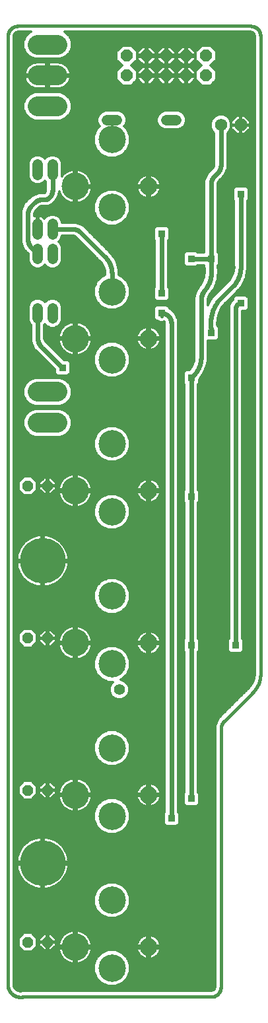
<source format=gbl>
G75*
%MOIN*%
%OFA0B0*%
%FSLAX25Y25*%
%IPPOS*%
%LPD*%
%AMOC8*
5,1,8,0,0,1.08239X$1,22.5*
%
%ADD10C,0.01600*%
%ADD11C,0.05200*%
%ADD12C,0.13843*%
%ADD13C,0.08858*%
%ADD14OC8,0.06200*%
%ADD15C,0.06200*%
%ADD16C,0.23000*%
%ADD17OC8,0.05200*%
%ADD18C,0.10039*%
%ADD19OC8,0.06000*%
%ADD20R,0.03562X0.03562*%
%ADD21C,0.02400*%
%ADD22C,0.01200*%
%ADD23C,0.05600*%
D10*
X0002988Y0006924D02*
X0002988Y0486924D01*
X0002990Y0487063D01*
X0002996Y0487202D01*
X0003006Y0487341D01*
X0003019Y0487479D01*
X0003037Y0487617D01*
X0003058Y0487755D01*
X0003083Y0487892D01*
X0003112Y0488028D01*
X0003145Y0488163D01*
X0003182Y0488297D01*
X0003222Y0488431D01*
X0003266Y0488563D01*
X0003314Y0488693D01*
X0003366Y0488822D01*
X0003421Y0488950D01*
X0003479Y0489076D01*
X0003541Y0489201D01*
X0003607Y0489324D01*
X0003676Y0489445D01*
X0003748Y0489563D01*
X0003824Y0489680D01*
X0003903Y0489795D01*
X0003985Y0489907D01*
X0004070Y0490017D01*
X0004159Y0490125D01*
X0004250Y0490230D01*
X0004344Y0490332D01*
X0004441Y0490432D01*
X0004541Y0490529D01*
X0004643Y0490623D01*
X0004748Y0490714D01*
X0004856Y0490803D01*
X0004966Y0490888D01*
X0005078Y0490970D01*
X0005193Y0491049D01*
X0005310Y0491125D01*
X0005428Y0491197D01*
X0005549Y0491266D01*
X0005672Y0491332D01*
X0005797Y0491394D01*
X0005923Y0491452D01*
X0006051Y0491507D01*
X0006180Y0491559D01*
X0006310Y0491607D01*
X0006442Y0491651D01*
X0006576Y0491691D01*
X0006710Y0491728D01*
X0006845Y0491761D01*
X0006981Y0491790D01*
X0007118Y0491815D01*
X0007256Y0491836D01*
X0007394Y0491854D01*
X0007532Y0491867D01*
X0007671Y0491877D01*
X0007810Y0491883D01*
X0007949Y0491885D01*
X0007949Y0491884D02*
X0125488Y0491884D01*
X0125628Y0491882D01*
X0125768Y0491876D01*
X0125908Y0491866D01*
X0126048Y0491853D01*
X0126187Y0491835D01*
X0126326Y0491813D01*
X0126463Y0491788D01*
X0126601Y0491759D01*
X0126737Y0491726D01*
X0126872Y0491689D01*
X0127006Y0491648D01*
X0127139Y0491603D01*
X0127271Y0491555D01*
X0127401Y0491503D01*
X0127530Y0491448D01*
X0127657Y0491389D01*
X0127783Y0491326D01*
X0127907Y0491260D01*
X0128028Y0491191D01*
X0128148Y0491118D01*
X0128266Y0491041D01*
X0128381Y0490962D01*
X0128495Y0490879D01*
X0128605Y0490793D01*
X0128714Y0490704D01*
X0128820Y0490612D01*
X0128923Y0490517D01*
X0129024Y0490420D01*
X0129121Y0490319D01*
X0129216Y0490216D01*
X0129308Y0490110D01*
X0129397Y0490001D01*
X0129483Y0489891D01*
X0129566Y0489777D01*
X0129645Y0489662D01*
X0129722Y0489544D01*
X0129795Y0489424D01*
X0129864Y0489303D01*
X0129930Y0489179D01*
X0129993Y0489053D01*
X0130052Y0488926D01*
X0130107Y0488797D01*
X0130159Y0488667D01*
X0130207Y0488535D01*
X0130252Y0488402D01*
X0130293Y0488268D01*
X0130330Y0488133D01*
X0130363Y0487997D01*
X0130392Y0487859D01*
X0130417Y0487722D01*
X0130439Y0487583D01*
X0130457Y0487444D01*
X0130470Y0487304D01*
X0130480Y0487164D01*
X0130486Y0487024D01*
X0130488Y0486884D01*
X0130488Y0164424D01*
X0126221Y0155156D02*
X0112256Y0141192D01*
X0110488Y0136924D02*
X0110488Y0006924D01*
X0110486Y0006784D01*
X0110480Y0006644D01*
X0110470Y0006504D01*
X0110457Y0006364D01*
X0110439Y0006225D01*
X0110417Y0006086D01*
X0110392Y0005949D01*
X0110363Y0005811D01*
X0110330Y0005675D01*
X0110293Y0005540D01*
X0110252Y0005406D01*
X0110207Y0005273D01*
X0110159Y0005141D01*
X0110107Y0005011D01*
X0110052Y0004882D01*
X0109993Y0004755D01*
X0109930Y0004629D01*
X0109864Y0004505D01*
X0109795Y0004384D01*
X0109722Y0004264D01*
X0109645Y0004146D01*
X0109566Y0004031D01*
X0109483Y0003917D01*
X0109397Y0003807D01*
X0109308Y0003698D01*
X0109216Y0003592D01*
X0109121Y0003489D01*
X0109024Y0003388D01*
X0108923Y0003291D01*
X0108820Y0003196D01*
X0108714Y0003104D01*
X0108605Y0003015D01*
X0108495Y0002929D01*
X0108381Y0002846D01*
X0108266Y0002767D01*
X0108148Y0002690D01*
X0108028Y0002617D01*
X0107907Y0002548D01*
X0107783Y0002482D01*
X0107657Y0002419D01*
X0107530Y0002360D01*
X0107401Y0002305D01*
X0107271Y0002253D01*
X0107139Y0002205D01*
X0107006Y0002160D01*
X0106872Y0002119D01*
X0106737Y0002082D01*
X0106601Y0002049D01*
X0106463Y0002020D01*
X0106326Y0001995D01*
X0106187Y0001973D01*
X0106048Y0001955D01*
X0105908Y0001942D01*
X0105768Y0001932D01*
X0105628Y0001926D01*
X0105488Y0001924D01*
X0010488Y0001924D01*
X0010332Y0001895D01*
X0010175Y0001869D01*
X0010017Y0001848D01*
X0009860Y0001830D01*
X0009701Y0001817D01*
X0009543Y0001807D01*
X0009384Y0001802D01*
X0009225Y0001800D01*
X0009066Y0001802D01*
X0008907Y0001809D01*
X0008749Y0001819D01*
X0008590Y0001833D01*
X0008432Y0001851D01*
X0008275Y0001873D01*
X0008118Y0001899D01*
X0007962Y0001929D01*
X0007807Y0001963D01*
X0007652Y0002000D01*
X0007499Y0002042D01*
X0007347Y0002087D01*
X0007195Y0002136D01*
X0007046Y0002189D01*
X0006897Y0002245D01*
X0006750Y0002306D01*
X0006604Y0002370D01*
X0006461Y0002437D01*
X0006318Y0002508D01*
X0006178Y0002583D01*
X0006040Y0002661D01*
X0005903Y0002742D01*
X0005769Y0002827D01*
X0005637Y0002915D01*
X0005507Y0003006D01*
X0005379Y0003101D01*
X0005254Y0003199D01*
X0005131Y0003300D01*
X0005011Y0003404D01*
X0004893Y0003511D01*
X0004778Y0003620D01*
X0004666Y0003733D01*
X0004557Y0003848D01*
X0004450Y0003966D01*
X0004347Y0004087D01*
X0004246Y0004210D01*
X0004149Y0004336D01*
X0004055Y0004464D01*
X0003964Y0004594D01*
X0003877Y0004727D01*
X0003792Y0004862D01*
X0003711Y0004998D01*
X0003634Y0005137D01*
X0003560Y0005278D01*
X0003490Y0005420D01*
X0003423Y0005564D01*
X0003359Y0005710D01*
X0003300Y0005858D01*
X0003244Y0006006D01*
X0003192Y0006156D01*
X0003143Y0006308D01*
X0003099Y0006460D01*
X0003058Y0006614D01*
X0003021Y0006769D01*
X0002988Y0006924D01*
X0080488Y0345459D02*
X0080488Y0346924D01*
X0073992Y0410920D02*
X0036728Y0410664D01*
X0130488Y0164424D02*
X0130472Y0164107D01*
X0130448Y0163791D01*
X0130417Y0163475D01*
X0130378Y0163160D01*
X0130332Y0162846D01*
X0130279Y0162534D01*
X0130218Y0162222D01*
X0130149Y0161913D01*
X0130073Y0161605D01*
X0129990Y0161298D01*
X0129900Y0160994D01*
X0129802Y0160692D01*
X0129698Y0160393D01*
X0129586Y0160096D01*
X0129467Y0159802D01*
X0129341Y0159510D01*
X0129209Y0159222D01*
X0129069Y0158937D01*
X0128923Y0158656D01*
X0128770Y0158378D01*
X0128610Y0158104D01*
X0128444Y0157833D01*
X0128272Y0157567D01*
X0128093Y0157305D01*
X0127909Y0157047D01*
X0127718Y0156793D01*
X0127521Y0156545D01*
X0127318Y0156301D01*
X0127109Y0156061D01*
X0126895Y0155827D01*
X0126676Y0155598D01*
X0126451Y0155375D01*
X0126220Y0155157D01*
X0112256Y0141192D02*
X0112149Y0141083D01*
X0112045Y0140970D01*
X0111944Y0140856D01*
X0111846Y0140738D01*
X0111751Y0140619D01*
X0111659Y0140497D01*
X0111570Y0140372D01*
X0111484Y0140246D01*
X0111402Y0140117D01*
X0111322Y0139986D01*
X0111246Y0139853D01*
X0111174Y0139719D01*
X0111105Y0139582D01*
X0111039Y0139444D01*
X0110977Y0139304D01*
X0110919Y0139163D01*
X0110864Y0139020D01*
X0110812Y0138876D01*
X0110765Y0138731D01*
X0110721Y0138584D01*
X0110681Y0138437D01*
X0110644Y0138288D01*
X0110612Y0138139D01*
X0110583Y0137989D01*
X0110558Y0137838D01*
X0110536Y0137687D01*
X0110519Y0137535D01*
X0110505Y0137382D01*
X0110496Y0137230D01*
X0110490Y0137077D01*
X0110488Y0136924D01*
D11*
X0025488Y0344324D02*
X0025488Y0349524D01*
X0017988Y0349524D02*
X0017988Y0344324D01*
X0017988Y0374324D02*
X0017988Y0379524D01*
X0017988Y0386824D02*
X0017988Y0392024D01*
X0025488Y0392024D02*
X0025488Y0386824D01*
X0025488Y0379524D02*
X0025488Y0374324D01*
X0025488Y0416824D02*
X0025488Y0422024D01*
X0017988Y0422024D02*
X0017988Y0416824D01*
X0052888Y0444424D02*
X0058088Y0444424D01*
X0082888Y0444424D02*
X0088088Y0444424D01*
D12*
X0055488Y0434542D03*
X0055488Y0400290D03*
X0055488Y0357770D03*
X0055488Y0323518D03*
X0055488Y0280999D03*
X0055488Y0246747D03*
X0055488Y0204227D03*
X0055488Y0169975D03*
X0055488Y0127455D03*
X0055488Y0093203D03*
X0055488Y0050684D03*
X0055488Y0016432D03*
X0036984Y0027062D03*
X0036984Y0103833D03*
X0036984Y0180605D03*
X0036984Y0257377D03*
X0036984Y0334148D03*
X0036984Y0410920D03*
D13*
X0073992Y0410920D03*
X0073992Y0334148D03*
X0073992Y0257377D03*
X0073992Y0180605D03*
X0073992Y0103833D03*
X0073992Y0027062D03*
D14*
X0120488Y0441924D03*
D15*
X0110488Y0441924D03*
D16*
X0020488Y0221924D03*
X0020488Y0069424D03*
D17*
X0022988Y0106195D03*
X0012988Y0106195D03*
X0012988Y0182967D03*
X0022988Y0182967D03*
X0022988Y0259739D03*
X0012988Y0259739D03*
X0012988Y0029424D03*
X0022988Y0029424D03*
D18*
X0017969Y0291628D02*
X0028008Y0291628D01*
X0028008Y0307219D02*
X0017969Y0307219D01*
X0017969Y0451333D02*
X0028008Y0451333D01*
X0028008Y0466924D02*
X0017969Y0466924D01*
X0017969Y0482514D02*
X0028008Y0482514D01*
D19*
X0062988Y0476924D03*
X0062988Y0466924D03*
X0072988Y0466924D03*
X0072988Y0476924D03*
X0082988Y0476924D03*
X0082988Y0466924D03*
X0092988Y0466924D03*
X0092988Y0476924D03*
X0102988Y0476924D03*
X0102988Y0466924D03*
D20*
X0120488Y0406924D03*
X0112988Y0381924D03*
X0105488Y0374424D03*
X0095488Y0374424D03*
X0095488Y0386924D03*
X0080488Y0386924D03*
X0080488Y0356924D03*
X0080488Y0346924D03*
X0095488Y0314424D03*
X0105488Y0336924D03*
X0120488Y0351924D03*
X0095488Y0254424D03*
X0095488Y0179424D03*
X0117988Y0179424D03*
X0095488Y0101924D03*
X0085488Y0091924D03*
X0030488Y0319424D03*
D21*
X0019756Y0330156D01*
X0017988Y0334424D02*
X0017988Y0346924D01*
X0017988Y0334424D02*
X0017990Y0334271D01*
X0017996Y0334118D01*
X0018005Y0333966D01*
X0018019Y0333813D01*
X0018036Y0333661D01*
X0018058Y0333510D01*
X0018083Y0333359D01*
X0018112Y0333209D01*
X0018144Y0333060D01*
X0018181Y0332911D01*
X0018221Y0332764D01*
X0018265Y0332617D01*
X0018312Y0332472D01*
X0018364Y0332328D01*
X0018419Y0332185D01*
X0018477Y0332044D01*
X0018539Y0331904D01*
X0018605Y0331766D01*
X0018674Y0331629D01*
X0018746Y0331495D01*
X0018822Y0331362D01*
X0018902Y0331231D01*
X0018984Y0331102D01*
X0019070Y0330976D01*
X0019159Y0330851D01*
X0019251Y0330729D01*
X0019346Y0330610D01*
X0019444Y0330492D01*
X0019545Y0330378D01*
X0019649Y0330265D01*
X0019756Y0330156D01*
X0017988Y0376924D02*
X0014756Y0380156D01*
X0012988Y0384424D02*
X0012988Y0396924D01*
X0014756Y0401192D02*
X0016221Y0402656D01*
X0014756Y0401192D02*
X0014649Y0401083D01*
X0014545Y0400970D01*
X0014444Y0400856D01*
X0014346Y0400738D01*
X0014251Y0400619D01*
X0014159Y0400497D01*
X0014070Y0400372D01*
X0013984Y0400246D01*
X0013902Y0400117D01*
X0013822Y0399986D01*
X0013746Y0399853D01*
X0013674Y0399719D01*
X0013605Y0399582D01*
X0013539Y0399444D01*
X0013477Y0399304D01*
X0013419Y0399163D01*
X0013364Y0399020D01*
X0013312Y0398876D01*
X0013265Y0398731D01*
X0013221Y0398584D01*
X0013181Y0398437D01*
X0013144Y0398288D01*
X0013112Y0398139D01*
X0013083Y0397989D01*
X0013058Y0397838D01*
X0013036Y0397687D01*
X0013019Y0397535D01*
X0013005Y0397382D01*
X0012996Y0397230D01*
X0012990Y0397077D01*
X0012988Y0396924D01*
X0012988Y0384424D02*
X0012990Y0384271D01*
X0012996Y0384118D01*
X0013005Y0383966D01*
X0013019Y0383813D01*
X0013036Y0383661D01*
X0013058Y0383510D01*
X0013083Y0383359D01*
X0013112Y0383209D01*
X0013144Y0383060D01*
X0013181Y0382911D01*
X0013221Y0382764D01*
X0013265Y0382617D01*
X0013312Y0382472D01*
X0013364Y0382328D01*
X0013419Y0382185D01*
X0013477Y0382044D01*
X0013539Y0381904D01*
X0013605Y0381766D01*
X0013674Y0381629D01*
X0013746Y0381495D01*
X0013822Y0381362D01*
X0013902Y0381231D01*
X0013984Y0381102D01*
X0014070Y0380976D01*
X0014159Y0380851D01*
X0014251Y0380729D01*
X0014346Y0380610D01*
X0014444Y0380492D01*
X0014545Y0380378D01*
X0014649Y0380265D01*
X0014756Y0380156D01*
X0016220Y0402656D02*
X0016329Y0402763D01*
X0016442Y0402867D01*
X0016556Y0402968D01*
X0016674Y0403066D01*
X0016793Y0403161D01*
X0016915Y0403253D01*
X0017040Y0403342D01*
X0017166Y0403428D01*
X0017295Y0403510D01*
X0017426Y0403590D01*
X0017559Y0403666D01*
X0017693Y0403738D01*
X0017830Y0403807D01*
X0017968Y0403873D01*
X0018108Y0403935D01*
X0018249Y0403993D01*
X0018392Y0404048D01*
X0018536Y0404100D01*
X0018681Y0404147D01*
X0018828Y0404191D01*
X0018975Y0404231D01*
X0019124Y0404268D01*
X0019273Y0404300D01*
X0019423Y0404329D01*
X0019574Y0404354D01*
X0019725Y0404376D01*
X0019877Y0404393D01*
X0020030Y0404407D01*
X0020182Y0404416D01*
X0020335Y0404422D01*
X0020488Y0404424D01*
X0021953Y0404424D01*
X0022051Y0404426D01*
X0022149Y0404432D01*
X0022247Y0404441D01*
X0022344Y0404455D01*
X0022441Y0404472D01*
X0022537Y0404493D01*
X0022632Y0404518D01*
X0022726Y0404546D01*
X0022818Y0404579D01*
X0022910Y0404614D01*
X0023000Y0404654D01*
X0023088Y0404696D01*
X0023175Y0404743D01*
X0023259Y0404792D01*
X0023342Y0404845D01*
X0023422Y0404901D01*
X0023501Y0404961D01*
X0023577Y0405023D01*
X0023650Y0405088D01*
X0023721Y0405156D01*
X0025488Y0409424D02*
X0025488Y0419424D01*
X0025488Y0421924D01*
X0025489Y0409424D02*
X0025487Y0409271D01*
X0025481Y0409118D01*
X0025472Y0408966D01*
X0025458Y0408813D01*
X0025441Y0408661D01*
X0025419Y0408510D01*
X0025394Y0408359D01*
X0025365Y0408209D01*
X0025333Y0408060D01*
X0025296Y0407911D01*
X0025256Y0407764D01*
X0025212Y0407617D01*
X0025165Y0407472D01*
X0025113Y0407328D01*
X0025058Y0407185D01*
X0025000Y0407044D01*
X0024938Y0406904D01*
X0024872Y0406766D01*
X0024803Y0406629D01*
X0024731Y0406495D01*
X0024655Y0406362D01*
X0024575Y0406231D01*
X0024493Y0406102D01*
X0024407Y0405976D01*
X0024318Y0405851D01*
X0024226Y0405729D01*
X0024131Y0405610D01*
X0024033Y0405492D01*
X0023932Y0405378D01*
X0023828Y0405265D01*
X0023721Y0405156D01*
X0025488Y0389424D02*
X0035488Y0389424D01*
X0035641Y0389422D01*
X0035794Y0389416D01*
X0035946Y0389407D01*
X0036099Y0389393D01*
X0036251Y0389376D01*
X0036402Y0389354D01*
X0036553Y0389329D01*
X0036703Y0389300D01*
X0036852Y0389268D01*
X0037001Y0389231D01*
X0037148Y0389191D01*
X0037295Y0389147D01*
X0037440Y0389100D01*
X0037584Y0389048D01*
X0037727Y0388993D01*
X0037868Y0388935D01*
X0038008Y0388873D01*
X0038146Y0388807D01*
X0038283Y0388738D01*
X0038417Y0388666D01*
X0038550Y0388590D01*
X0038681Y0388510D01*
X0038810Y0388428D01*
X0038936Y0388342D01*
X0039061Y0388253D01*
X0039183Y0388161D01*
X0039302Y0388066D01*
X0039420Y0387968D01*
X0039534Y0387867D01*
X0039647Y0387763D01*
X0039756Y0387656D01*
X0051953Y0375459D01*
X0055488Y0366924D02*
X0055488Y0357770D01*
X0055488Y0366924D02*
X0055485Y0367211D01*
X0055474Y0367498D01*
X0055457Y0367785D01*
X0055433Y0368071D01*
X0055403Y0368357D01*
X0055365Y0368642D01*
X0055321Y0368926D01*
X0055270Y0369208D01*
X0055212Y0369490D01*
X0055148Y0369770D01*
X0055077Y0370048D01*
X0054999Y0370325D01*
X0054915Y0370599D01*
X0054824Y0370872D01*
X0054727Y0371142D01*
X0054623Y0371410D01*
X0054513Y0371676D01*
X0054397Y0371938D01*
X0054275Y0372198D01*
X0054146Y0372455D01*
X0054011Y0372709D01*
X0053871Y0372959D01*
X0053724Y0373207D01*
X0053572Y0373450D01*
X0053414Y0373690D01*
X0053250Y0373926D01*
X0053080Y0374158D01*
X0052905Y0374386D01*
X0052725Y0374609D01*
X0052540Y0374829D01*
X0052349Y0375044D01*
X0052153Y0375254D01*
X0051952Y0375459D01*
X0080488Y0386924D02*
X0080488Y0356924D01*
X0080488Y0346924D02*
X0080628Y0346922D01*
X0080768Y0346916D01*
X0080908Y0346906D01*
X0081048Y0346893D01*
X0081187Y0346875D01*
X0081326Y0346853D01*
X0081463Y0346828D01*
X0081601Y0346799D01*
X0081737Y0346766D01*
X0081872Y0346729D01*
X0082006Y0346688D01*
X0082139Y0346643D01*
X0082271Y0346595D01*
X0082401Y0346543D01*
X0082530Y0346488D01*
X0082657Y0346429D01*
X0082783Y0346366D01*
X0082907Y0346300D01*
X0083028Y0346231D01*
X0083148Y0346158D01*
X0083266Y0346081D01*
X0083381Y0346002D01*
X0083495Y0345919D01*
X0083605Y0345833D01*
X0083714Y0345744D01*
X0083820Y0345652D01*
X0083923Y0345557D01*
X0084024Y0345460D01*
X0084121Y0345359D01*
X0084216Y0345256D01*
X0084308Y0345150D01*
X0084397Y0345041D01*
X0084483Y0344931D01*
X0084566Y0344817D01*
X0084645Y0344702D01*
X0084722Y0344584D01*
X0084795Y0344464D01*
X0084864Y0344343D01*
X0084930Y0344219D01*
X0084993Y0344093D01*
X0085052Y0343966D01*
X0085107Y0343837D01*
X0085159Y0343707D01*
X0085207Y0343575D01*
X0085252Y0343442D01*
X0085293Y0343308D01*
X0085330Y0343173D01*
X0085363Y0343037D01*
X0085392Y0342899D01*
X0085417Y0342762D01*
X0085439Y0342623D01*
X0085457Y0342484D01*
X0085470Y0342344D01*
X0085480Y0342204D01*
X0085486Y0342064D01*
X0085488Y0341924D01*
X0085488Y0091924D01*
X0095488Y0101924D02*
X0095488Y0179424D01*
X0095488Y0254424D01*
X0095488Y0314424D01*
X0100488Y0323995D02*
X0100488Y0353388D01*
X0105488Y0339424D02*
X0105488Y0336924D01*
X0109024Y0352959D02*
X0116953Y0360888D01*
X0120488Y0371924D02*
X0120488Y0406924D01*
X0105488Y0411924D02*
X0105490Y0412077D01*
X0105496Y0412230D01*
X0105505Y0412382D01*
X0105519Y0412535D01*
X0105536Y0412687D01*
X0105558Y0412838D01*
X0105583Y0412989D01*
X0105612Y0413139D01*
X0105644Y0413288D01*
X0105681Y0413437D01*
X0105721Y0413584D01*
X0105765Y0413731D01*
X0105812Y0413876D01*
X0105864Y0414020D01*
X0105919Y0414163D01*
X0105977Y0414304D01*
X0106039Y0414444D01*
X0106105Y0414582D01*
X0106174Y0414719D01*
X0106246Y0414853D01*
X0106322Y0414986D01*
X0106402Y0415117D01*
X0106484Y0415246D01*
X0106570Y0415372D01*
X0106659Y0415497D01*
X0106751Y0415619D01*
X0106846Y0415738D01*
X0106944Y0415856D01*
X0107045Y0415970D01*
X0107149Y0416083D01*
X0107256Y0416192D01*
X0108721Y0417656D01*
X0110488Y0421924D02*
X0110488Y0441924D01*
X0110489Y0421924D02*
X0110487Y0421771D01*
X0110481Y0421618D01*
X0110472Y0421466D01*
X0110458Y0421313D01*
X0110441Y0421161D01*
X0110419Y0421010D01*
X0110394Y0420859D01*
X0110365Y0420709D01*
X0110333Y0420560D01*
X0110296Y0420411D01*
X0110256Y0420264D01*
X0110212Y0420117D01*
X0110165Y0419972D01*
X0110113Y0419828D01*
X0110058Y0419685D01*
X0110000Y0419544D01*
X0109938Y0419404D01*
X0109872Y0419266D01*
X0109803Y0419129D01*
X0109731Y0418995D01*
X0109655Y0418862D01*
X0109575Y0418731D01*
X0109493Y0418602D01*
X0109407Y0418476D01*
X0109318Y0418351D01*
X0109226Y0418229D01*
X0109131Y0418110D01*
X0109033Y0417992D01*
X0108932Y0417878D01*
X0108828Y0417765D01*
X0108721Y0417656D01*
X0105488Y0411924D02*
X0105488Y0374424D01*
X0095488Y0374424D01*
X0105488Y0370459D02*
X0105543Y0370112D01*
X0105591Y0369763D01*
X0105629Y0369413D01*
X0105660Y0369063D01*
X0105682Y0368711D01*
X0105696Y0368360D01*
X0105701Y0368008D01*
X0105698Y0367656D01*
X0105687Y0367305D01*
X0105667Y0366953D01*
X0105639Y0366603D01*
X0105602Y0366253D01*
X0105557Y0365904D01*
X0105504Y0365556D01*
X0105443Y0365209D01*
X0105373Y0364864D01*
X0105296Y0364521D01*
X0105210Y0364180D01*
X0105116Y0363841D01*
X0105014Y0363504D01*
X0104904Y0363170D01*
X0104786Y0362839D01*
X0104660Y0362510D01*
X0104527Y0362184D01*
X0104385Y0361862D01*
X0104236Y0361543D01*
X0104080Y0361228D01*
X0103916Y0360917D01*
X0103745Y0360610D01*
X0103566Y0360306D01*
X0103381Y0360007D01*
X0103188Y0359713D01*
X0102988Y0359423D01*
X0105488Y0370459D02*
X0105488Y0374424D01*
X0120488Y0371924D02*
X0120514Y0371553D01*
X0120531Y0371182D01*
X0120539Y0370811D01*
X0120538Y0370439D01*
X0120528Y0370068D01*
X0120508Y0369696D01*
X0120480Y0369326D01*
X0120442Y0368956D01*
X0120396Y0368588D01*
X0120340Y0368220D01*
X0120275Y0367854D01*
X0120201Y0367490D01*
X0120119Y0367128D01*
X0120027Y0366768D01*
X0119927Y0366410D01*
X0119818Y0366054D01*
X0119700Y0365702D01*
X0119574Y0365353D01*
X0119439Y0365006D01*
X0119296Y0364663D01*
X0119144Y0364324D01*
X0118984Y0363989D01*
X0118816Y0363657D01*
X0118640Y0363330D01*
X0118456Y0363007D01*
X0118263Y0362689D01*
X0118064Y0362376D01*
X0117856Y0362068D01*
X0117641Y0361765D01*
X0117419Y0361467D01*
X0117189Y0361175D01*
X0116953Y0360888D01*
X0117988Y0349424D02*
X0117988Y0179424D01*
X0095488Y0314424D02*
X0095743Y0314642D01*
X0095993Y0314867D01*
X0096237Y0315097D01*
X0096476Y0315333D01*
X0096709Y0315575D01*
X0096936Y0315822D01*
X0097158Y0316075D01*
X0097373Y0316333D01*
X0097582Y0316596D01*
X0097784Y0316863D01*
X0097981Y0317136D01*
X0098170Y0317413D01*
X0098353Y0317694D01*
X0098530Y0317980D01*
X0098699Y0318270D01*
X0098862Y0318564D01*
X0099017Y0318861D01*
X0099166Y0319163D01*
X0099307Y0319467D01*
X0099441Y0319775D01*
X0099567Y0320086D01*
X0099686Y0320400D01*
X0099798Y0320717D01*
X0099902Y0321036D01*
X0099998Y0321358D01*
X0100087Y0321682D01*
X0100168Y0322008D01*
X0100241Y0322335D01*
X0100306Y0322665D01*
X0100364Y0322996D01*
X0100413Y0323328D01*
X0100455Y0323661D01*
X0100489Y0323995D01*
X0100488Y0353388D02*
X0100490Y0353591D01*
X0100498Y0353794D01*
X0100510Y0353997D01*
X0100527Y0354199D01*
X0100548Y0354401D01*
X0100575Y0354603D01*
X0100606Y0354804D01*
X0100642Y0355003D01*
X0100683Y0355202D01*
X0100729Y0355400D01*
X0100779Y0355597D01*
X0100834Y0355793D01*
X0100893Y0355987D01*
X0100957Y0356180D01*
X0101026Y0356371D01*
X0101099Y0356561D01*
X0101177Y0356748D01*
X0101259Y0356934D01*
X0101346Y0357118D01*
X0101437Y0357299D01*
X0101532Y0357479D01*
X0101632Y0357656D01*
X0101735Y0357831D01*
X0101843Y0358003D01*
X0101955Y0358172D01*
X0102071Y0358339D01*
X0102191Y0358503D01*
X0102314Y0358665D01*
X0102442Y0358823D01*
X0102573Y0358978D01*
X0102708Y0359130D01*
X0102846Y0359279D01*
X0102988Y0359424D01*
X0117988Y0349424D02*
X0117990Y0349522D01*
X0117996Y0349620D01*
X0118005Y0349718D01*
X0118019Y0349815D01*
X0118036Y0349912D01*
X0118057Y0350008D01*
X0118082Y0350103D01*
X0118110Y0350197D01*
X0118143Y0350289D01*
X0118178Y0350381D01*
X0118218Y0350471D01*
X0118260Y0350559D01*
X0118307Y0350646D01*
X0118356Y0350730D01*
X0118409Y0350813D01*
X0118465Y0350893D01*
X0118525Y0350972D01*
X0118587Y0351048D01*
X0118652Y0351121D01*
X0118720Y0351192D01*
X0118791Y0351260D01*
X0118864Y0351325D01*
X0118940Y0351387D01*
X0119019Y0351447D01*
X0119099Y0351503D01*
X0119182Y0351556D01*
X0119266Y0351605D01*
X0119353Y0351652D01*
X0119441Y0351694D01*
X0119531Y0351734D01*
X0119623Y0351769D01*
X0119715Y0351802D01*
X0119809Y0351830D01*
X0119904Y0351855D01*
X0120000Y0351876D01*
X0120097Y0351893D01*
X0120194Y0351907D01*
X0120292Y0351916D01*
X0120390Y0351922D01*
X0120488Y0351924D01*
X0109024Y0352959D02*
X0108758Y0352598D01*
X0108500Y0352231D01*
X0108252Y0351858D01*
X0108013Y0351478D01*
X0107783Y0351093D01*
X0107563Y0350702D01*
X0107352Y0350306D01*
X0107151Y0349905D01*
X0106960Y0349499D01*
X0106780Y0349088D01*
X0106609Y0348673D01*
X0106448Y0348254D01*
X0106298Y0347832D01*
X0106158Y0347405D01*
X0106029Y0346976D01*
X0105910Y0346543D01*
X0105802Y0346108D01*
X0105705Y0345670D01*
X0105618Y0345230D01*
X0105543Y0344788D01*
X0105478Y0344344D01*
X0105424Y0343898D01*
X0105381Y0343452D01*
X0105349Y0343004D01*
X0105328Y0342556D01*
X0105318Y0342108D01*
X0105319Y0341659D01*
X0105331Y0341211D01*
X0105354Y0340763D01*
X0105388Y0340315D01*
X0105433Y0339869D01*
X0105489Y0339424D01*
D22*
X0103888Y0332943D02*
X0108181Y0332943D01*
X0109469Y0334231D01*
X0109469Y0339616D01*
X0108830Y0340256D01*
X0108717Y0341830D01*
X0109199Y0345684D01*
X0110663Y0349282D01*
X0111647Y0350774D01*
X0118981Y0358108D01*
X0119110Y0358175D01*
X0119456Y0358584D01*
X0119835Y0358962D01*
X0119891Y0359096D01*
X0121125Y0360553D01*
X0121125Y0360553D01*
X0123208Y0364968D01*
X0124078Y0369772D01*
X0123888Y0372064D01*
X0123888Y0403650D01*
X0124469Y0404231D01*
X0124469Y0409616D01*
X0123181Y0410905D01*
X0117796Y0410905D01*
X0116507Y0409616D01*
X0116507Y0404231D01*
X0117088Y0403650D01*
X0117088Y0372455D01*
X0117044Y0372317D01*
X0117088Y0371783D01*
X0117088Y0371247D01*
X0117108Y0371201D01*
X0117126Y0370108D01*
X0116580Y0367092D01*
X0115272Y0364320D01*
X0114405Y0363149D01*
X0106928Y0355672D01*
X0106722Y0355551D01*
X0106454Y0355198D01*
X0106141Y0354885D01*
X0106050Y0354664D01*
X0104590Y0352737D01*
X0103888Y0351011D01*
X0103888Y0353388D01*
X0103932Y0354059D01*
X0104279Y0355354D01*
X0104950Y0356515D01*
X0105198Y0356797D01*
X0105374Y0356909D01*
X0105597Y0357224D01*
X0105871Y0357498D01*
X0105984Y0357771D01*
X0107147Y0359415D01*
X0107147Y0359415D01*
X0108805Y0363907D01*
X0109244Y0368675D01*
X0108888Y0370749D01*
X0108888Y0371150D01*
X0109469Y0371731D01*
X0109469Y0377116D01*
X0108888Y0377697D01*
X0108888Y0411924D01*
X0108939Y0412438D01*
X0109332Y0413388D01*
X0109660Y0413787D01*
X0110646Y0414774D01*
X0111125Y0415252D01*
X0112452Y0416579D01*
X0113888Y0420047D01*
X0113888Y0437828D01*
X0114981Y0438922D01*
X0115788Y0440870D01*
X0115788Y0442978D01*
X0114981Y0444926D01*
X0113491Y0446417D01*
X0111543Y0447224D01*
X0109434Y0447224D01*
X0107486Y0446417D01*
X0105995Y0444926D01*
X0105188Y0442978D01*
X0105188Y0440870D01*
X0105995Y0438922D01*
X0107088Y0437828D01*
X0107088Y0421924D01*
X0107038Y0421410D01*
X0106644Y0420460D01*
X0106316Y0420060D01*
X0105838Y0419582D01*
X0104590Y0418334D01*
X0103525Y0417269D01*
X0103525Y0417269D01*
X0102088Y0413801D01*
X0102088Y0377824D01*
X0098762Y0377824D01*
X0098181Y0378405D01*
X0092796Y0378405D01*
X0091507Y0377116D01*
X0091507Y0371731D01*
X0092796Y0370443D01*
X0098181Y0370443D01*
X0098762Y0371024D01*
X0102088Y0371024D01*
X0102088Y0370840D01*
X0102023Y0370551D01*
X0102088Y0370170D01*
X0102088Y0369783D01*
X0102168Y0369590D01*
X0102293Y0368403D01*
X0102020Y0365444D01*
X0100991Y0362656D01*
X0100322Y0361566D01*
X0099473Y0360717D01*
X0099473Y0360717D01*
X0097902Y0357995D01*
X0097088Y0354960D01*
X0097088Y0324210D01*
X0096887Y0322912D01*
X0095927Y0320286D01*
X0094605Y0318405D01*
X0092796Y0318405D01*
X0091507Y0317116D01*
X0091507Y0311731D01*
X0092088Y0311150D01*
X0092088Y0257697D01*
X0091507Y0257116D01*
X0091507Y0251731D01*
X0092088Y0251150D01*
X0092088Y0182697D01*
X0091507Y0182116D01*
X0091507Y0176731D01*
X0092088Y0176150D01*
X0092088Y0105197D01*
X0091507Y0104616D01*
X0091507Y0099231D01*
X0092796Y0097943D01*
X0098181Y0097943D01*
X0099469Y0099231D01*
X0099469Y0104616D01*
X0098888Y0105197D01*
X0098888Y0176150D01*
X0099469Y0176731D01*
X0099469Y0182116D01*
X0098888Y0182697D01*
X0098888Y0251150D01*
X0099469Y0251731D01*
X0099469Y0257116D01*
X0098888Y0257697D01*
X0098888Y0311150D01*
X0099469Y0311731D01*
X0099469Y0313340D01*
X0102088Y0317068D01*
X0103671Y0321398D01*
X0103829Y0323175D01*
X0103888Y0323319D01*
X0103888Y0323844D01*
X0103935Y0324367D01*
X0103888Y0324516D01*
X0103888Y0332943D01*
X0103888Y0332713D02*
X0114588Y0332713D01*
X0114588Y0333911D02*
X0109149Y0333911D01*
X0109469Y0335110D02*
X0114588Y0335110D01*
X0114588Y0336308D02*
X0109469Y0336308D01*
X0109469Y0337507D02*
X0114588Y0337507D01*
X0114588Y0338705D02*
X0109469Y0338705D01*
X0109182Y0339904D02*
X0114588Y0339904D01*
X0114588Y0341102D02*
X0108769Y0341102D01*
X0108776Y0342301D02*
X0114588Y0342301D01*
X0114588Y0343499D02*
X0108926Y0343499D01*
X0109076Y0344698D02*
X0114588Y0344698D01*
X0114588Y0345897D02*
X0109286Y0345897D01*
X0109774Y0347095D02*
X0114588Y0347095D01*
X0114588Y0348294D02*
X0110261Y0348294D01*
X0110802Y0349492D02*
X0114588Y0349492D01*
X0114588Y0350597D02*
X0114588Y0182697D01*
X0114007Y0182116D01*
X0114007Y0176731D01*
X0115296Y0175443D01*
X0120681Y0175443D01*
X0121969Y0176731D01*
X0121969Y0182116D01*
X0121388Y0182697D01*
X0121388Y0347943D01*
X0123181Y0347943D01*
X0124469Y0349231D01*
X0124469Y0354616D01*
X0123181Y0355905D01*
X0117796Y0355905D01*
X0116507Y0354616D01*
X0116507Y0353787D01*
X0115487Y0352766D01*
X0115487Y0352766D01*
X0115487Y0352766D01*
X0114588Y0350597D01*
X0114627Y0350691D02*
X0111592Y0350691D01*
X0112762Y0351889D02*
X0115123Y0351889D01*
X0115808Y0353088D02*
X0113960Y0353088D01*
X0115159Y0354286D02*
X0116507Y0354286D01*
X0116357Y0355485D02*
X0117376Y0355485D01*
X0117556Y0356683D02*
X0127488Y0356683D01*
X0127488Y0355485D02*
X0123601Y0355485D01*
X0124469Y0354286D02*
X0127488Y0354286D01*
X0127488Y0353088D02*
X0124469Y0353088D01*
X0124469Y0351889D02*
X0127488Y0351889D01*
X0127488Y0350691D02*
X0124469Y0350691D01*
X0124469Y0349492D02*
X0127488Y0349492D01*
X0127488Y0348294D02*
X0123532Y0348294D01*
X0121388Y0347095D02*
X0127488Y0347095D01*
X0127488Y0345897D02*
X0121388Y0345897D01*
X0121388Y0344698D02*
X0127488Y0344698D01*
X0127488Y0343499D02*
X0121388Y0343499D01*
X0121388Y0342301D02*
X0127488Y0342301D01*
X0127488Y0341102D02*
X0121388Y0341102D01*
X0121388Y0339904D02*
X0127488Y0339904D01*
X0127488Y0338705D02*
X0121388Y0338705D01*
X0121388Y0337507D02*
X0127488Y0337507D01*
X0127488Y0336308D02*
X0121388Y0336308D01*
X0121388Y0335110D02*
X0127488Y0335110D01*
X0127488Y0333911D02*
X0121388Y0333911D01*
X0121388Y0332713D02*
X0127488Y0332713D01*
X0127488Y0331514D02*
X0121388Y0331514D01*
X0121388Y0330316D02*
X0127488Y0330316D01*
X0127488Y0329117D02*
X0121388Y0329117D01*
X0121388Y0327919D02*
X0127488Y0327919D01*
X0127488Y0326720D02*
X0121388Y0326720D01*
X0121388Y0325522D02*
X0127488Y0325522D01*
X0127488Y0324323D02*
X0121388Y0324323D01*
X0121388Y0323125D02*
X0127488Y0323125D01*
X0127488Y0321926D02*
X0121388Y0321926D01*
X0121388Y0320728D02*
X0127488Y0320728D01*
X0127488Y0319529D02*
X0121388Y0319529D01*
X0121388Y0318331D02*
X0127488Y0318331D01*
X0127488Y0317132D02*
X0121388Y0317132D01*
X0121388Y0315934D02*
X0127488Y0315934D01*
X0127488Y0314735D02*
X0121388Y0314735D01*
X0121388Y0313537D02*
X0127488Y0313537D01*
X0127488Y0312338D02*
X0121388Y0312338D01*
X0121388Y0311140D02*
X0127488Y0311140D01*
X0127488Y0309941D02*
X0121388Y0309941D01*
X0121388Y0308743D02*
X0127488Y0308743D01*
X0127488Y0307544D02*
X0121388Y0307544D01*
X0121388Y0306346D02*
X0127488Y0306346D01*
X0127488Y0305147D02*
X0121388Y0305147D01*
X0121388Y0303949D02*
X0127488Y0303949D01*
X0127488Y0302750D02*
X0121388Y0302750D01*
X0121388Y0301552D02*
X0127488Y0301552D01*
X0127488Y0300353D02*
X0121388Y0300353D01*
X0121388Y0299155D02*
X0127488Y0299155D01*
X0127488Y0297956D02*
X0121388Y0297956D01*
X0121388Y0296758D02*
X0127488Y0296758D01*
X0127488Y0295559D02*
X0121388Y0295559D01*
X0121388Y0294361D02*
X0127488Y0294361D01*
X0127488Y0293162D02*
X0121388Y0293162D01*
X0121388Y0291964D02*
X0127488Y0291964D01*
X0127488Y0290765D02*
X0121388Y0290765D01*
X0121388Y0289566D02*
X0127488Y0289566D01*
X0127488Y0288368D02*
X0121388Y0288368D01*
X0121388Y0287169D02*
X0127488Y0287169D01*
X0127488Y0285971D02*
X0121388Y0285971D01*
X0121388Y0284772D02*
X0127488Y0284772D01*
X0127488Y0283574D02*
X0121388Y0283574D01*
X0121388Y0282375D02*
X0127488Y0282375D01*
X0127488Y0281177D02*
X0121388Y0281177D01*
X0121388Y0279978D02*
X0127488Y0279978D01*
X0127488Y0278780D02*
X0121388Y0278780D01*
X0121388Y0277581D02*
X0127488Y0277581D01*
X0127488Y0276383D02*
X0121388Y0276383D01*
X0121388Y0275184D02*
X0127488Y0275184D01*
X0127488Y0273986D02*
X0121388Y0273986D01*
X0121388Y0272787D02*
X0127488Y0272787D01*
X0127488Y0271589D02*
X0121388Y0271589D01*
X0121388Y0270390D02*
X0127488Y0270390D01*
X0127488Y0269192D02*
X0121388Y0269192D01*
X0121388Y0267993D02*
X0127488Y0267993D01*
X0127488Y0266795D02*
X0121388Y0266795D01*
X0121388Y0265596D02*
X0127488Y0265596D01*
X0127488Y0264398D02*
X0121388Y0264398D01*
X0121388Y0263199D02*
X0127488Y0263199D01*
X0127488Y0262001D02*
X0121388Y0262001D01*
X0121388Y0260802D02*
X0127488Y0260802D01*
X0127488Y0259604D02*
X0121388Y0259604D01*
X0121388Y0258405D02*
X0127488Y0258405D01*
X0127488Y0257207D02*
X0121388Y0257207D01*
X0121388Y0256008D02*
X0127488Y0256008D01*
X0127488Y0254810D02*
X0121388Y0254810D01*
X0121388Y0253611D02*
X0127488Y0253611D01*
X0127488Y0252413D02*
X0121388Y0252413D01*
X0121388Y0251214D02*
X0127488Y0251214D01*
X0127488Y0250016D02*
X0121388Y0250016D01*
X0121388Y0248817D02*
X0127488Y0248817D01*
X0127488Y0247619D02*
X0121388Y0247619D01*
X0121388Y0246420D02*
X0127488Y0246420D01*
X0127488Y0245222D02*
X0121388Y0245222D01*
X0121388Y0244023D02*
X0127488Y0244023D01*
X0127488Y0242825D02*
X0121388Y0242825D01*
X0121388Y0241626D02*
X0127488Y0241626D01*
X0127488Y0240428D02*
X0121388Y0240428D01*
X0121388Y0239229D02*
X0127488Y0239229D01*
X0127488Y0238030D02*
X0121388Y0238030D01*
X0121388Y0236832D02*
X0127488Y0236832D01*
X0127488Y0235633D02*
X0121388Y0235633D01*
X0121388Y0234435D02*
X0127488Y0234435D01*
X0127488Y0233236D02*
X0121388Y0233236D01*
X0121388Y0232038D02*
X0127488Y0232038D01*
X0127488Y0230839D02*
X0121388Y0230839D01*
X0121388Y0229641D02*
X0127488Y0229641D01*
X0127488Y0228442D02*
X0121388Y0228442D01*
X0121388Y0227244D02*
X0127488Y0227244D01*
X0127488Y0226045D02*
X0121388Y0226045D01*
X0121388Y0224847D02*
X0127488Y0224847D01*
X0127488Y0223648D02*
X0121388Y0223648D01*
X0121388Y0222450D02*
X0127488Y0222450D01*
X0127488Y0221251D02*
X0121388Y0221251D01*
X0121388Y0220053D02*
X0127488Y0220053D01*
X0127488Y0218854D02*
X0121388Y0218854D01*
X0121388Y0217656D02*
X0127488Y0217656D01*
X0127488Y0216457D02*
X0121388Y0216457D01*
X0121388Y0215259D02*
X0127488Y0215259D01*
X0127488Y0214060D02*
X0121388Y0214060D01*
X0121388Y0212862D02*
X0127488Y0212862D01*
X0127488Y0211663D02*
X0121388Y0211663D01*
X0121388Y0210465D02*
X0127488Y0210465D01*
X0127488Y0209266D02*
X0121388Y0209266D01*
X0121388Y0208068D02*
X0127488Y0208068D01*
X0127488Y0206869D02*
X0121388Y0206869D01*
X0121388Y0205671D02*
X0127488Y0205671D01*
X0127488Y0204472D02*
X0121388Y0204472D01*
X0121388Y0203274D02*
X0127488Y0203274D01*
X0127488Y0202075D02*
X0121388Y0202075D01*
X0121388Y0200877D02*
X0127488Y0200877D01*
X0127488Y0199678D02*
X0121388Y0199678D01*
X0121388Y0198480D02*
X0127488Y0198480D01*
X0127488Y0197281D02*
X0121388Y0197281D01*
X0121388Y0196083D02*
X0127488Y0196083D01*
X0127488Y0194884D02*
X0121388Y0194884D01*
X0121388Y0193686D02*
X0127488Y0193686D01*
X0127488Y0192487D02*
X0121388Y0192487D01*
X0121388Y0191289D02*
X0127488Y0191289D01*
X0127488Y0190090D02*
X0121388Y0190090D01*
X0121388Y0188892D02*
X0127488Y0188892D01*
X0127488Y0187693D02*
X0121388Y0187693D01*
X0121388Y0186495D02*
X0127488Y0186495D01*
X0127488Y0185296D02*
X0121388Y0185296D01*
X0121388Y0184097D02*
X0127488Y0184097D01*
X0127488Y0182899D02*
X0121388Y0182899D01*
X0121969Y0181700D02*
X0127488Y0181700D01*
X0127488Y0180502D02*
X0121969Y0180502D01*
X0121969Y0179303D02*
X0127488Y0179303D01*
X0127488Y0178105D02*
X0121969Y0178105D01*
X0121969Y0176906D02*
X0127488Y0176906D01*
X0127488Y0175708D02*
X0120946Y0175708D01*
X0115031Y0175708D02*
X0098888Y0175708D01*
X0098888Y0174509D02*
X0127488Y0174509D01*
X0127488Y0173311D02*
X0098888Y0173311D01*
X0098888Y0172112D02*
X0127488Y0172112D01*
X0127488Y0170914D02*
X0098888Y0170914D01*
X0098888Y0169715D02*
X0127488Y0169715D01*
X0127488Y0168517D02*
X0098888Y0168517D01*
X0098888Y0167318D02*
X0127488Y0167318D01*
X0127488Y0166120D02*
X0098888Y0166120D01*
X0098888Y0164921D02*
X0127488Y0164921D01*
X0127488Y0164519D02*
X0127350Y0163196D01*
X0126551Y0160620D01*
X0125113Y0158339D01*
X0124242Y0157420D01*
X0124140Y0157319D01*
X0123745Y0156953D01*
X0123720Y0156898D01*
X0109713Y0142891D01*
X0109713Y0142891D01*
X0108864Y0142042D01*
X0107488Y0138721D01*
X0107488Y0006924D01*
X0107450Y0006534D01*
X0107151Y0005813D01*
X0106599Y0005261D01*
X0105878Y0004962D01*
X0105488Y0004924D01*
X0010782Y0004924D01*
X0010485Y0004983D01*
X0010191Y0004924D01*
X0009892Y0004924D01*
X0009704Y0004846D01*
X0009242Y0004800D01*
X0007950Y0005055D01*
X0006855Y0005786D01*
X0006123Y0006879D01*
X0005988Y0007321D01*
X0005988Y0486924D01*
X0006026Y0487306D01*
X0006319Y0488013D01*
X0006860Y0488554D01*
X0007566Y0488847D01*
X0007949Y0488884D01*
X0014481Y0488884D01*
X0013879Y0488635D01*
X0011848Y0486604D01*
X0010749Y0483950D01*
X0010749Y0481078D01*
X0011848Y0478425D01*
X0013879Y0476394D01*
X0016533Y0475295D01*
X0029444Y0475295D01*
X0032098Y0476394D01*
X0034129Y0478425D01*
X0035228Y0481078D01*
X0035228Y0483950D01*
X0034129Y0486604D01*
X0032098Y0488635D01*
X0031495Y0488884D01*
X0125488Y0488884D01*
X0125878Y0488846D01*
X0126599Y0488547D01*
X0127151Y0487996D01*
X0127450Y0487275D01*
X0127488Y0486884D01*
X0127488Y0164519D01*
X0127405Y0163723D02*
X0098888Y0163723D01*
X0098888Y0162524D02*
X0127142Y0162524D01*
X0126770Y0161326D02*
X0098888Y0161326D01*
X0098888Y0160127D02*
X0126240Y0160127D01*
X0125485Y0158929D02*
X0098888Y0158929D01*
X0098888Y0157730D02*
X0124536Y0157730D01*
X0123354Y0156532D02*
X0098888Y0156532D01*
X0098888Y0155333D02*
X0122155Y0155333D01*
X0120957Y0154135D02*
X0098888Y0154135D01*
X0098888Y0152936D02*
X0119758Y0152936D01*
X0118560Y0151738D02*
X0098888Y0151738D01*
X0098888Y0150539D02*
X0117361Y0150539D01*
X0116163Y0149341D02*
X0098888Y0149341D01*
X0098888Y0148142D02*
X0114964Y0148142D01*
X0113766Y0146944D02*
X0098888Y0146944D01*
X0098888Y0145745D02*
X0112567Y0145745D01*
X0111369Y0144547D02*
X0098888Y0144547D01*
X0098888Y0143348D02*
X0110170Y0143348D01*
X0108971Y0142150D02*
X0098888Y0142150D01*
X0098888Y0140951D02*
X0108412Y0140951D01*
X0108864Y0142042D02*
X0108864Y0142042D01*
X0107916Y0139753D02*
X0098888Y0139753D01*
X0098888Y0138554D02*
X0107488Y0138554D01*
X0107488Y0137356D02*
X0098888Y0137356D01*
X0098888Y0136157D02*
X0107488Y0136157D01*
X0107488Y0134959D02*
X0098888Y0134959D01*
X0098888Y0133760D02*
X0107488Y0133760D01*
X0107488Y0132562D02*
X0098888Y0132562D01*
X0098888Y0131363D02*
X0107488Y0131363D01*
X0107488Y0130164D02*
X0098888Y0130164D01*
X0098888Y0128966D02*
X0107488Y0128966D01*
X0107488Y0127767D02*
X0098888Y0127767D01*
X0098888Y0126569D02*
X0107488Y0126569D01*
X0107488Y0125370D02*
X0098888Y0125370D01*
X0098888Y0124172D02*
X0107488Y0124172D01*
X0107488Y0122973D02*
X0098888Y0122973D01*
X0098888Y0121775D02*
X0107488Y0121775D01*
X0107488Y0120576D02*
X0098888Y0120576D01*
X0098888Y0119378D02*
X0107488Y0119378D01*
X0107488Y0118179D02*
X0098888Y0118179D01*
X0098888Y0116981D02*
X0107488Y0116981D01*
X0107488Y0115782D02*
X0098888Y0115782D01*
X0098888Y0114584D02*
X0107488Y0114584D01*
X0107488Y0113385D02*
X0098888Y0113385D01*
X0098888Y0112187D02*
X0107488Y0112187D01*
X0107488Y0110988D02*
X0098888Y0110988D01*
X0098888Y0109790D02*
X0107488Y0109790D01*
X0107488Y0108591D02*
X0098888Y0108591D01*
X0098888Y0107393D02*
X0107488Y0107393D01*
X0107488Y0106194D02*
X0098888Y0106194D01*
X0099090Y0104996D02*
X0107488Y0104996D01*
X0107488Y0103797D02*
X0099469Y0103797D01*
X0099469Y0102599D02*
X0107488Y0102599D01*
X0107488Y0101400D02*
X0099469Y0101400D01*
X0099469Y0100202D02*
X0107488Y0100202D01*
X0107488Y0099003D02*
X0099241Y0099003D01*
X0091735Y0099003D02*
X0088888Y0099003D01*
X0088888Y0097805D02*
X0107488Y0097805D01*
X0107488Y0096606D02*
X0088888Y0096606D01*
X0088888Y0095408D02*
X0107488Y0095408D01*
X0107488Y0094209D02*
X0089469Y0094209D01*
X0089469Y0094616D02*
X0088888Y0095197D01*
X0088888Y0343595D01*
X0087609Y0346682D01*
X0085247Y0349045D01*
X0085246Y0349045D01*
X0084469Y0349367D01*
X0084469Y0349616D01*
X0083181Y0350905D01*
X0077796Y0350905D01*
X0076507Y0349616D01*
X0076507Y0344231D01*
X0077796Y0342943D01*
X0078762Y0342943D01*
X0078789Y0342916D01*
X0079892Y0342459D01*
X0081085Y0342459D01*
X0081836Y0342770D01*
X0082058Y0342236D01*
X0082088Y0341924D01*
X0082088Y0095197D01*
X0081507Y0094616D01*
X0081507Y0089231D01*
X0082796Y0087943D01*
X0088181Y0087943D01*
X0089469Y0089231D01*
X0089469Y0094616D01*
X0089469Y0093011D02*
X0107488Y0093011D01*
X0107488Y0091812D02*
X0089469Y0091812D01*
X0089469Y0090614D02*
X0107488Y0090614D01*
X0107488Y0089415D02*
X0089469Y0089415D01*
X0088455Y0088217D02*
X0107488Y0088217D01*
X0107488Y0087018D02*
X0062202Y0087018D01*
X0063221Y0088037D02*
X0064610Y0091389D01*
X0064610Y0095018D01*
X0063221Y0098370D01*
X0060655Y0100936D01*
X0057303Y0102325D01*
X0053674Y0102325D01*
X0050322Y0100936D01*
X0047756Y0098370D01*
X0046367Y0095018D01*
X0046367Y0091389D01*
X0047756Y0088037D01*
X0050322Y0085471D01*
X0053674Y0084082D01*
X0057303Y0084082D01*
X0060655Y0085471D01*
X0063221Y0088037D01*
X0063295Y0088217D02*
X0082522Y0088217D01*
X0081507Y0089415D02*
X0063792Y0089415D01*
X0064288Y0090614D02*
X0081507Y0090614D01*
X0081507Y0091812D02*
X0064610Y0091812D01*
X0064610Y0093011D02*
X0081507Y0093011D01*
X0081507Y0094209D02*
X0064610Y0094209D01*
X0064448Y0095408D02*
X0082088Y0095408D01*
X0082088Y0096606D02*
X0063952Y0096606D01*
X0063455Y0097805D02*
X0082088Y0097805D01*
X0082088Y0099003D02*
X0077602Y0099003D01*
X0077920Y0099234D02*
X0078591Y0099905D01*
X0079149Y0100673D01*
X0079580Y0101519D01*
X0079873Y0102421D01*
X0080001Y0103233D01*
X0074592Y0103233D01*
X0074592Y0097824D01*
X0075404Y0097953D01*
X0076307Y0098246D01*
X0077152Y0098677D01*
X0077920Y0099234D01*
X0078806Y0100202D02*
X0082088Y0100202D01*
X0082088Y0101400D02*
X0079519Y0101400D01*
X0079901Y0102599D02*
X0082088Y0102599D01*
X0082088Y0103797D02*
X0074592Y0103797D01*
X0074592Y0103233D02*
X0074592Y0104433D01*
X0073392Y0104433D01*
X0073392Y0103233D01*
X0067983Y0103233D01*
X0068112Y0102421D01*
X0068405Y0101519D01*
X0068836Y0100673D01*
X0069393Y0099905D01*
X0070065Y0099234D01*
X0070832Y0098677D01*
X0071678Y0098246D01*
X0072580Y0097953D01*
X0073392Y0097824D01*
X0073392Y0103233D01*
X0074592Y0103233D01*
X0074592Y0102599D02*
X0073392Y0102599D01*
X0073392Y0103797D02*
X0037584Y0103797D01*
X0037584Y0103233D02*
X0037584Y0104433D01*
X0036384Y0104433D01*
X0036384Y0103233D01*
X0028469Y0103233D01*
X0028609Y0102167D01*
X0028898Y0101088D01*
X0029325Y0100056D01*
X0029884Y0099089D01*
X0030564Y0098203D01*
X0031354Y0097413D01*
X0032240Y0096733D01*
X0033207Y0096174D01*
X0034239Y0095747D01*
X0035318Y0095458D01*
X0036384Y0095317D01*
X0036384Y0103233D01*
X0037584Y0103233D01*
X0037584Y0095317D01*
X0038650Y0095458D01*
X0039729Y0095747D01*
X0040761Y0096174D01*
X0041729Y0096733D01*
X0042615Y0097413D01*
X0043405Y0098203D01*
X0044085Y0099089D01*
X0044643Y0100056D01*
X0045071Y0101088D01*
X0045360Y0102167D01*
X0045500Y0103233D01*
X0037584Y0103233D01*
X0037584Y0102599D02*
X0036384Y0102599D01*
X0036384Y0103797D02*
X0026530Y0103797D01*
X0027188Y0104456D02*
X0027188Y0105995D01*
X0023188Y0105995D01*
X0023188Y0101995D01*
X0024728Y0101995D01*
X0027188Y0104456D01*
X0027188Y0104996D02*
X0028543Y0104996D01*
X0028609Y0105499D02*
X0028469Y0104433D01*
X0036384Y0104433D01*
X0036384Y0112349D01*
X0035318Y0112209D01*
X0034239Y0111920D01*
X0033207Y0111492D01*
X0032240Y0110934D01*
X0031354Y0110254D01*
X0030564Y0109464D01*
X0029884Y0108578D01*
X0029325Y0107610D01*
X0028898Y0106578D01*
X0028609Y0105499D01*
X0028795Y0106194D02*
X0023188Y0106194D01*
X0023188Y0105995D02*
X0023188Y0106395D01*
X0027188Y0106395D01*
X0027188Y0107935D01*
X0024728Y0110395D01*
X0023188Y0110395D01*
X0023188Y0106395D01*
X0022788Y0106395D01*
X0022788Y0105995D01*
X0023188Y0105995D01*
X0022788Y0105995D02*
X0022788Y0101995D01*
X0021249Y0101995D01*
X0018788Y0104456D01*
X0018788Y0105995D01*
X0022788Y0105995D01*
X0022788Y0106194D02*
X0017788Y0106194D01*
X0018788Y0106395D02*
X0022788Y0106395D01*
X0022788Y0110395D01*
X0021249Y0110395D01*
X0018788Y0107935D01*
X0018788Y0106395D01*
X0018788Y0107393D02*
X0017788Y0107393D01*
X0017788Y0108184D02*
X0014977Y0110995D01*
X0011000Y0110995D01*
X0008188Y0108184D01*
X0008188Y0104207D01*
X0011000Y0101395D01*
X0014977Y0101395D01*
X0017788Y0104207D01*
X0017788Y0108184D01*
X0017381Y0108591D02*
X0019444Y0108591D01*
X0020643Y0109790D02*
X0016182Y0109790D01*
X0014984Y0110988D02*
X0032335Y0110988D01*
X0030890Y0109790D02*
X0025334Y0109790D01*
X0026532Y0108591D02*
X0029895Y0108591D01*
X0029235Y0107393D02*
X0027188Y0107393D01*
X0028552Y0102599D02*
X0025331Y0102599D01*
X0023188Y0102599D02*
X0022788Y0102599D01*
X0022788Y0103797D02*
X0023188Y0103797D01*
X0023188Y0104996D02*
X0022788Y0104996D01*
X0022788Y0107393D02*
X0023188Y0107393D01*
X0023188Y0108591D02*
X0022788Y0108591D01*
X0022788Y0109790D02*
X0023188Y0109790D01*
X0020645Y0102599D02*
X0016180Y0102599D01*
X0017378Y0103797D02*
X0019447Y0103797D01*
X0018788Y0104996D02*
X0017788Y0104996D01*
X0014981Y0101400D02*
X0028814Y0101400D01*
X0029265Y0100202D02*
X0005988Y0100202D01*
X0005988Y0101400D02*
X0010995Y0101400D01*
X0009797Y0102599D02*
X0005988Y0102599D01*
X0005988Y0103797D02*
X0008598Y0103797D01*
X0008188Y0104996D02*
X0005988Y0104996D01*
X0005988Y0106194D02*
X0008188Y0106194D01*
X0008188Y0107393D02*
X0005988Y0107393D01*
X0005988Y0108591D02*
X0008596Y0108591D01*
X0009794Y0109790D02*
X0005988Y0109790D01*
X0005988Y0110988D02*
X0010993Y0110988D01*
X0005988Y0112187D02*
X0035237Y0112187D01*
X0036384Y0112187D02*
X0037584Y0112187D01*
X0037584Y0112349D02*
X0038650Y0112209D01*
X0039729Y0111920D01*
X0040761Y0111492D01*
X0041729Y0110934D01*
X0042615Y0110254D01*
X0043405Y0109464D01*
X0044085Y0108578D01*
X0044643Y0107610D01*
X0045071Y0106578D01*
X0045360Y0105499D01*
X0045500Y0104433D01*
X0037584Y0104433D01*
X0037584Y0112349D01*
X0038732Y0112187D02*
X0082088Y0112187D01*
X0082088Y0113385D02*
X0005988Y0113385D01*
X0005988Y0114584D02*
X0082088Y0114584D01*
X0082088Y0115782D02*
X0005988Y0115782D01*
X0005988Y0116981D02*
X0082088Y0116981D01*
X0082088Y0118179D02*
X0005988Y0118179D01*
X0005988Y0119378D02*
X0051154Y0119378D01*
X0050322Y0119723D02*
X0053674Y0118334D01*
X0057303Y0118334D01*
X0060655Y0119723D01*
X0063221Y0122288D01*
X0064610Y0125641D01*
X0064610Y0129270D01*
X0063221Y0132622D01*
X0060655Y0135188D01*
X0057303Y0136577D01*
X0053674Y0136577D01*
X0050322Y0135188D01*
X0047756Y0132622D01*
X0046367Y0129270D01*
X0046367Y0125641D01*
X0047756Y0122288D01*
X0050322Y0119723D01*
X0049468Y0120576D02*
X0005988Y0120576D01*
X0005988Y0121775D02*
X0048269Y0121775D01*
X0047472Y0122973D02*
X0005988Y0122973D01*
X0005988Y0124172D02*
X0046976Y0124172D01*
X0046479Y0125370D02*
X0005988Y0125370D01*
X0005988Y0126569D02*
X0046367Y0126569D01*
X0046367Y0127767D02*
X0005988Y0127767D01*
X0005988Y0128966D02*
X0046367Y0128966D01*
X0046738Y0130164D02*
X0005988Y0130164D01*
X0005988Y0131363D02*
X0047234Y0131363D01*
X0047731Y0132562D02*
X0005988Y0132562D01*
X0005988Y0133760D02*
X0048894Y0133760D01*
X0050092Y0134959D02*
X0005988Y0134959D01*
X0005988Y0136157D02*
X0052661Y0136157D01*
X0058244Y0151924D02*
X0056406Y0152685D01*
X0055000Y0154091D01*
X0054238Y0155929D01*
X0054238Y0157918D01*
X0055000Y0159756D01*
X0056097Y0160854D01*
X0053674Y0160854D01*
X0050322Y0162242D01*
X0047756Y0164808D01*
X0046367Y0168161D01*
X0046367Y0171789D01*
X0047756Y0175142D01*
X0050322Y0177708D01*
X0053674Y0179096D01*
X0057303Y0179096D01*
X0060655Y0177708D01*
X0063221Y0175142D01*
X0064610Y0171789D01*
X0064610Y0168161D01*
X0063221Y0164808D01*
X0060655Y0162242D01*
X0059886Y0161924D01*
X0060233Y0161924D01*
X0062071Y0161163D01*
X0063477Y0159756D01*
X0064238Y0157918D01*
X0064238Y0155929D01*
X0063477Y0154091D01*
X0062071Y0152685D01*
X0060233Y0151924D01*
X0058244Y0151924D01*
X0056155Y0152936D02*
X0005988Y0152936D01*
X0005988Y0151738D02*
X0082088Y0151738D01*
X0082088Y0152936D02*
X0062322Y0152936D01*
X0063495Y0154135D02*
X0082088Y0154135D01*
X0082088Y0155333D02*
X0063991Y0155333D01*
X0064238Y0156532D02*
X0082088Y0156532D01*
X0082088Y0157730D02*
X0064238Y0157730D01*
X0063820Y0158929D02*
X0082088Y0158929D01*
X0082088Y0160127D02*
X0063106Y0160127D01*
X0061677Y0161326D02*
X0082088Y0161326D01*
X0082088Y0162524D02*
X0060937Y0162524D01*
X0062136Y0163723D02*
X0082088Y0163723D01*
X0082088Y0164921D02*
X0063268Y0164921D01*
X0063764Y0166120D02*
X0082088Y0166120D01*
X0082088Y0167318D02*
X0064261Y0167318D01*
X0064610Y0168517D02*
X0082088Y0168517D01*
X0082088Y0169715D02*
X0064610Y0169715D01*
X0064610Y0170914D02*
X0082088Y0170914D01*
X0082088Y0172112D02*
X0064476Y0172112D01*
X0063979Y0173311D02*
X0082088Y0173311D01*
X0082088Y0174509D02*
X0063483Y0174509D01*
X0062655Y0175708D02*
X0070475Y0175708D01*
X0070832Y0175448D02*
X0071678Y0175017D01*
X0072580Y0174724D01*
X0073392Y0174596D01*
X0073392Y0180005D01*
X0067983Y0180005D01*
X0068112Y0179193D01*
X0068405Y0178290D01*
X0068836Y0177445D01*
X0069393Y0176677D01*
X0070065Y0176006D01*
X0070832Y0175448D01*
X0069227Y0176906D02*
X0061456Y0176906D01*
X0059696Y0178105D02*
X0068499Y0178105D01*
X0068094Y0179303D02*
X0045408Y0179303D01*
X0045360Y0178939D02*
X0045500Y0180005D01*
X0037584Y0180005D01*
X0037584Y0172089D01*
X0038650Y0172229D01*
X0039729Y0172519D01*
X0040761Y0172946D01*
X0041729Y0173504D01*
X0042615Y0174184D01*
X0043405Y0174974D01*
X0044085Y0175861D01*
X0044643Y0176828D01*
X0045071Y0177860D01*
X0045360Y0178939D01*
X0045136Y0178105D02*
X0051281Y0178105D01*
X0049520Y0176906D02*
X0044676Y0176906D01*
X0043968Y0175708D02*
X0048322Y0175708D01*
X0047494Y0174509D02*
X0042940Y0174509D01*
X0041393Y0173311D02*
X0046997Y0173311D01*
X0046501Y0172112D02*
X0037762Y0172112D01*
X0037584Y0172112D02*
X0036384Y0172112D01*
X0036384Y0172089D02*
X0036384Y0180005D01*
X0028469Y0180005D01*
X0028609Y0178939D01*
X0028898Y0177860D01*
X0029325Y0176828D01*
X0029884Y0175861D01*
X0030564Y0174974D01*
X0031354Y0174184D01*
X0032240Y0173504D01*
X0033207Y0172946D01*
X0034239Y0172519D01*
X0035318Y0172229D01*
X0036384Y0172089D01*
X0036207Y0172112D02*
X0005988Y0172112D01*
X0005988Y0170914D02*
X0046367Y0170914D01*
X0046367Y0169715D02*
X0005988Y0169715D01*
X0005988Y0168517D02*
X0046367Y0168517D01*
X0046716Y0167318D02*
X0005988Y0167318D01*
X0005988Y0166120D02*
X0047212Y0166120D01*
X0047709Y0164921D02*
X0005988Y0164921D01*
X0005988Y0163723D02*
X0048841Y0163723D01*
X0050040Y0162524D02*
X0005988Y0162524D01*
X0005988Y0161326D02*
X0052534Y0161326D01*
X0054238Y0157730D02*
X0005988Y0157730D01*
X0005988Y0156532D02*
X0054238Y0156532D01*
X0054485Y0155333D02*
X0005988Y0155333D01*
X0005988Y0154135D02*
X0054982Y0154135D01*
X0054657Y0158929D02*
X0005988Y0158929D01*
X0005988Y0160127D02*
X0055371Y0160127D01*
X0058315Y0136157D02*
X0082088Y0136157D01*
X0082088Y0134959D02*
X0060884Y0134959D01*
X0062083Y0133760D02*
X0082088Y0133760D01*
X0082088Y0132562D02*
X0063246Y0132562D01*
X0063742Y0131363D02*
X0082088Y0131363D01*
X0082088Y0130164D02*
X0064239Y0130164D01*
X0064610Y0128966D02*
X0082088Y0128966D01*
X0082088Y0127767D02*
X0064610Y0127767D01*
X0064610Y0126569D02*
X0082088Y0126569D01*
X0082088Y0125370D02*
X0064498Y0125370D01*
X0064001Y0124172D02*
X0082088Y0124172D01*
X0082088Y0122973D02*
X0063505Y0122973D01*
X0062707Y0121775D02*
X0082088Y0121775D01*
X0082088Y0120576D02*
X0061509Y0120576D01*
X0059823Y0119378D02*
X0082088Y0119378D01*
X0082088Y0110988D02*
X0041634Y0110988D01*
X0043079Y0109790D02*
X0073060Y0109790D01*
X0073392Y0109790D02*
X0074592Y0109790D01*
X0074592Y0109842D02*
X0075404Y0109714D01*
X0076307Y0109421D01*
X0077152Y0108990D01*
X0077920Y0108432D01*
X0078591Y0107761D01*
X0079149Y0106993D01*
X0079580Y0106148D01*
X0079873Y0105245D01*
X0080001Y0104433D01*
X0074592Y0104433D01*
X0074592Y0109842D01*
X0074925Y0109790D02*
X0082088Y0109790D01*
X0082088Y0108591D02*
X0077701Y0108591D01*
X0078858Y0107393D02*
X0082088Y0107393D01*
X0082088Y0106194D02*
X0079556Y0106194D01*
X0079912Y0104996D02*
X0082088Y0104996D01*
X0088888Y0104996D02*
X0091887Y0104996D01*
X0092088Y0106194D02*
X0088888Y0106194D01*
X0088888Y0107393D02*
X0092088Y0107393D01*
X0092088Y0108591D02*
X0088888Y0108591D01*
X0088888Y0109790D02*
X0092088Y0109790D01*
X0092088Y0110988D02*
X0088888Y0110988D01*
X0088888Y0112187D02*
X0092088Y0112187D01*
X0092088Y0113385D02*
X0088888Y0113385D01*
X0088888Y0114584D02*
X0092088Y0114584D01*
X0092088Y0115782D02*
X0088888Y0115782D01*
X0088888Y0116981D02*
X0092088Y0116981D01*
X0092088Y0118179D02*
X0088888Y0118179D01*
X0088888Y0119378D02*
X0092088Y0119378D01*
X0092088Y0120576D02*
X0088888Y0120576D01*
X0088888Y0121775D02*
X0092088Y0121775D01*
X0092088Y0122973D02*
X0088888Y0122973D01*
X0088888Y0124172D02*
X0092088Y0124172D01*
X0092088Y0125370D02*
X0088888Y0125370D01*
X0088888Y0126569D02*
X0092088Y0126569D01*
X0092088Y0127767D02*
X0088888Y0127767D01*
X0088888Y0128966D02*
X0092088Y0128966D01*
X0092088Y0130164D02*
X0088888Y0130164D01*
X0088888Y0131363D02*
X0092088Y0131363D01*
X0092088Y0132562D02*
X0088888Y0132562D01*
X0088888Y0133760D02*
X0092088Y0133760D01*
X0092088Y0134959D02*
X0088888Y0134959D01*
X0088888Y0136157D02*
X0092088Y0136157D01*
X0092088Y0137356D02*
X0088888Y0137356D01*
X0088888Y0138554D02*
X0092088Y0138554D01*
X0092088Y0139753D02*
X0088888Y0139753D01*
X0088888Y0140951D02*
X0092088Y0140951D01*
X0092088Y0142150D02*
X0088888Y0142150D01*
X0088888Y0143348D02*
X0092088Y0143348D01*
X0092088Y0144547D02*
X0088888Y0144547D01*
X0088888Y0145745D02*
X0092088Y0145745D01*
X0092088Y0146944D02*
X0088888Y0146944D01*
X0088888Y0148142D02*
X0092088Y0148142D01*
X0092088Y0149341D02*
X0088888Y0149341D01*
X0088888Y0150539D02*
X0092088Y0150539D01*
X0092088Y0151738D02*
X0088888Y0151738D01*
X0088888Y0152936D02*
X0092088Y0152936D01*
X0092088Y0154135D02*
X0088888Y0154135D01*
X0088888Y0155333D02*
X0092088Y0155333D01*
X0092088Y0156532D02*
X0088888Y0156532D01*
X0088888Y0157730D02*
X0092088Y0157730D01*
X0092088Y0158929D02*
X0088888Y0158929D01*
X0088888Y0160127D02*
X0092088Y0160127D01*
X0092088Y0161326D02*
X0088888Y0161326D01*
X0088888Y0162524D02*
X0092088Y0162524D01*
X0092088Y0163723D02*
X0088888Y0163723D01*
X0088888Y0164921D02*
X0092088Y0164921D01*
X0092088Y0166120D02*
X0088888Y0166120D01*
X0088888Y0167318D02*
X0092088Y0167318D01*
X0092088Y0168517D02*
X0088888Y0168517D01*
X0088888Y0169715D02*
X0092088Y0169715D01*
X0092088Y0170914D02*
X0088888Y0170914D01*
X0088888Y0172112D02*
X0092088Y0172112D01*
X0092088Y0173311D02*
X0088888Y0173311D01*
X0088888Y0174509D02*
X0092088Y0174509D01*
X0092088Y0175708D02*
X0088888Y0175708D01*
X0088888Y0176906D02*
X0091507Y0176906D01*
X0091507Y0178105D02*
X0088888Y0178105D01*
X0088888Y0179303D02*
X0091507Y0179303D01*
X0091507Y0180502D02*
X0088888Y0180502D01*
X0088888Y0181700D02*
X0091507Y0181700D01*
X0092088Y0182899D02*
X0088888Y0182899D01*
X0088888Y0184097D02*
X0092088Y0184097D01*
X0092088Y0185296D02*
X0088888Y0185296D01*
X0088888Y0186495D02*
X0092088Y0186495D01*
X0092088Y0187693D02*
X0088888Y0187693D01*
X0088888Y0188892D02*
X0092088Y0188892D01*
X0092088Y0190090D02*
X0088888Y0190090D01*
X0088888Y0191289D02*
X0092088Y0191289D01*
X0092088Y0192487D02*
X0088888Y0192487D01*
X0088888Y0193686D02*
X0092088Y0193686D01*
X0092088Y0194884D02*
X0088888Y0194884D01*
X0088888Y0196083D02*
X0092088Y0196083D01*
X0092088Y0197281D02*
X0088888Y0197281D01*
X0088888Y0198480D02*
X0092088Y0198480D01*
X0092088Y0199678D02*
X0088888Y0199678D01*
X0088888Y0200877D02*
X0092088Y0200877D01*
X0092088Y0202075D02*
X0088888Y0202075D01*
X0088888Y0203274D02*
X0092088Y0203274D01*
X0092088Y0204472D02*
X0088888Y0204472D01*
X0088888Y0205671D02*
X0092088Y0205671D01*
X0092088Y0206869D02*
X0088888Y0206869D01*
X0088888Y0208068D02*
X0092088Y0208068D01*
X0092088Y0209266D02*
X0088888Y0209266D01*
X0088888Y0210465D02*
X0092088Y0210465D01*
X0092088Y0211663D02*
X0088888Y0211663D01*
X0088888Y0212862D02*
X0092088Y0212862D01*
X0092088Y0214060D02*
X0088888Y0214060D01*
X0088888Y0215259D02*
X0092088Y0215259D01*
X0092088Y0216457D02*
X0088888Y0216457D01*
X0088888Y0217656D02*
X0092088Y0217656D01*
X0092088Y0218854D02*
X0088888Y0218854D01*
X0088888Y0220053D02*
X0092088Y0220053D01*
X0092088Y0221251D02*
X0088888Y0221251D01*
X0088888Y0222450D02*
X0092088Y0222450D01*
X0092088Y0223648D02*
X0088888Y0223648D01*
X0088888Y0224847D02*
X0092088Y0224847D01*
X0092088Y0226045D02*
X0088888Y0226045D01*
X0088888Y0227244D02*
X0092088Y0227244D01*
X0092088Y0228442D02*
X0088888Y0228442D01*
X0088888Y0229641D02*
X0092088Y0229641D01*
X0092088Y0230839D02*
X0088888Y0230839D01*
X0088888Y0232038D02*
X0092088Y0232038D01*
X0092088Y0233236D02*
X0088888Y0233236D01*
X0088888Y0234435D02*
X0092088Y0234435D01*
X0092088Y0235633D02*
X0088888Y0235633D01*
X0088888Y0236832D02*
X0092088Y0236832D01*
X0092088Y0238030D02*
X0088888Y0238030D01*
X0088888Y0239229D02*
X0092088Y0239229D01*
X0092088Y0240428D02*
X0088888Y0240428D01*
X0088888Y0241626D02*
X0092088Y0241626D01*
X0092088Y0242825D02*
X0088888Y0242825D01*
X0088888Y0244023D02*
X0092088Y0244023D01*
X0092088Y0245222D02*
X0088888Y0245222D01*
X0088888Y0246420D02*
X0092088Y0246420D01*
X0092088Y0247619D02*
X0088888Y0247619D01*
X0088888Y0248817D02*
X0092088Y0248817D01*
X0092088Y0250016D02*
X0088888Y0250016D01*
X0088888Y0251214D02*
X0092024Y0251214D01*
X0091507Y0252413D02*
X0088888Y0252413D01*
X0088888Y0253611D02*
X0091507Y0253611D01*
X0091507Y0254810D02*
X0088888Y0254810D01*
X0088888Y0256008D02*
X0091507Y0256008D01*
X0091598Y0257207D02*
X0088888Y0257207D01*
X0088888Y0258405D02*
X0092088Y0258405D01*
X0092088Y0259604D02*
X0088888Y0259604D01*
X0088888Y0260802D02*
X0092088Y0260802D01*
X0092088Y0262001D02*
X0088888Y0262001D01*
X0088888Y0263199D02*
X0092088Y0263199D01*
X0092088Y0264398D02*
X0088888Y0264398D01*
X0088888Y0265596D02*
X0092088Y0265596D01*
X0092088Y0266795D02*
X0088888Y0266795D01*
X0088888Y0267993D02*
X0092088Y0267993D01*
X0092088Y0269192D02*
X0088888Y0269192D01*
X0088888Y0270390D02*
X0092088Y0270390D01*
X0092088Y0271589D02*
X0088888Y0271589D01*
X0088888Y0272787D02*
X0092088Y0272787D01*
X0092088Y0273986D02*
X0088888Y0273986D01*
X0088888Y0275184D02*
X0092088Y0275184D01*
X0092088Y0276383D02*
X0088888Y0276383D01*
X0088888Y0277581D02*
X0092088Y0277581D01*
X0092088Y0278780D02*
X0088888Y0278780D01*
X0088888Y0279978D02*
X0092088Y0279978D01*
X0092088Y0281177D02*
X0088888Y0281177D01*
X0088888Y0282375D02*
X0092088Y0282375D01*
X0092088Y0283574D02*
X0088888Y0283574D01*
X0088888Y0284772D02*
X0092088Y0284772D01*
X0092088Y0285971D02*
X0088888Y0285971D01*
X0088888Y0287169D02*
X0092088Y0287169D01*
X0092088Y0288368D02*
X0088888Y0288368D01*
X0088888Y0289566D02*
X0092088Y0289566D01*
X0092088Y0290765D02*
X0088888Y0290765D01*
X0088888Y0291964D02*
X0092088Y0291964D01*
X0092088Y0293162D02*
X0088888Y0293162D01*
X0088888Y0294361D02*
X0092088Y0294361D01*
X0092088Y0295559D02*
X0088888Y0295559D01*
X0088888Y0296758D02*
X0092088Y0296758D01*
X0092088Y0297956D02*
X0088888Y0297956D01*
X0088888Y0299155D02*
X0092088Y0299155D01*
X0092088Y0300353D02*
X0088888Y0300353D01*
X0088888Y0301552D02*
X0092088Y0301552D01*
X0092088Y0302750D02*
X0088888Y0302750D01*
X0088888Y0303949D02*
X0092088Y0303949D01*
X0092088Y0305147D02*
X0088888Y0305147D01*
X0088888Y0306346D02*
X0092088Y0306346D01*
X0092088Y0307544D02*
X0088888Y0307544D01*
X0088888Y0308743D02*
X0092088Y0308743D01*
X0092088Y0309941D02*
X0088888Y0309941D01*
X0088888Y0311140D02*
X0092088Y0311140D01*
X0091507Y0312338D02*
X0088888Y0312338D01*
X0088888Y0313537D02*
X0091507Y0313537D01*
X0091507Y0314735D02*
X0088888Y0314735D01*
X0088888Y0315934D02*
X0091507Y0315934D01*
X0091523Y0317132D02*
X0088888Y0317132D01*
X0088888Y0318331D02*
X0092722Y0318331D01*
X0095395Y0319529D02*
X0088888Y0319529D01*
X0088888Y0320728D02*
X0096088Y0320728D01*
X0096526Y0321926D02*
X0088888Y0321926D01*
X0088888Y0323125D02*
X0096920Y0323125D01*
X0097088Y0324323D02*
X0088888Y0324323D01*
X0088888Y0325522D02*
X0097088Y0325522D01*
X0097088Y0326720D02*
X0088888Y0326720D01*
X0088888Y0327919D02*
X0097088Y0327919D01*
X0097088Y0329117D02*
X0088888Y0329117D01*
X0088888Y0330316D02*
X0097088Y0330316D01*
X0097088Y0331514D02*
X0088888Y0331514D01*
X0088888Y0332713D02*
X0097088Y0332713D01*
X0097088Y0333911D02*
X0088888Y0333911D01*
X0088888Y0335110D02*
X0097088Y0335110D01*
X0097088Y0336308D02*
X0088888Y0336308D01*
X0088888Y0337507D02*
X0097088Y0337507D01*
X0097088Y0338705D02*
X0088888Y0338705D01*
X0088888Y0339904D02*
X0097088Y0339904D01*
X0097088Y0341102D02*
X0088888Y0341102D01*
X0088888Y0342301D02*
X0097088Y0342301D01*
X0097088Y0343499D02*
X0088888Y0343499D01*
X0088431Y0344698D02*
X0097088Y0344698D01*
X0097088Y0345897D02*
X0087935Y0345897D01*
X0087609Y0346682D02*
X0087609Y0346682D01*
X0087196Y0347095D02*
X0097088Y0347095D01*
X0097088Y0348294D02*
X0085998Y0348294D01*
X0084469Y0349492D02*
X0097088Y0349492D01*
X0097088Y0350691D02*
X0083395Y0350691D01*
X0083181Y0352943D02*
X0084469Y0354231D01*
X0084469Y0359616D01*
X0083888Y0360197D01*
X0083888Y0383650D01*
X0084469Y0384231D01*
X0084469Y0389616D01*
X0083181Y0390905D01*
X0077796Y0390905D01*
X0076507Y0389616D01*
X0076507Y0384231D01*
X0077088Y0383650D01*
X0077088Y0360197D01*
X0076507Y0359616D01*
X0076507Y0354231D01*
X0077796Y0352943D01*
X0083181Y0352943D01*
X0083326Y0353088D02*
X0097088Y0353088D01*
X0097088Y0354286D02*
X0084469Y0354286D01*
X0084469Y0355485D02*
X0097229Y0355485D01*
X0097550Y0356683D02*
X0084469Y0356683D01*
X0084469Y0357882D02*
X0097871Y0357882D01*
X0097902Y0357995D02*
X0097902Y0357995D01*
X0098528Y0359080D02*
X0084469Y0359080D01*
X0083888Y0360279D02*
X0099220Y0360279D01*
X0100233Y0361477D02*
X0083888Y0361477D01*
X0083888Y0362676D02*
X0100998Y0362676D01*
X0101440Y0363874D02*
X0083888Y0363874D01*
X0083888Y0365073D02*
X0101883Y0365073D01*
X0102096Y0366271D02*
X0083888Y0366271D01*
X0083888Y0367470D02*
X0102207Y0367470D01*
X0102265Y0368668D02*
X0083888Y0368668D01*
X0083888Y0369867D02*
X0102088Y0369867D01*
X0102088Y0378256D02*
X0098329Y0378256D01*
X0102088Y0379455D02*
X0083888Y0379455D01*
X0083888Y0380653D02*
X0102088Y0380653D01*
X0102088Y0381852D02*
X0083888Y0381852D01*
X0083888Y0383050D02*
X0102088Y0383050D01*
X0102088Y0384249D02*
X0084469Y0384249D01*
X0084469Y0385447D02*
X0102088Y0385447D01*
X0102088Y0386646D02*
X0084469Y0386646D01*
X0084469Y0387844D02*
X0102088Y0387844D01*
X0102088Y0389043D02*
X0084469Y0389043D01*
X0083844Y0390241D02*
X0102088Y0390241D01*
X0102088Y0391440D02*
X0057958Y0391440D01*
X0057303Y0391169D02*
X0060655Y0392557D01*
X0063221Y0395123D01*
X0064610Y0398476D01*
X0064610Y0402104D01*
X0063221Y0405457D01*
X0060655Y0408023D01*
X0057303Y0409411D01*
X0053674Y0409411D01*
X0050322Y0408023D01*
X0047756Y0405457D01*
X0046367Y0402104D01*
X0046367Y0398476D01*
X0047756Y0395123D01*
X0050322Y0392557D01*
X0053674Y0391169D01*
X0057303Y0391169D01*
X0060736Y0392638D02*
X0102088Y0392638D01*
X0102088Y0393837D02*
X0061935Y0393837D01*
X0063133Y0395035D02*
X0102088Y0395035D01*
X0102088Y0396234D02*
X0063681Y0396234D01*
X0064177Y0397433D02*
X0102088Y0397433D01*
X0102088Y0398631D02*
X0064610Y0398631D01*
X0064610Y0399830D02*
X0102088Y0399830D01*
X0102088Y0401028D02*
X0064610Y0401028D01*
X0064559Y0402227D02*
X0102088Y0402227D01*
X0102088Y0403425D02*
X0064062Y0403425D01*
X0063566Y0404624D02*
X0102088Y0404624D01*
X0102088Y0405822D02*
X0077233Y0405822D01*
X0077152Y0405763D02*
X0077920Y0406321D01*
X0078591Y0406992D01*
X0079149Y0407760D01*
X0079580Y0408605D01*
X0079873Y0409508D01*
X0080001Y0410320D01*
X0074592Y0410320D01*
X0074592Y0404911D01*
X0075404Y0405039D01*
X0076307Y0405332D01*
X0077152Y0405763D01*
X0078612Y0407021D02*
X0102088Y0407021D01*
X0102088Y0408219D02*
X0079383Y0408219D01*
X0079844Y0409418D02*
X0102088Y0409418D01*
X0102088Y0410616D02*
X0074592Y0410616D01*
X0074592Y0410320D02*
X0074592Y0411520D01*
X0073392Y0411520D01*
X0073392Y0416929D01*
X0072580Y0416800D01*
X0071678Y0416507D01*
X0070832Y0416076D01*
X0070065Y0415519D01*
X0069393Y0414848D01*
X0068836Y0414080D01*
X0068405Y0413234D01*
X0068112Y0412332D01*
X0067983Y0411520D01*
X0073392Y0411520D01*
X0073392Y0410320D01*
X0067983Y0410320D01*
X0068112Y0409508D01*
X0068405Y0408605D01*
X0068836Y0407760D01*
X0069393Y0406992D01*
X0070065Y0406321D01*
X0070832Y0405763D01*
X0071678Y0405332D01*
X0072580Y0405039D01*
X0073392Y0404911D01*
X0073392Y0410320D01*
X0074592Y0410320D01*
X0074592Y0409418D02*
X0073392Y0409418D01*
X0073392Y0410616D02*
X0037584Y0410616D01*
X0037584Y0410320D02*
X0037584Y0411520D01*
X0036384Y0411520D01*
X0036384Y0419436D01*
X0035318Y0419295D01*
X0034239Y0419006D01*
X0033207Y0418579D01*
X0032240Y0418020D01*
X0031354Y0417340D01*
X0030564Y0416550D01*
X0030288Y0416191D01*
X0030288Y0422979D01*
X0029558Y0424743D01*
X0028207Y0426093D01*
X0026443Y0426824D01*
X0024534Y0426824D01*
X0022769Y0426093D01*
X0021738Y0425062D01*
X0020707Y0426093D01*
X0018943Y0426824D01*
X0017034Y0426824D01*
X0015269Y0426093D01*
X0013919Y0424743D01*
X0013188Y0422979D01*
X0013188Y0415869D01*
X0013919Y0414105D01*
X0015269Y0412755D01*
X0017034Y0412024D01*
X0018943Y0412024D01*
X0020707Y0412755D01*
X0021738Y0413786D01*
X0022088Y0413436D01*
X0022088Y0409424D01*
X0022066Y0409080D01*
X0021888Y0408415D01*
X0021546Y0407824D01*
X0021165Y0407824D01*
X0018611Y0407824D01*
X0015144Y0406387D01*
X0015143Y0406387D01*
X0013939Y0405183D01*
X0013793Y0405037D01*
X0013338Y0404582D01*
X0012789Y0404033D01*
X0012352Y0403596D01*
X0011025Y0402269D01*
X0011025Y0402269D01*
X0009588Y0398801D01*
X0009588Y0382547D01*
X0011025Y0379079D01*
X0012352Y0377752D01*
X0012830Y0377274D01*
X0013188Y0376915D01*
X0013188Y0373369D01*
X0013919Y0371605D01*
X0015269Y0370255D01*
X0017034Y0369524D01*
X0018943Y0369524D01*
X0020707Y0370255D01*
X0021738Y0371286D01*
X0022769Y0370255D01*
X0024534Y0369524D01*
X0026443Y0369524D01*
X0028207Y0370255D01*
X0029558Y0371605D01*
X0030288Y0373369D01*
X0030288Y0380479D01*
X0029558Y0382243D01*
X0028627Y0383174D01*
X0029558Y0384105D01*
X0030288Y0385869D01*
X0030288Y0386024D01*
X0035488Y0386024D01*
X0036002Y0385973D01*
X0036953Y0385580D01*
X0037352Y0385252D01*
X0037792Y0384811D01*
X0049070Y0373533D01*
X0049549Y0373055D01*
X0050296Y0372202D01*
X0051428Y0370242D01*
X0052014Y0368056D01*
X0052088Y0366924D01*
X0052088Y0366235D01*
X0050322Y0365503D01*
X0047756Y0362937D01*
X0046367Y0359585D01*
X0046367Y0355956D01*
X0047756Y0352603D01*
X0050322Y0350038D01*
X0053674Y0348649D01*
X0057303Y0348649D01*
X0060655Y0350038D01*
X0063221Y0352603D01*
X0064610Y0355956D01*
X0064610Y0359585D01*
X0063221Y0362937D01*
X0060655Y0365503D01*
X0058888Y0366235D01*
X0058888Y0368961D01*
X0057834Y0372895D01*
X0057834Y0372895D01*
X0055797Y0376423D01*
X0055797Y0376423D01*
X0054357Y0377863D01*
X0054357Y0377863D01*
X0053879Y0378342D01*
X0042601Y0389620D01*
X0042160Y0390060D01*
X0042160Y0390060D01*
X0040833Y0391387D01*
X0037365Y0392824D01*
X0030288Y0392824D01*
X0030288Y0392979D01*
X0029558Y0394743D01*
X0028207Y0396093D01*
X0026443Y0396824D01*
X0024534Y0396824D01*
X0022769Y0396093D01*
X0021419Y0394743D01*
X0021341Y0394554D01*
X0021192Y0394760D01*
X0020724Y0395227D01*
X0020190Y0395616D01*
X0019601Y0395916D01*
X0018972Y0396120D01*
X0018319Y0396224D01*
X0018188Y0396224D01*
X0018188Y0389624D01*
X0017788Y0389624D01*
X0017788Y0396224D01*
X0017658Y0396224D01*
X0017005Y0396120D01*
X0016388Y0395920D01*
X0016388Y0396924D01*
X0016439Y0397438D01*
X0016832Y0398388D01*
X0017160Y0398787D01*
X0017598Y0399225D01*
X0018146Y0399774D01*
X0018430Y0400057D01*
X0018625Y0400252D01*
X0019024Y0400580D01*
X0019974Y0400973D01*
X0020488Y0401024D01*
X0023126Y0401024D01*
X0025295Y0401922D01*
X0026092Y0402719D01*
X0026125Y0402752D01*
X0027003Y0403630D01*
X0027003Y0403630D01*
X0027003Y0403630D01*
X0028245Y0405782D01*
X0028888Y0408182D01*
X0028888Y0408211D01*
X0028898Y0408175D01*
X0029325Y0407143D01*
X0029884Y0406176D01*
X0030564Y0405289D01*
X0031354Y0404499D01*
X0032240Y0403819D01*
X0033207Y0403261D01*
X0034239Y0402833D01*
X0035318Y0402544D01*
X0036384Y0402404D01*
X0036384Y0410320D01*
X0037584Y0410320D01*
X0037584Y0402404D01*
X0038650Y0402544D01*
X0039729Y0402833D01*
X0040761Y0403261D01*
X0041729Y0403819D01*
X0042615Y0404499D01*
X0043405Y0405289D01*
X0044085Y0406176D01*
X0044643Y0407143D01*
X0045071Y0408175D01*
X0045360Y0409254D01*
X0045500Y0410320D01*
X0037584Y0410320D01*
X0037584Y0409418D02*
X0036384Y0409418D01*
X0036384Y0408219D02*
X0037584Y0408219D01*
X0037584Y0407021D02*
X0036384Y0407021D01*
X0036384Y0405822D02*
X0037584Y0405822D01*
X0037584Y0404624D02*
X0036384Y0404624D01*
X0036384Y0403425D02*
X0037584Y0403425D01*
X0037584Y0411520D02*
X0045500Y0411520D01*
X0045360Y0412586D01*
X0045071Y0413665D01*
X0044643Y0414697D01*
X0044085Y0415664D01*
X0043405Y0416550D01*
X0042615Y0417340D01*
X0041729Y0418020D01*
X0040761Y0418579D01*
X0039729Y0419006D01*
X0038650Y0419295D01*
X0037584Y0419436D01*
X0037584Y0411520D01*
X0037584Y0411815D02*
X0036384Y0411815D01*
X0036384Y0413013D02*
X0037584Y0413013D01*
X0037584Y0414212D02*
X0036384Y0414212D01*
X0036384Y0415410D02*
X0037584Y0415410D01*
X0037584Y0416609D02*
X0036384Y0416609D01*
X0036384Y0417807D02*
X0037584Y0417807D01*
X0037584Y0419006D02*
X0036384Y0419006D01*
X0034238Y0419006D02*
X0030288Y0419006D01*
X0030288Y0420204D02*
X0106435Y0420204D01*
X0106644Y0420460D02*
X0106644Y0420460D01*
X0107035Y0421403D02*
X0030288Y0421403D01*
X0030288Y0422601D02*
X0107088Y0422601D01*
X0107088Y0423800D02*
X0029948Y0423800D01*
X0029302Y0424998D02*
X0107088Y0424998D01*
X0107088Y0426197D02*
X0059176Y0426197D01*
X0060655Y0426809D02*
X0063221Y0429375D01*
X0064610Y0432728D01*
X0064610Y0436356D01*
X0063221Y0439709D01*
X0061691Y0441238D01*
X0062158Y0441705D01*
X0062888Y0443469D01*
X0062888Y0445379D01*
X0062158Y0447143D01*
X0060807Y0448493D01*
X0059043Y0449224D01*
X0051934Y0449224D01*
X0050169Y0448493D01*
X0048819Y0447143D01*
X0048088Y0445379D01*
X0048088Y0443469D01*
X0048819Y0441705D01*
X0049285Y0441238D01*
X0047756Y0439709D01*
X0046367Y0436356D01*
X0046367Y0432728D01*
X0047756Y0429375D01*
X0050322Y0426809D01*
X0053674Y0425421D01*
X0057303Y0425421D01*
X0060655Y0426809D01*
X0061241Y0427395D02*
X0107088Y0427395D01*
X0107088Y0428594D02*
X0062440Y0428594D01*
X0063394Y0429792D02*
X0107088Y0429792D01*
X0107088Y0430991D02*
X0063890Y0430991D01*
X0064387Y0432189D02*
X0107088Y0432189D01*
X0107088Y0433388D02*
X0064610Y0433388D01*
X0064610Y0434586D02*
X0107088Y0434586D01*
X0107088Y0435785D02*
X0064610Y0435785D01*
X0064350Y0436983D02*
X0107088Y0436983D01*
X0106735Y0438182D02*
X0063853Y0438182D01*
X0063357Y0439380D02*
X0105805Y0439380D01*
X0105309Y0440579D02*
X0091032Y0440579D01*
X0090807Y0440355D02*
X0092158Y0441705D01*
X0092888Y0443469D01*
X0092888Y0445379D01*
X0092158Y0447143D01*
X0090807Y0448493D01*
X0089043Y0449224D01*
X0081934Y0449224D01*
X0080169Y0448493D01*
X0078819Y0447143D01*
X0078088Y0445379D01*
X0078088Y0443469D01*
X0078819Y0441705D01*
X0080169Y0440355D01*
X0081934Y0439624D01*
X0089043Y0439624D01*
X0090807Y0440355D01*
X0092188Y0441777D02*
X0105188Y0441777D01*
X0105188Y0442976D02*
X0092684Y0442976D01*
X0092888Y0444174D02*
X0105684Y0444174D01*
X0106442Y0445373D02*
X0092888Y0445373D01*
X0092394Y0446571D02*
X0107859Y0446571D01*
X0113117Y0446571D02*
X0118489Y0446571D01*
X0118541Y0446624D02*
X0115788Y0443871D01*
X0115788Y0442124D01*
X0120288Y0442124D01*
X0120288Y0441724D01*
X0115788Y0441724D01*
X0115788Y0439977D01*
X0118541Y0437224D01*
X0120288Y0437224D01*
X0120288Y0441724D01*
X0120688Y0441724D01*
X0120688Y0437224D01*
X0122435Y0437224D01*
X0125188Y0439977D01*
X0125188Y0441724D01*
X0120688Y0441724D01*
X0120688Y0442124D01*
X0120288Y0442124D01*
X0120288Y0446624D01*
X0118541Y0446624D01*
X0120288Y0446571D02*
X0120688Y0446571D01*
X0120688Y0446624D02*
X0122435Y0446624D01*
X0125188Y0443871D01*
X0125188Y0442124D01*
X0120688Y0442124D01*
X0120688Y0446624D01*
X0120688Y0445373D02*
X0120288Y0445373D01*
X0120288Y0444174D02*
X0120688Y0444174D01*
X0120688Y0442976D02*
X0120288Y0442976D01*
X0120288Y0441777D02*
X0115788Y0441777D01*
X0115788Y0440579D02*
X0115668Y0440579D01*
X0115171Y0439380D02*
X0116385Y0439380D01*
X0117583Y0438182D02*
X0114242Y0438182D01*
X0113888Y0436983D02*
X0127488Y0436983D01*
X0127488Y0435785D02*
X0113888Y0435785D01*
X0113888Y0434586D02*
X0127488Y0434586D01*
X0127488Y0433388D02*
X0113888Y0433388D01*
X0113888Y0432189D02*
X0127488Y0432189D01*
X0127488Y0430991D02*
X0113888Y0430991D01*
X0113888Y0429792D02*
X0127488Y0429792D01*
X0127488Y0428594D02*
X0113888Y0428594D01*
X0113888Y0427395D02*
X0127488Y0427395D01*
X0127488Y0426197D02*
X0113888Y0426197D01*
X0113888Y0424998D02*
X0127488Y0424998D01*
X0127488Y0423800D02*
X0113888Y0423800D01*
X0113888Y0422601D02*
X0127488Y0422601D01*
X0127488Y0421403D02*
X0113888Y0421403D01*
X0113888Y0420204D02*
X0127488Y0420204D01*
X0127488Y0419006D02*
X0113457Y0419006D01*
X0112961Y0417807D02*
X0127488Y0417807D01*
X0127488Y0416609D02*
X0112464Y0416609D01*
X0111283Y0415410D02*
X0127488Y0415410D01*
X0127488Y0414212D02*
X0110085Y0414212D01*
X0109177Y0413013D02*
X0127488Y0413013D01*
X0127488Y0411815D02*
X0108888Y0411815D01*
X0108888Y0410616D02*
X0117507Y0410616D01*
X0116507Y0409418D02*
X0108888Y0409418D01*
X0108888Y0408219D02*
X0116507Y0408219D01*
X0116507Y0407021D02*
X0108888Y0407021D01*
X0108888Y0405822D02*
X0116507Y0405822D01*
X0116507Y0404624D02*
X0108888Y0404624D01*
X0108888Y0403425D02*
X0117088Y0403425D01*
X0117088Y0402227D02*
X0108888Y0402227D01*
X0108888Y0401028D02*
X0117088Y0401028D01*
X0117088Y0399830D02*
X0108888Y0399830D01*
X0108888Y0398631D02*
X0117088Y0398631D01*
X0117088Y0397433D02*
X0108888Y0397433D01*
X0108888Y0396234D02*
X0117088Y0396234D01*
X0117088Y0395035D02*
X0108888Y0395035D01*
X0108888Y0393837D02*
X0117088Y0393837D01*
X0117088Y0392638D02*
X0108888Y0392638D01*
X0108888Y0391440D02*
X0117088Y0391440D01*
X0117088Y0390241D02*
X0108888Y0390241D01*
X0108888Y0389043D02*
X0117088Y0389043D01*
X0117088Y0387844D02*
X0108888Y0387844D01*
X0108888Y0386646D02*
X0117088Y0386646D01*
X0117088Y0385447D02*
X0108888Y0385447D01*
X0108888Y0384249D02*
X0117088Y0384249D01*
X0117088Y0383050D02*
X0108888Y0383050D01*
X0108888Y0381852D02*
X0117088Y0381852D01*
X0117088Y0380653D02*
X0108888Y0380653D01*
X0108888Y0379455D02*
X0117088Y0379455D01*
X0117088Y0378256D02*
X0108888Y0378256D01*
X0109469Y0377058D02*
X0117088Y0377058D01*
X0117088Y0375859D02*
X0109469Y0375859D01*
X0109469Y0374661D02*
X0117088Y0374661D01*
X0117088Y0373462D02*
X0109469Y0373462D01*
X0109469Y0372264D02*
X0117048Y0372264D01*
X0117110Y0371065D02*
X0108888Y0371065D01*
X0109040Y0369867D02*
X0117083Y0369867D01*
X0116866Y0368668D02*
X0109244Y0368668D01*
X0109244Y0368675D02*
X0109244Y0368675D01*
X0109133Y0367470D02*
X0116649Y0367470D01*
X0116193Y0366271D02*
X0109023Y0366271D01*
X0108912Y0365073D02*
X0115627Y0365073D01*
X0114942Y0363874D02*
X0108793Y0363874D01*
X0108805Y0363907D02*
X0108805Y0363907D01*
X0108350Y0362676D02*
X0113932Y0362676D01*
X0112733Y0361477D02*
X0107908Y0361477D01*
X0107465Y0360279D02*
X0111535Y0360279D01*
X0110336Y0359080D02*
X0106909Y0359080D01*
X0106062Y0357882D02*
X0109138Y0357882D01*
X0107939Y0356683D02*
X0105097Y0356683D01*
X0104355Y0355485D02*
X0106671Y0355485D01*
X0105764Y0354286D02*
X0103993Y0354286D01*
X0103888Y0353088D02*
X0104856Y0353088D01*
X0104590Y0352737D02*
X0104590Y0352737D01*
X0104245Y0351889D02*
X0103888Y0351889D01*
X0097088Y0351889D02*
X0062507Y0351889D01*
X0063421Y0353088D02*
X0077651Y0353088D01*
X0076507Y0354286D02*
X0063918Y0354286D01*
X0064414Y0355485D02*
X0076507Y0355485D01*
X0076507Y0356683D02*
X0064610Y0356683D01*
X0064610Y0357882D02*
X0076507Y0357882D01*
X0076507Y0359080D02*
X0064610Y0359080D01*
X0064322Y0360279D02*
X0077088Y0360279D01*
X0077088Y0361477D02*
X0063826Y0361477D01*
X0063329Y0362676D02*
X0077088Y0362676D01*
X0077088Y0363874D02*
X0062284Y0363874D01*
X0061085Y0365073D02*
X0077088Y0365073D01*
X0077088Y0366271D02*
X0058888Y0366271D01*
X0058888Y0367470D02*
X0077088Y0367470D01*
X0077088Y0368668D02*
X0058888Y0368668D01*
X0058645Y0369867D02*
X0077088Y0369867D01*
X0077088Y0371065D02*
X0058324Y0371065D01*
X0058003Y0372264D02*
X0077088Y0372264D01*
X0077088Y0373462D02*
X0057507Y0373462D01*
X0056815Y0374661D02*
X0077088Y0374661D01*
X0077088Y0375859D02*
X0056123Y0375859D01*
X0055163Y0377058D02*
X0077088Y0377058D01*
X0077088Y0378256D02*
X0053964Y0378256D01*
X0053879Y0378342D02*
X0053879Y0378342D01*
X0052766Y0379455D02*
X0077088Y0379455D01*
X0077088Y0380653D02*
X0051567Y0380653D01*
X0050369Y0381852D02*
X0077088Y0381852D01*
X0077088Y0383050D02*
X0049170Y0383050D01*
X0047971Y0384249D02*
X0076507Y0384249D01*
X0076507Y0385447D02*
X0046773Y0385447D01*
X0045574Y0386646D02*
X0076507Y0386646D01*
X0076507Y0387844D02*
X0044376Y0387844D01*
X0043177Y0389043D02*
X0076507Y0389043D01*
X0077132Y0390241D02*
X0041979Y0390241D01*
X0040833Y0391387D02*
X0040833Y0391387D01*
X0040706Y0391440D02*
X0053019Y0391440D01*
X0050240Y0392638D02*
X0037813Y0392638D01*
X0037114Y0385447D02*
X0030114Y0385447D01*
X0029617Y0384249D02*
X0038355Y0384249D01*
X0039553Y0383050D02*
X0028750Y0383050D01*
X0029719Y0381852D02*
X0040752Y0381852D01*
X0041950Y0380653D02*
X0030216Y0380653D01*
X0030288Y0379455D02*
X0043149Y0379455D01*
X0044347Y0378256D02*
X0030288Y0378256D01*
X0030288Y0377058D02*
X0045546Y0377058D01*
X0046744Y0375859D02*
X0030288Y0375859D01*
X0030288Y0374661D02*
X0047943Y0374661D01*
X0049070Y0373533D02*
X0049070Y0373533D01*
X0049141Y0373462D02*
X0030288Y0373462D01*
X0029830Y0372264D02*
X0050243Y0372264D01*
X0050953Y0371065D02*
X0029018Y0371065D01*
X0027271Y0369867D02*
X0051529Y0369867D01*
X0051850Y0368668D02*
X0005988Y0368668D01*
X0005988Y0367470D02*
X0052053Y0367470D01*
X0052088Y0366271D02*
X0005988Y0366271D01*
X0005988Y0365073D02*
X0049891Y0365073D01*
X0048693Y0363874D02*
X0005988Y0363874D01*
X0005988Y0362676D02*
X0047647Y0362676D01*
X0047151Y0361477D02*
X0005988Y0361477D01*
X0005988Y0360279D02*
X0046655Y0360279D01*
X0046367Y0359080D02*
X0005988Y0359080D01*
X0005988Y0357882D02*
X0046367Y0357882D01*
X0046367Y0356683D02*
X0005988Y0356683D01*
X0005988Y0355485D02*
X0046562Y0355485D01*
X0047059Y0354286D02*
X0026534Y0354286D01*
X0026443Y0354324D02*
X0024534Y0354324D01*
X0022769Y0353593D01*
X0021738Y0352562D01*
X0020707Y0353593D01*
X0018943Y0354324D01*
X0017034Y0354324D01*
X0015269Y0353593D01*
X0013919Y0352243D01*
X0013188Y0350479D01*
X0013188Y0343369D01*
X0013919Y0341605D01*
X0014588Y0340936D01*
X0014588Y0332547D01*
X0016025Y0329079D01*
X0017352Y0327752D01*
X0017822Y0327282D01*
X0026507Y0318597D01*
X0026507Y0316731D01*
X0027796Y0315443D01*
X0033181Y0315443D01*
X0034469Y0316731D01*
X0034469Y0322116D01*
X0033181Y0323405D01*
X0031316Y0323405D01*
X0022630Y0332090D01*
X0022160Y0332560D01*
X0021832Y0332960D01*
X0021439Y0333910D01*
X0021388Y0334424D01*
X0021388Y0340936D01*
X0021738Y0341286D01*
X0022769Y0340255D01*
X0024534Y0339524D01*
X0026443Y0339524D01*
X0028207Y0340255D01*
X0029558Y0341605D01*
X0030288Y0343369D01*
X0030288Y0350479D01*
X0029558Y0352243D01*
X0028207Y0353593D01*
X0026443Y0354324D01*
X0024443Y0354286D02*
X0019034Y0354286D01*
X0016943Y0354286D02*
X0005988Y0354286D01*
X0005988Y0353088D02*
X0014764Y0353088D01*
X0013773Y0351889D02*
X0005988Y0351889D01*
X0005988Y0350691D02*
X0013276Y0350691D01*
X0013188Y0349492D02*
X0005988Y0349492D01*
X0005988Y0348294D02*
X0013188Y0348294D01*
X0013188Y0347095D02*
X0005988Y0347095D01*
X0005988Y0345897D02*
X0013188Y0345897D01*
X0013188Y0344698D02*
X0005988Y0344698D01*
X0005988Y0343499D02*
X0013188Y0343499D01*
X0013631Y0342301D02*
X0005988Y0342301D01*
X0005988Y0341102D02*
X0014421Y0341102D01*
X0014588Y0339904D02*
X0005988Y0339904D01*
X0005988Y0338705D02*
X0014588Y0338705D01*
X0014588Y0337507D02*
X0005988Y0337507D01*
X0005988Y0336308D02*
X0014588Y0336308D01*
X0014588Y0335110D02*
X0005988Y0335110D01*
X0005988Y0333911D02*
X0014588Y0333911D01*
X0014588Y0332713D02*
X0005988Y0332713D01*
X0005988Y0331514D02*
X0015016Y0331514D01*
X0015512Y0330316D02*
X0005988Y0330316D01*
X0005988Y0329117D02*
X0016009Y0329117D01*
X0016025Y0329079D02*
X0016025Y0329079D01*
X0017185Y0327919D02*
X0005988Y0327919D01*
X0005988Y0326720D02*
X0018383Y0326720D01*
X0019582Y0325522D02*
X0005988Y0325522D01*
X0005988Y0324323D02*
X0020780Y0324323D01*
X0021979Y0323125D02*
X0005988Y0323125D01*
X0005988Y0321926D02*
X0023177Y0321926D01*
X0024376Y0320728D02*
X0005988Y0320728D01*
X0005988Y0319529D02*
X0025574Y0319529D01*
X0026507Y0318331D02*
X0005988Y0318331D01*
X0005988Y0317132D02*
X0026507Y0317132D01*
X0027305Y0315934D02*
X0005988Y0315934D01*
X0005988Y0314735D02*
X0052857Y0314735D01*
X0053674Y0314397D02*
X0050322Y0315786D01*
X0047756Y0318351D01*
X0046367Y0321704D01*
X0046367Y0325333D01*
X0047756Y0328685D01*
X0050322Y0331251D01*
X0053674Y0332639D01*
X0057303Y0332639D01*
X0060655Y0331251D01*
X0063221Y0328685D01*
X0064610Y0325333D01*
X0064610Y0321704D01*
X0063221Y0318351D01*
X0060655Y0315786D01*
X0057303Y0314397D01*
X0053674Y0314397D01*
X0050173Y0315934D02*
X0033672Y0315934D01*
X0034469Y0317132D02*
X0048975Y0317132D01*
X0047776Y0318331D02*
X0034469Y0318331D01*
X0034469Y0319529D02*
X0047268Y0319529D01*
X0046771Y0320728D02*
X0034469Y0320728D01*
X0034469Y0321926D02*
X0046367Y0321926D01*
X0046367Y0323125D02*
X0033461Y0323125D01*
X0034239Y0326062D02*
X0033207Y0326489D01*
X0032240Y0327048D01*
X0031354Y0327728D01*
X0030564Y0328518D01*
X0029884Y0329404D01*
X0029325Y0330371D01*
X0028898Y0331403D01*
X0028609Y0332482D01*
X0028469Y0333548D01*
X0036384Y0333548D01*
X0036384Y0334748D01*
X0028469Y0334748D01*
X0028609Y0335814D01*
X0028898Y0336893D01*
X0029325Y0337925D01*
X0029884Y0338892D01*
X0030564Y0339779D01*
X0031354Y0340569D01*
X0032240Y0341249D01*
X0033207Y0341807D01*
X0034239Y0342235D01*
X0035318Y0342524D01*
X0036384Y0342664D01*
X0036384Y0334748D01*
X0037584Y0334748D01*
X0037584Y0342664D01*
X0038650Y0342524D01*
X0039729Y0342235D01*
X0040761Y0341807D01*
X0041729Y0341249D01*
X0042615Y0340569D01*
X0043405Y0339779D01*
X0044085Y0338892D01*
X0044643Y0337925D01*
X0045071Y0336893D01*
X0045360Y0335814D01*
X0045500Y0334748D01*
X0037584Y0334748D01*
X0037584Y0333548D01*
X0037584Y0325632D01*
X0038650Y0325773D01*
X0039729Y0326062D01*
X0040761Y0326489D01*
X0041729Y0327048D01*
X0042615Y0327728D01*
X0043405Y0328518D01*
X0044085Y0329404D01*
X0044643Y0330371D01*
X0045071Y0331403D01*
X0045360Y0332482D01*
X0045500Y0333548D01*
X0037584Y0333548D01*
X0036384Y0333548D01*
X0036384Y0325632D01*
X0035318Y0325773D01*
X0034239Y0326062D01*
X0032807Y0326720D02*
X0028000Y0326720D01*
X0029199Y0325522D02*
X0046445Y0325522D01*
X0046367Y0324323D02*
X0030397Y0324323D01*
X0031163Y0327919D02*
X0026802Y0327919D01*
X0025603Y0329117D02*
X0030104Y0329117D01*
X0029357Y0330316D02*
X0024405Y0330316D01*
X0023206Y0331514D02*
X0028868Y0331514D01*
X0028579Y0332713D02*
X0022035Y0332713D01*
X0021439Y0333911D02*
X0036384Y0333911D01*
X0036384Y0332713D02*
X0037584Y0332713D01*
X0037584Y0333911D02*
X0073392Y0333911D01*
X0073392Y0333548D02*
X0067983Y0333548D01*
X0068112Y0332736D01*
X0068405Y0331834D01*
X0068836Y0330988D01*
X0069393Y0330220D01*
X0070065Y0329549D01*
X0070832Y0328992D01*
X0071678Y0328561D01*
X0072580Y0328267D01*
X0073392Y0328139D01*
X0073392Y0333548D01*
X0073392Y0334748D01*
X0067983Y0334748D01*
X0068112Y0335560D01*
X0068405Y0336463D01*
X0068836Y0337308D01*
X0069393Y0338076D01*
X0070065Y0338747D01*
X0070832Y0339305D01*
X0071678Y0339736D01*
X0072580Y0340029D01*
X0073392Y0340157D01*
X0073392Y0334748D01*
X0074592Y0334748D01*
X0074592Y0340157D01*
X0075404Y0340029D01*
X0076307Y0339736D01*
X0077152Y0339305D01*
X0077920Y0338747D01*
X0078591Y0338076D01*
X0079149Y0337308D01*
X0079580Y0336463D01*
X0079873Y0335560D01*
X0080001Y0334748D01*
X0074592Y0334748D01*
X0074592Y0333548D01*
X0074592Y0328139D01*
X0075404Y0328267D01*
X0076307Y0328561D01*
X0077152Y0328992D01*
X0077920Y0329549D01*
X0078591Y0330220D01*
X0079149Y0330988D01*
X0079580Y0331834D01*
X0079873Y0332736D01*
X0080001Y0333548D01*
X0074592Y0333548D01*
X0073392Y0333548D01*
X0073392Y0332713D02*
X0074592Y0332713D01*
X0074592Y0333911D02*
X0082088Y0333911D01*
X0082088Y0332713D02*
X0079865Y0332713D01*
X0079417Y0331514D02*
X0082088Y0331514D01*
X0082088Y0330316D02*
X0078660Y0330316D01*
X0077325Y0329117D02*
X0082088Y0329117D01*
X0082088Y0327919D02*
X0063538Y0327919D01*
X0064035Y0326720D02*
X0082088Y0326720D01*
X0082088Y0325522D02*
X0064531Y0325522D01*
X0064610Y0324323D02*
X0082088Y0324323D01*
X0082088Y0323125D02*
X0064610Y0323125D01*
X0064610Y0321926D02*
X0082088Y0321926D01*
X0082088Y0320728D02*
X0064205Y0320728D01*
X0063709Y0319529D02*
X0082088Y0319529D01*
X0082088Y0318331D02*
X0063200Y0318331D01*
X0062002Y0317132D02*
X0082088Y0317132D01*
X0082088Y0315934D02*
X0060803Y0315934D01*
X0058119Y0314735D02*
X0082088Y0314735D01*
X0082088Y0313537D02*
X0031622Y0313537D01*
X0032098Y0313340D02*
X0029444Y0314439D01*
X0016533Y0314439D01*
X0013879Y0313340D01*
X0011848Y0311309D01*
X0010749Y0308655D01*
X0010749Y0305783D01*
X0011848Y0303129D01*
X0013879Y0301098D01*
X0016533Y0299999D01*
X0029444Y0299999D01*
X0032098Y0301098D01*
X0034129Y0303129D01*
X0035228Y0305783D01*
X0035228Y0308655D01*
X0034129Y0311309D01*
X0032098Y0313340D01*
X0033099Y0312338D02*
X0082088Y0312338D01*
X0082088Y0311140D02*
X0034199Y0311140D01*
X0034695Y0309941D02*
X0082088Y0309941D01*
X0082088Y0308743D02*
X0035191Y0308743D01*
X0035228Y0307544D02*
X0082088Y0307544D01*
X0082088Y0306346D02*
X0035228Y0306346D01*
X0034964Y0305147D02*
X0082088Y0305147D01*
X0082088Y0303949D02*
X0034468Y0303949D01*
X0033749Y0302750D02*
X0082088Y0302750D01*
X0082088Y0301552D02*
X0032551Y0301552D01*
X0031598Y0297956D02*
X0082088Y0297956D01*
X0082088Y0296758D02*
X0033089Y0296758D01*
X0032098Y0297749D02*
X0029444Y0298848D01*
X0016533Y0298848D01*
X0013879Y0297749D01*
X0011848Y0295718D01*
X0010749Y0293065D01*
X0010749Y0290192D01*
X0011848Y0287539D01*
X0013879Y0285508D01*
X0016533Y0284409D01*
X0029444Y0284409D01*
X0032098Y0285508D01*
X0034129Y0287539D01*
X0035228Y0290192D01*
X0035228Y0293065D01*
X0034129Y0295718D01*
X0032098Y0297749D01*
X0034194Y0295559D02*
X0082088Y0295559D01*
X0082088Y0294361D02*
X0034691Y0294361D01*
X0035187Y0293162D02*
X0082088Y0293162D01*
X0082088Y0291964D02*
X0035228Y0291964D01*
X0035228Y0290765D02*
X0082088Y0290765D01*
X0082088Y0289566D02*
X0058638Y0289566D01*
X0057303Y0290120D02*
X0053674Y0290120D01*
X0050322Y0288731D01*
X0047756Y0286165D01*
X0046367Y0282813D01*
X0046367Y0279184D01*
X0047756Y0275832D01*
X0050322Y0273266D01*
X0053674Y0271877D01*
X0057303Y0271877D01*
X0060655Y0273266D01*
X0063221Y0275832D01*
X0064610Y0279184D01*
X0064610Y0282813D01*
X0063221Y0286165D01*
X0060655Y0288731D01*
X0057303Y0290120D01*
X0061018Y0288368D02*
X0082088Y0288368D01*
X0082088Y0287169D02*
X0062217Y0287169D01*
X0063301Y0285971D02*
X0082088Y0285971D01*
X0082088Y0284772D02*
X0063798Y0284772D01*
X0064294Y0283574D02*
X0082088Y0283574D01*
X0082088Y0282375D02*
X0064610Y0282375D01*
X0064610Y0281177D02*
X0082088Y0281177D01*
X0082088Y0279978D02*
X0064610Y0279978D01*
X0064442Y0278780D02*
X0082088Y0278780D01*
X0082088Y0277581D02*
X0063946Y0277581D01*
X0063449Y0276383D02*
X0082088Y0276383D01*
X0082088Y0275184D02*
X0062573Y0275184D01*
X0061375Y0273986D02*
X0082088Y0273986D01*
X0082088Y0272787D02*
X0059500Y0272787D01*
X0057303Y0255868D02*
X0053674Y0255868D01*
X0050322Y0254479D01*
X0047756Y0251913D01*
X0046367Y0248561D01*
X0046367Y0244932D01*
X0047756Y0241580D01*
X0050322Y0239014D01*
X0053674Y0237625D01*
X0057303Y0237625D01*
X0060655Y0239014D01*
X0063221Y0241580D01*
X0064610Y0244932D01*
X0064610Y0248561D01*
X0063221Y0251913D01*
X0060655Y0254479D01*
X0057303Y0255868D01*
X0059857Y0254810D02*
X0068533Y0254810D01*
X0068405Y0255062D02*
X0068836Y0254217D01*
X0069393Y0253449D01*
X0070065Y0252778D01*
X0070832Y0252220D01*
X0071678Y0251789D01*
X0072580Y0251496D01*
X0073392Y0251367D01*
X0073392Y0256776D01*
X0074592Y0256776D01*
X0074592Y0251367D01*
X0075404Y0251496D01*
X0076307Y0251789D01*
X0077152Y0252220D01*
X0077920Y0252778D01*
X0078591Y0253449D01*
X0079149Y0254217D01*
X0079580Y0255062D01*
X0079873Y0255965D01*
X0080001Y0256777D01*
X0074592Y0256777D01*
X0074592Y0257976D01*
X0080001Y0257976D01*
X0079873Y0258788D01*
X0079580Y0259691D01*
X0079149Y0260536D01*
X0078591Y0261304D01*
X0077920Y0261975D01*
X0077152Y0262533D01*
X0076307Y0262964D01*
X0075404Y0263257D01*
X0074592Y0263386D01*
X0074592Y0257977D01*
X0073392Y0257977D01*
X0073392Y0263386D01*
X0072580Y0263257D01*
X0071678Y0262964D01*
X0070832Y0262533D01*
X0070065Y0261975D01*
X0069393Y0261304D01*
X0068836Y0260536D01*
X0068405Y0259691D01*
X0068112Y0258788D01*
X0067983Y0257976D01*
X0073392Y0257976D01*
X0073392Y0256777D01*
X0067983Y0256777D01*
X0068112Y0255965D01*
X0068405Y0255062D01*
X0068105Y0256008D02*
X0045399Y0256008D01*
X0045360Y0255711D02*
X0045500Y0256777D01*
X0037584Y0256777D01*
X0037584Y0257976D01*
X0045500Y0257976D01*
X0045360Y0259042D01*
X0045071Y0260121D01*
X0044643Y0261153D01*
X0044085Y0262121D01*
X0043405Y0263007D01*
X0042615Y0263797D01*
X0041729Y0264477D01*
X0040761Y0265035D01*
X0039729Y0265463D01*
X0038650Y0265752D01*
X0037584Y0265892D01*
X0037584Y0257977D01*
X0036384Y0257977D01*
X0036384Y0265892D01*
X0035318Y0265752D01*
X0034239Y0265463D01*
X0033207Y0265035D01*
X0032240Y0264477D01*
X0031354Y0263797D01*
X0030564Y0263007D01*
X0029884Y0262121D01*
X0029325Y0261153D01*
X0028898Y0260121D01*
X0028609Y0259042D01*
X0028469Y0257976D01*
X0036384Y0257976D01*
X0036384Y0256777D01*
X0028469Y0256777D01*
X0028609Y0255711D01*
X0028898Y0254632D01*
X0029325Y0253600D01*
X0029884Y0252632D01*
X0030564Y0251746D01*
X0031354Y0250956D01*
X0032240Y0250276D01*
X0033207Y0249718D01*
X0034239Y0249290D01*
X0035318Y0249001D01*
X0036384Y0248861D01*
X0036384Y0256776D01*
X0037584Y0256776D01*
X0037584Y0248861D01*
X0038650Y0249001D01*
X0039729Y0249290D01*
X0040761Y0249718D01*
X0041729Y0250276D01*
X0042615Y0250956D01*
X0043405Y0251746D01*
X0044085Y0252632D01*
X0044643Y0253600D01*
X0045071Y0254632D01*
X0045360Y0255711D01*
X0045118Y0254810D02*
X0051119Y0254810D01*
X0049453Y0253611D02*
X0044648Y0253611D01*
X0043916Y0252413D02*
X0048255Y0252413D01*
X0047466Y0251214D02*
X0042873Y0251214D01*
X0041277Y0250016D02*
X0046970Y0250016D01*
X0046473Y0248817D02*
X0005988Y0248817D01*
X0005988Y0247619D02*
X0046367Y0247619D01*
X0046367Y0246420D02*
X0005988Y0246420D01*
X0005988Y0245222D02*
X0046367Y0245222D01*
X0046744Y0244023D02*
X0005988Y0244023D01*
X0005988Y0242825D02*
X0047240Y0242825D01*
X0047737Y0241626D02*
X0005988Y0241626D01*
X0005988Y0240428D02*
X0048908Y0240428D01*
X0050106Y0239229D02*
X0005988Y0239229D01*
X0005988Y0238030D02*
X0052696Y0238030D01*
X0058281Y0238030D02*
X0082088Y0238030D01*
X0082088Y0236832D02*
X0005988Y0236832D01*
X0005988Y0235633D02*
X0082088Y0235633D01*
X0082088Y0234435D02*
X0024372Y0234435D01*
X0024907Y0234273D02*
X0023675Y0234646D01*
X0022413Y0234898D01*
X0021132Y0235024D01*
X0021088Y0235024D01*
X0021088Y0222524D01*
X0019888Y0222524D01*
X0019888Y0221324D01*
X0007388Y0221324D01*
X0007388Y0221280D01*
X0007514Y0219999D01*
X0007766Y0218737D01*
X0008139Y0217505D01*
X0008632Y0216316D01*
X0009238Y0215181D01*
X0009954Y0214111D01*
X0010770Y0213116D01*
X0011680Y0212206D01*
X0012675Y0211389D01*
X0013745Y0210674D01*
X0014881Y0210067D01*
X0016070Y0209575D01*
X0017301Y0209201D01*
X0018564Y0208950D01*
X0019845Y0208824D01*
X0019888Y0208824D01*
X0019888Y0221324D01*
X0021088Y0221324D01*
X0021088Y0208824D01*
X0021132Y0208824D01*
X0022413Y0208950D01*
X0023675Y0209201D01*
X0024907Y0209575D01*
X0026096Y0210067D01*
X0027231Y0210674D01*
X0028301Y0211389D01*
X0029296Y0212206D01*
X0030206Y0213116D01*
X0031023Y0214111D01*
X0031738Y0215181D01*
X0032345Y0216316D01*
X0032837Y0217505D01*
X0033211Y0218737D01*
X0033462Y0219999D01*
X0033588Y0221280D01*
X0033588Y0221324D01*
X0021088Y0221324D01*
X0021088Y0222524D01*
X0033588Y0222524D01*
X0033588Y0222567D01*
X0033462Y0223848D01*
X0033211Y0225111D01*
X0032837Y0226342D01*
X0032345Y0227531D01*
X0031738Y0228667D01*
X0031023Y0229737D01*
X0030206Y0230732D01*
X0029296Y0231642D01*
X0028301Y0232458D01*
X0027231Y0233174D01*
X0026096Y0233780D01*
X0024907Y0234273D01*
X0027114Y0233236D02*
X0082088Y0233236D01*
X0082088Y0232038D02*
X0028814Y0232038D01*
X0030099Y0230839D02*
X0082088Y0230839D01*
X0082088Y0229641D02*
X0031087Y0229641D01*
X0031858Y0228442D02*
X0082088Y0228442D01*
X0082088Y0227244D02*
X0032464Y0227244D01*
X0032927Y0226045D02*
X0082088Y0226045D01*
X0082088Y0224847D02*
X0033263Y0224847D01*
X0033482Y0223648D02*
X0082088Y0223648D01*
X0082088Y0222450D02*
X0021088Y0222450D01*
X0021088Y0223648D02*
X0019888Y0223648D01*
X0019888Y0222524D02*
X0019888Y0235024D01*
X0019845Y0235024D01*
X0018564Y0234898D01*
X0017301Y0234646D01*
X0016070Y0234273D01*
X0014881Y0233780D01*
X0013745Y0233174D01*
X0012675Y0232458D01*
X0011680Y0231642D01*
X0010770Y0230732D01*
X0009954Y0229737D01*
X0009238Y0228667D01*
X0008632Y0227531D01*
X0008139Y0226342D01*
X0007766Y0225111D01*
X0007514Y0223848D01*
X0007388Y0222567D01*
X0007388Y0222524D01*
X0019888Y0222524D01*
X0019888Y0222450D02*
X0005988Y0222450D01*
X0005988Y0223648D02*
X0007495Y0223648D01*
X0007713Y0224847D02*
X0005988Y0224847D01*
X0005988Y0226045D02*
X0008049Y0226045D01*
X0008513Y0227244D02*
X0005988Y0227244D01*
X0005988Y0228442D02*
X0009119Y0228442D01*
X0009890Y0229641D02*
X0005988Y0229641D01*
X0005988Y0230839D02*
X0010878Y0230839D01*
X0012163Y0232038D02*
X0005988Y0232038D01*
X0005988Y0233236D02*
X0013863Y0233236D01*
X0016604Y0234435D02*
X0005988Y0234435D01*
X0005988Y0221251D02*
X0007391Y0221251D01*
X0007509Y0220053D02*
X0005988Y0220053D01*
X0005988Y0218854D02*
X0007742Y0218854D01*
X0008094Y0217656D02*
X0005988Y0217656D01*
X0005988Y0216457D02*
X0008573Y0216457D01*
X0009197Y0215259D02*
X0005988Y0215259D01*
X0005988Y0214060D02*
X0009995Y0214060D01*
X0011024Y0212862D02*
X0005988Y0212862D01*
X0005988Y0211663D02*
X0012341Y0211663D01*
X0014137Y0210465D02*
X0005988Y0210465D01*
X0005988Y0209266D02*
X0017086Y0209266D01*
X0019888Y0209266D02*
X0021088Y0209266D01*
X0021088Y0210465D02*
X0019888Y0210465D01*
X0019888Y0211663D02*
X0021088Y0211663D01*
X0021088Y0212862D02*
X0019888Y0212862D01*
X0019888Y0214060D02*
X0021088Y0214060D01*
X0021088Y0215259D02*
X0019888Y0215259D01*
X0019888Y0216457D02*
X0021088Y0216457D01*
X0021088Y0217656D02*
X0019888Y0217656D01*
X0019888Y0218854D02*
X0021088Y0218854D01*
X0021088Y0220053D02*
X0019888Y0220053D01*
X0019888Y0221251D02*
X0021088Y0221251D01*
X0021088Y0224847D02*
X0019888Y0224847D01*
X0019888Y0226045D02*
X0021088Y0226045D01*
X0021088Y0227244D02*
X0019888Y0227244D01*
X0019888Y0228442D02*
X0021088Y0228442D01*
X0021088Y0229641D02*
X0019888Y0229641D01*
X0019888Y0230839D02*
X0021088Y0230839D01*
X0021088Y0232038D02*
X0019888Y0232038D01*
X0019888Y0233236D02*
X0021088Y0233236D01*
X0021088Y0234435D02*
X0019888Y0234435D01*
X0014977Y0254939D02*
X0017788Y0257750D01*
X0017788Y0261727D01*
X0014977Y0264539D01*
X0011000Y0264539D01*
X0008188Y0261727D01*
X0008188Y0257750D01*
X0011000Y0254939D01*
X0014977Y0254939D01*
X0016046Y0256008D02*
X0020779Y0256008D01*
X0021249Y0255539D02*
X0018788Y0257999D01*
X0018788Y0259539D01*
X0022788Y0259539D01*
X0022788Y0259939D01*
X0022788Y0263939D01*
X0021249Y0263939D01*
X0018788Y0261478D01*
X0018788Y0259939D01*
X0022788Y0259939D01*
X0023188Y0259939D01*
X0023188Y0263939D01*
X0024728Y0263939D01*
X0027188Y0261478D01*
X0027188Y0259939D01*
X0023188Y0259939D01*
X0023188Y0259539D01*
X0023188Y0255539D01*
X0024728Y0255539D01*
X0027188Y0257999D01*
X0027188Y0259539D01*
X0023188Y0259539D01*
X0022788Y0259539D01*
X0022788Y0255539D01*
X0021249Y0255539D01*
X0022788Y0256008D02*
X0023188Y0256008D01*
X0023188Y0257207D02*
X0022788Y0257207D01*
X0022788Y0258405D02*
X0023188Y0258405D01*
X0023188Y0259604D02*
X0028759Y0259604D01*
X0028525Y0258405D02*
X0027188Y0258405D01*
X0026396Y0257207D02*
X0036384Y0257207D01*
X0036384Y0258405D02*
X0037584Y0258405D01*
X0037584Y0257207D02*
X0073392Y0257207D01*
X0073392Y0258405D02*
X0074592Y0258405D01*
X0074592Y0257207D02*
X0082088Y0257207D01*
X0082088Y0258405D02*
X0079934Y0258405D01*
X0079608Y0259604D02*
X0082088Y0259604D01*
X0082088Y0260802D02*
X0078956Y0260802D01*
X0077885Y0262001D02*
X0082088Y0262001D01*
X0082088Y0263199D02*
X0075582Y0263199D01*
X0074592Y0263199D02*
X0073392Y0263199D01*
X0072402Y0263199D02*
X0043212Y0263199D01*
X0044154Y0262001D02*
X0070100Y0262001D01*
X0069029Y0260802D02*
X0044789Y0260802D01*
X0045209Y0259604D02*
X0068377Y0259604D01*
X0068051Y0258405D02*
X0045444Y0258405D01*
X0041832Y0264398D02*
X0082088Y0264398D01*
X0082088Y0265596D02*
X0039231Y0265596D01*
X0037584Y0265596D02*
X0036384Y0265596D01*
X0036384Y0264398D02*
X0037584Y0264398D01*
X0037584Y0263199D02*
X0036384Y0263199D01*
X0036384Y0262001D02*
X0037584Y0262001D01*
X0037584Y0260802D02*
X0036384Y0260802D01*
X0036384Y0259604D02*
X0037584Y0259604D01*
X0037584Y0256008D02*
X0036384Y0256008D01*
X0036384Y0254810D02*
X0037584Y0254810D01*
X0037584Y0253611D02*
X0036384Y0253611D01*
X0036384Y0252413D02*
X0037584Y0252413D01*
X0037584Y0251214D02*
X0036384Y0251214D01*
X0036384Y0250016D02*
X0037584Y0250016D01*
X0032691Y0250016D02*
X0005988Y0250016D01*
X0005988Y0251214D02*
X0031096Y0251214D01*
X0030052Y0252413D02*
X0005988Y0252413D01*
X0005988Y0253611D02*
X0029321Y0253611D01*
X0028850Y0254810D02*
X0005988Y0254810D01*
X0005988Y0256008D02*
X0009931Y0256008D01*
X0008732Y0257207D02*
X0005988Y0257207D01*
X0005988Y0258405D02*
X0008188Y0258405D01*
X0008188Y0259604D02*
X0005988Y0259604D01*
X0005988Y0260802D02*
X0008188Y0260802D01*
X0008462Y0262001D02*
X0005988Y0262001D01*
X0005988Y0263199D02*
X0009661Y0263199D01*
X0010859Y0264398D02*
X0005988Y0264398D01*
X0005988Y0265596D02*
X0034737Y0265596D01*
X0032137Y0264398D02*
X0015117Y0264398D01*
X0016316Y0263199D02*
X0020509Y0263199D01*
X0019311Y0262001D02*
X0017514Y0262001D01*
X0017788Y0260802D02*
X0018788Y0260802D01*
X0017788Y0259604D02*
X0022788Y0259604D01*
X0022788Y0260802D02*
X0023188Y0260802D01*
X0023188Y0262001D02*
X0022788Y0262001D01*
X0022788Y0263199D02*
X0023188Y0263199D01*
X0025467Y0263199D02*
X0030756Y0263199D01*
X0029815Y0262001D02*
X0026666Y0262001D01*
X0027188Y0260802D02*
X0029180Y0260802D01*
X0028570Y0256008D02*
X0025197Y0256008D01*
X0019581Y0257207D02*
X0017244Y0257207D01*
X0017788Y0258405D02*
X0018788Y0258405D01*
X0015655Y0284772D02*
X0005988Y0284772D01*
X0005988Y0283574D02*
X0046682Y0283574D01*
X0046367Y0282375D02*
X0005988Y0282375D01*
X0005988Y0281177D02*
X0046367Y0281177D01*
X0046367Y0279978D02*
X0005988Y0279978D01*
X0005988Y0278780D02*
X0046535Y0278780D01*
X0047031Y0277581D02*
X0005988Y0277581D01*
X0005988Y0276383D02*
X0047527Y0276383D01*
X0048403Y0275184D02*
X0005988Y0275184D01*
X0005988Y0273986D02*
X0049602Y0273986D01*
X0051477Y0272787D02*
X0005988Y0272787D01*
X0005988Y0271589D02*
X0082088Y0271589D01*
X0082088Y0270390D02*
X0005988Y0270390D01*
X0005988Y0269192D02*
X0082088Y0269192D01*
X0082088Y0267993D02*
X0005988Y0267993D01*
X0005988Y0266795D02*
X0082088Y0266795D01*
X0082088Y0256008D02*
X0079880Y0256008D01*
X0079451Y0254810D02*
X0082088Y0254810D01*
X0082088Y0253611D02*
X0078709Y0253611D01*
X0077417Y0252413D02*
X0082088Y0252413D01*
X0082088Y0251214D02*
X0063511Y0251214D01*
X0064007Y0250016D02*
X0082088Y0250016D01*
X0082088Y0248817D02*
X0064503Y0248817D01*
X0064610Y0247619D02*
X0082088Y0247619D01*
X0082088Y0246420D02*
X0064610Y0246420D01*
X0064610Y0245222D02*
X0082088Y0245222D01*
X0082088Y0244023D02*
X0064233Y0244023D01*
X0063737Y0242825D02*
X0082088Y0242825D01*
X0082088Y0241626D02*
X0063240Y0241626D01*
X0062069Y0240428D02*
X0082088Y0240428D01*
X0082088Y0239229D02*
X0060870Y0239229D01*
X0062722Y0252413D02*
X0070567Y0252413D01*
X0069276Y0253611D02*
X0061523Y0253611D01*
X0052338Y0289566D02*
X0034968Y0289566D01*
X0034472Y0288368D02*
X0049958Y0288368D01*
X0048760Y0287169D02*
X0033759Y0287169D01*
X0032561Y0285971D02*
X0047675Y0285971D01*
X0047179Y0284772D02*
X0030322Y0284772D01*
X0030298Y0300353D02*
X0082088Y0300353D01*
X0082088Y0299155D02*
X0005988Y0299155D01*
X0005988Y0300353D02*
X0015679Y0300353D01*
X0014379Y0297956D02*
X0005988Y0297956D01*
X0005988Y0296758D02*
X0012887Y0296758D01*
X0011782Y0295559D02*
X0005988Y0295559D01*
X0005988Y0294361D02*
X0011286Y0294361D01*
X0010789Y0293162D02*
X0005988Y0293162D01*
X0005988Y0291964D02*
X0010749Y0291964D01*
X0010749Y0290765D02*
X0005988Y0290765D01*
X0005988Y0289566D02*
X0011008Y0289566D01*
X0011505Y0288368D02*
X0005988Y0288368D01*
X0005988Y0287169D02*
X0012217Y0287169D01*
X0013416Y0285971D02*
X0005988Y0285971D01*
X0005988Y0301552D02*
X0013426Y0301552D01*
X0012227Y0302750D02*
X0005988Y0302750D01*
X0005988Y0303949D02*
X0011509Y0303949D01*
X0011012Y0305147D02*
X0005988Y0305147D01*
X0005988Y0306346D02*
X0010749Y0306346D01*
X0010749Y0307544D02*
X0005988Y0307544D01*
X0005988Y0308743D02*
X0010785Y0308743D01*
X0011282Y0309941D02*
X0005988Y0309941D01*
X0005988Y0311140D02*
X0011778Y0311140D01*
X0012878Y0312338D02*
X0005988Y0312338D01*
X0005988Y0313537D02*
X0014355Y0313537D01*
X0021388Y0335110D02*
X0028516Y0335110D01*
X0028741Y0336308D02*
X0021388Y0336308D01*
X0021388Y0337507D02*
X0029152Y0337507D01*
X0029776Y0338705D02*
X0021388Y0338705D01*
X0021388Y0339904D02*
X0023616Y0339904D01*
X0021921Y0341102D02*
X0021555Y0341102D01*
X0021213Y0353088D02*
X0022264Y0353088D01*
X0023705Y0369867D02*
X0019771Y0369867D01*
X0021518Y0371065D02*
X0021959Y0371065D01*
X0018188Y0390241D02*
X0017788Y0390241D01*
X0017788Y0391440D02*
X0018188Y0391440D01*
X0018188Y0392638D02*
X0017788Y0392638D01*
X0017788Y0393837D02*
X0018188Y0393837D01*
X0018188Y0395035D02*
X0017788Y0395035D01*
X0016388Y0396234D02*
X0023110Y0396234D01*
X0021712Y0395035D02*
X0020916Y0395035D01*
X0018202Y0399830D02*
X0046367Y0399830D01*
X0046367Y0401028D02*
X0023137Y0401028D01*
X0025295Y0401922D02*
X0025295Y0401922D01*
X0025599Y0402227D02*
X0046418Y0402227D01*
X0046914Y0403425D02*
X0041046Y0403425D01*
X0042739Y0404624D02*
X0047411Y0404624D01*
X0048121Y0405822D02*
X0043814Y0405822D01*
X0044573Y0407021D02*
X0049320Y0407021D01*
X0050796Y0408219D02*
X0045083Y0408219D01*
X0045381Y0409418D02*
X0068141Y0409418D01*
X0068602Y0408219D02*
X0060180Y0408219D01*
X0061657Y0407021D02*
X0069373Y0407021D01*
X0070751Y0405822D02*
X0062855Y0405822D01*
X0068030Y0411815D02*
X0045461Y0411815D01*
X0045245Y0413013D02*
X0068333Y0413013D01*
X0068931Y0414212D02*
X0044844Y0414212D01*
X0044231Y0415410D02*
X0069956Y0415410D01*
X0071990Y0416609D02*
X0043346Y0416609D01*
X0042006Y0417807D02*
X0104063Y0417807D01*
X0103251Y0416609D02*
X0075994Y0416609D01*
X0076307Y0416507D02*
X0075404Y0416800D01*
X0074592Y0416929D01*
X0074592Y0411520D01*
X0080001Y0411520D01*
X0079873Y0412332D01*
X0079580Y0413234D01*
X0079149Y0414080D01*
X0078591Y0414848D01*
X0077920Y0415519D01*
X0077152Y0416076D01*
X0076307Y0416507D01*
X0074592Y0416609D02*
X0073392Y0416609D01*
X0073392Y0415410D02*
X0074592Y0415410D01*
X0074592Y0414212D02*
X0073392Y0414212D01*
X0073392Y0413013D02*
X0074592Y0413013D01*
X0074592Y0411815D02*
X0073392Y0411815D01*
X0073392Y0408219D02*
X0074592Y0408219D01*
X0074592Y0407021D02*
X0073392Y0407021D01*
X0073392Y0405822D02*
X0074592Y0405822D01*
X0078028Y0415410D02*
X0102755Y0415410D01*
X0102259Y0414212D02*
X0079053Y0414212D01*
X0079651Y0413013D02*
X0102088Y0413013D01*
X0102088Y0411815D02*
X0079955Y0411815D01*
X0079945Y0440579D02*
X0062351Y0440579D01*
X0062188Y0441777D02*
X0078789Y0441777D01*
X0078293Y0442976D02*
X0062684Y0442976D01*
X0062888Y0444174D02*
X0078088Y0444174D01*
X0078088Y0445373D02*
X0062888Y0445373D01*
X0062394Y0446571D02*
X0078582Y0446571D01*
X0079446Y0447770D02*
X0061530Y0447770D01*
X0059659Y0448968D02*
X0081317Y0448968D01*
X0081083Y0462324D02*
X0078388Y0465018D01*
X0078388Y0466524D01*
X0082588Y0466524D01*
X0082588Y0467324D01*
X0078388Y0467324D01*
X0078388Y0468829D01*
X0081083Y0471524D01*
X0082588Y0471524D01*
X0082588Y0467324D01*
X0083388Y0467324D01*
X0083388Y0471524D01*
X0084894Y0471524D01*
X0087588Y0468829D01*
X0087588Y0467324D01*
X0083388Y0467324D01*
X0083388Y0466524D01*
X0083388Y0462324D01*
X0084894Y0462324D01*
X0087588Y0465018D01*
X0087588Y0466524D01*
X0083388Y0466524D01*
X0082588Y0466524D01*
X0082588Y0462324D01*
X0081083Y0462324D01*
X0080056Y0463351D02*
X0075921Y0463351D01*
X0074894Y0462324D02*
X0077588Y0465018D01*
X0077588Y0466524D01*
X0073388Y0466524D01*
X0073388Y0462324D01*
X0074894Y0462324D01*
X0073388Y0463351D02*
X0072588Y0463351D01*
X0072588Y0462324D02*
X0072588Y0466524D01*
X0068388Y0466524D01*
X0068388Y0465018D01*
X0071083Y0462324D01*
X0072588Y0462324D01*
X0072588Y0464549D02*
X0073388Y0464549D01*
X0073388Y0465748D02*
X0072588Y0465748D01*
X0072588Y0466524D02*
X0073388Y0466524D01*
X0073388Y0467324D01*
X0072588Y0467324D01*
X0072588Y0466524D01*
X0072588Y0466946D02*
X0068188Y0466946D01*
X0068388Y0467324D02*
X0072588Y0467324D01*
X0072588Y0471524D01*
X0071083Y0471524D01*
X0068388Y0468829D01*
X0068388Y0467324D01*
X0068388Y0468145D02*
X0068188Y0468145D01*
X0068188Y0469078D02*
X0065342Y0471924D01*
X0068188Y0474770D01*
X0068188Y0479078D01*
X0065142Y0482124D01*
X0060834Y0482124D01*
X0057788Y0479078D01*
X0057788Y0474770D01*
X0060634Y0471924D01*
X0057788Y0469078D01*
X0057788Y0464770D01*
X0060834Y0461724D01*
X0065142Y0461724D01*
X0068188Y0464770D01*
X0068188Y0469078D01*
X0067923Y0469343D02*
X0068902Y0469343D01*
X0070101Y0470542D02*
X0066724Y0470542D01*
X0065526Y0471740D02*
X0100451Y0471740D01*
X0100634Y0471924D02*
X0097788Y0469078D01*
X0097788Y0464770D01*
X0100834Y0461724D01*
X0105142Y0461724D01*
X0108188Y0464770D01*
X0108188Y0469078D01*
X0105342Y0471924D01*
X0108188Y0474770D01*
X0108188Y0479078D01*
X0105142Y0482124D01*
X0100834Y0482124D01*
X0097788Y0479078D01*
X0097788Y0474770D01*
X0100634Y0471924D01*
X0099619Y0472939D02*
X0095509Y0472939D01*
X0094894Y0472324D02*
X0097588Y0475018D01*
X0097588Y0476524D01*
X0093388Y0476524D01*
X0093388Y0472324D01*
X0094894Y0472324D01*
X0094894Y0471524D02*
X0093388Y0471524D01*
X0093388Y0467324D01*
X0092588Y0467324D01*
X0092588Y0466524D01*
X0088388Y0466524D01*
X0088388Y0465018D01*
X0091083Y0462324D01*
X0092588Y0462324D01*
X0092588Y0466524D01*
X0093388Y0466524D01*
X0093388Y0462324D01*
X0094894Y0462324D01*
X0097588Y0465018D01*
X0097588Y0466524D01*
X0093388Y0466524D01*
X0093388Y0467324D01*
X0097588Y0467324D01*
X0097588Y0468829D01*
X0094894Y0471524D01*
X0095876Y0470542D02*
X0099252Y0470542D01*
X0098054Y0469343D02*
X0097074Y0469343D01*
X0097588Y0468145D02*
X0097788Y0468145D01*
X0097788Y0466946D02*
X0093388Y0466946D01*
X0092588Y0466946D02*
X0083388Y0466946D01*
X0082588Y0466946D02*
X0073388Y0466946D01*
X0073388Y0467324D02*
X0077588Y0467324D01*
X0077588Y0468829D01*
X0074894Y0471524D01*
X0073388Y0471524D01*
X0073388Y0467324D01*
X0073388Y0468145D02*
X0072588Y0468145D01*
X0072588Y0469343D02*
X0073388Y0469343D01*
X0073388Y0470542D02*
X0072588Y0470542D01*
X0072588Y0472324D02*
X0072588Y0476524D01*
X0068388Y0476524D01*
X0068388Y0475018D01*
X0071083Y0472324D01*
X0072588Y0472324D01*
X0072588Y0472939D02*
X0073388Y0472939D01*
X0073388Y0472324D02*
X0074894Y0472324D01*
X0077588Y0475018D01*
X0077588Y0476524D01*
X0073388Y0476524D01*
X0073388Y0472324D01*
X0073388Y0474137D02*
X0072588Y0474137D01*
X0072588Y0475336D02*
X0073388Y0475336D01*
X0073388Y0476524D02*
X0072588Y0476524D01*
X0072588Y0477324D01*
X0068388Y0477324D01*
X0068388Y0478829D01*
X0071083Y0481524D01*
X0072588Y0481524D01*
X0072588Y0477324D01*
X0073388Y0477324D01*
X0073388Y0481524D01*
X0074894Y0481524D01*
X0077588Y0478829D01*
X0077588Y0477324D01*
X0073388Y0477324D01*
X0073388Y0476524D01*
X0073388Y0476534D02*
X0082588Y0476534D01*
X0082588Y0476524D02*
X0078388Y0476524D01*
X0078388Y0475018D01*
X0081083Y0472324D01*
X0082588Y0472324D01*
X0082588Y0476524D01*
X0082588Y0477324D01*
X0078388Y0477324D01*
X0078388Y0478829D01*
X0081083Y0481524D01*
X0082588Y0481524D01*
X0082588Y0477324D01*
X0083388Y0477324D01*
X0083388Y0481524D01*
X0084894Y0481524D01*
X0087588Y0478829D01*
X0087588Y0477324D01*
X0083388Y0477324D01*
X0083388Y0476524D01*
X0083388Y0472324D01*
X0084894Y0472324D01*
X0087588Y0475018D01*
X0087588Y0476524D01*
X0083388Y0476524D01*
X0082588Y0476524D01*
X0083388Y0476534D02*
X0092588Y0476534D01*
X0092588Y0476524D02*
X0088388Y0476524D01*
X0088388Y0475018D01*
X0091083Y0472324D01*
X0092588Y0472324D01*
X0092588Y0476524D01*
X0092588Y0477324D01*
X0088388Y0477324D01*
X0088388Y0478829D01*
X0091083Y0481524D01*
X0092588Y0481524D01*
X0092588Y0477324D01*
X0093388Y0477324D01*
X0093388Y0481524D01*
X0094894Y0481524D01*
X0097588Y0478829D01*
X0097588Y0477324D01*
X0093388Y0477324D01*
X0093388Y0476524D01*
X0092588Y0476524D01*
X0093388Y0476534D02*
X0097788Y0476534D01*
X0097788Y0475336D02*
X0097588Y0475336D01*
X0098421Y0474137D02*
X0096707Y0474137D01*
X0097588Y0477733D02*
X0097788Y0477733D01*
X0097788Y0478931D02*
X0097486Y0478931D01*
X0096288Y0480130D02*
X0098840Y0480130D01*
X0100039Y0481328D02*
X0095089Y0481328D01*
X0093388Y0481328D02*
X0092588Y0481328D01*
X0092588Y0480130D02*
X0093388Y0480130D01*
X0093388Y0478931D02*
X0092588Y0478931D01*
X0092588Y0477733D02*
X0093388Y0477733D01*
X0093388Y0475336D02*
X0092588Y0475336D01*
X0092588Y0474137D02*
X0093388Y0474137D01*
X0093388Y0472939D02*
X0092588Y0472939D01*
X0092588Y0471524D02*
X0091083Y0471524D01*
X0088388Y0468829D01*
X0088388Y0467324D01*
X0092588Y0467324D01*
X0092588Y0471524D01*
X0092588Y0470542D02*
X0093388Y0470542D01*
X0093388Y0469343D02*
X0092588Y0469343D01*
X0092588Y0468145D02*
X0093388Y0468145D01*
X0093388Y0465748D02*
X0092588Y0465748D01*
X0092588Y0464549D02*
X0093388Y0464549D01*
X0093388Y0463351D02*
X0092588Y0463351D01*
X0090056Y0463351D02*
X0085921Y0463351D01*
X0087119Y0464549D02*
X0088858Y0464549D01*
X0088388Y0465748D02*
X0087588Y0465748D01*
X0087588Y0468145D02*
X0088388Y0468145D01*
X0088902Y0469343D02*
X0087074Y0469343D01*
X0085876Y0470542D02*
X0090101Y0470542D01*
X0090468Y0472939D02*
X0085509Y0472939D01*
X0086707Y0474137D02*
X0089269Y0474137D01*
X0088388Y0475336D02*
X0087588Y0475336D01*
X0087588Y0477733D02*
X0088388Y0477733D01*
X0088490Y0478931D02*
X0087486Y0478931D01*
X0086288Y0480130D02*
X0089689Y0480130D01*
X0090887Y0481328D02*
X0085089Y0481328D01*
X0083388Y0481328D02*
X0082588Y0481328D01*
X0082588Y0480130D02*
X0083388Y0480130D01*
X0083388Y0478931D02*
X0082588Y0478931D01*
X0082588Y0477733D02*
X0083388Y0477733D01*
X0083388Y0475336D02*
X0082588Y0475336D01*
X0082588Y0474137D02*
X0083388Y0474137D01*
X0083388Y0472939D02*
X0082588Y0472939D01*
X0080468Y0472939D02*
X0075509Y0472939D01*
X0076707Y0474137D02*
X0079269Y0474137D01*
X0078388Y0475336D02*
X0077588Y0475336D01*
X0077588Y0477733D02*
X0078388Y0477733D01*
X0078490Y0478931D02*
X0077486Y0478931D01*
X0076288Y0480130D02*
X0079689Y0480130D01*
X0080887Y0481328D02*
X0075089Y0481328D01*
X0073388Y0481328D02*
X0072588Y0481328D01*
X0072588Y0480130D02*
X0073388Y0480130D01*
X0073388Y0478931D02*
X0072588Y0478931D01*
X0072588Y0477733D02*
X0073388Y0477733D01*
X0072588Y0476534D02*
X0068188Y0476534D01*
X0068188Y0475336D02*
X0068388Y0475336D01*
X0067556Y0474137D02*
X0069269Y0474137D01*
X0070468Y0472939D02*
X0066357Y0472939D01*
X0068188Y0477733D02*
X0068388Y0477733D01*
X0068490Y0478931D02*
X0068188Y0478931D01*
X0067136Y0480130D02*
X0069689Y0480130D01*
X0070887Y0481328D02*
X0065938Y0481328D01*
X0068188Y0465748D02*
X0068388Y0465748D01*
X0067968Y0464549D02*
X0068858Y0464549D01*
X0070056Y0463351D02*
X0066769Y0463351D01*
X0065571Y0462152D02*
X0100406Y0462152D01*
X0099208Y0463351D02*
X0095921Y0463351D01*
X0097119Y0464549D02*
X0098009Y0464549D01*
X0097788Y0465748D02*
X0097588Y0465748D01*
X0091530Y0447770D02*
X0127488Y0447770D01*
X0127488Y0448968D02*
X0089659Y0448968D01*
X0083388Y0463351D02*
X0082588Y0463351D01*
X0082588Y0464549D02*
X0083388Y0464549D01*
X0083388Y0465748D02*
X0082588Y0465748D01*
X0082588Y0468145D02*
X0083388Y0468145D01*
X0083388Y0469343D02*
X0082588Y0469343D01*
X0082588Y0470542D02*
X0083388Y0470542D01*
X0080101Y0470542D02*
X0075876Y0470542D01*
X0077074Y0469343D02*
X0078902Y0469343D01*
X0078388Y0468145D02*
X0077588Y0468145D01*
X0077588Y0465748D02*
X0078388Y0465748D01*
X0078858Y0464549D02*
X0077119Y0464549D01*
X0060406Y0462152D02*
X0032598Y0462152D01*
X0032382Y0461936D02*
X0032996Y0462550D01*
X0033524Y0463238D01*
X0033958Y0463990D01*
X0034290Y0464791D01*
X0034514Y0465630D01*
X0034606Y0466324D01*
X0023588Y0466324D01*
X0023588Y0460304D01*
X0028442Y0460304D01*
X0029302Y0460417D01*
X0030140Y0460642D01*
X0030942Y0460974D01*
X0031694Y0461408D01*
X0032382Y0461936D01*
X0030893Y0460954D02*
X0127488Y0460954D01*
X0127488Y0462152D02*
X0105571Y0462152D01*
X0106769Y0463351D02*
X0127488Y0463351D01*
X0127488Y0464549D02*
X0107968Y0464549D01*
X0108188Y0465748D02*
X0127488Y0465748D01*
X0127488Y0466946D02*
X0108188Y0466946D01*
X0108188Y0468145D02*
X0127488Y0468145D01*
X0127488Y0469343D02*
X0107923Y0469343D01*
X0106724Y0470542D02*
X0127488Y0470542D01*
X0127488Y0471740D02*
X0105526Y0471740D01*
X0106357Y0472939D02*
X0127488Y0472939D01*
X0127488Y0474137D02*
X0107556Y0474137D01*
X0108188Y0475336D02*
X0127488Y0475336D01*
X0127488Y0476534D02*
X0108188Y0476534D01*
X0108188Y0477733D02*
X0127488Y0477733D01*
X0127488Y0478931D02*
X0108188Y0478931D01*
X0107136Y0480130D02*
X0127488Y0480130D01*
X0127488Y0481328D02*
X0105938Y0481328D01*
X0114534Y0445373D02*
X0117291Y0445373D01*
X0116092Y0444174D02*
X0115293Y0444174D01*
X0115788Y0442976D02*
X0115788Y0442976D01*
X0120688Y0441777D02*
X0127488Y0441777D01*
X0127488Y0440579D02*
X0125188Y0440579D01*
X0124592Y0439380D02*
X0127488Y0439380D01*
X0127488Y0438182D02*
X0123393Y0438182D01*
X0125188Y0442976D02*
X0127488Y0442976D01*
X0127488Y0444174D02*
X0124884Y0444174D01*
X0123686Y0445373D02*
X0127488Y0445373D01*
X0127488Y0446571D02*
X0122487Y0446571D01*
X0120688Y0440579D02*
X0120288Y0440579D01*
X0120288Y0439380D02*
X0120688Y0439380D01*
X0120688Y0438182D02*
X0120288Y0438182D01*
X0127488Y0450167D02*
X0035228Y0450167D01*
X0035228Y0449897D02*
X0035228Y0452769D01*
X0034129Y0455423D01*
X0032098Y0457454D01*
X0029444Y0458553D01*
X0016533Y0458553D01*
X0013879Y0457454D01*
X0011848Y0455423D01*
X0010749Y0452769D01*
X0010749Y0449897D01*
X0011848Y0447244D01*
X0013879Y0445213D01*
X0016533Y0444114D01*
X0029444Y0444114D01*
X0032098Y0445213D01*
X0034129Y0447244D01*
X0035228Y0449897D01*
X0034843Y0448968D02*
X0051317Y0448968D01*
X0049446Y0447770D02*
X0034347Y0447770D01*
X0033456Y0446571D02*
X0048582Y0446571D01*
X0048088Y0445373D02*
X0032258Y0445373D01*
X0034816Y0453763D02*
X0127488Y0453763D01*
X0127488Y0454961D02*
X0034320Y0454961D01*
X0033392Y0456160D02*
X0127488Y0456160D01*
X0127488Y0457358D02*
X0032193Y0457358D01*
X0033589Y0463351D02*
X0059208Y0463351D01*
X0058009Y0464549D02*
X0034189Y0464549D01*
X0034530Y0465748D02*
X0057788Y0465748D01*
X0057788Y0466946D02*
X0023588Y0466946D01*
X0023588Y0467524D02*
X0034606Y0467524D01*
X0034514Y0468218D01*
X0034290Y0469056D01*
X0033958Y0469858D01*
X0033524Y0470609D01*
X0032996Y0471298D01*
X0032382Y0471911D01*
X0031694Y0472440D01*
X0030942Y0472874D01*
X0030140Y0473206D01*
X0029302Y0473430D01*
X0028442Y0473543D01*
X0023588Y0473543D01*
X0023588Y0467524D01*
X0022388Y0467524D01*
X0022388Y0466324D01*
X0011371Y0466324D01*
X0011462Y0465630D01*
X0011687Y0464791D01*
X0012019Y0463990D01*
X0012453Y0463238D01*
X0012981Y0462550D01*
X0013595Y0461936D01*
X0014283Y0461408D01*
X0015035Y0460974D01*
X0015836Y0460642D01*
X0016674Y0460417D01*
X0017535Y0460304D01*
X0022388Y0460304D01*
X0022388Y0466324D01*
X0023588Y0466324D01*
X0023588Y0467524D01*
X0023588Y0468145D02*
X0022388Y0468145D01*
X0022388Y0467524D02*
X0022388Y0473543D01*
X0017535Y0473543D01*
X0016674Y0473430D01*
X0015836Y0473206D01*
X0015035Y0472874D01*
X0014283Y0472440D01*
X0013595Y0471911D01*
X0012981Y0471298D01*
X0012453Y0470609D01*
X0012019Y0469858D01*
X0011687Y0469056D01*
X0011462Y0468218D01*
X0011371Y0467524D01*
X0022388Y0467524D01*
X0022388Y0466946D02*
X0005988Y0466946D01*
X0005988Y0465748D02*
X0011447Y0465748D01*
X0011787Y0464549D02*
X0005988Y0464549D01*
X0005988Y0463351D02*
X0012388Y0463351D01*
X0013379Y0462152D02*
X0005988Y0462152D01*
X0005988Y0460954D02*
X0015084Y0460954D01*
X0013783Y0457358D02*
X0005988Y0457358D01*
X0005988Y0456160D02*
X0012585Y0456160D01*
X0011657Y0454961D02*
X0005988Y0454961D01*
X0005988Y0453763D02*
X0011160Y0453763D01*
X0010749Y0452564D02*
X0005988Y0452564D01*
X0005988Y0451366D02*
X0010749Y0451366D01*
X0010749Y0450167D02*
X0005988Y0450167D01*
X0005988Y0448968D02*
X0011134Y0448968D01*
X0011630Y0447770D02*
X0005988Y0447770D01*
X0005988Y0446571D02*
X0012520Y0446571D01*
X0013719Y0445373D02*
X0005988Y0445373D01*
X0005988Y0444174D02*
X0016385Y0444174D01*
X0015520Y0426197D02*
X0005988Y0426197D01*
X0005988Y0427395D02*
X0049735Y0427395D01*
X0048537Y0428594D02*
X0005988Y0428594D01*
X0005988Y0429792D02*
X0047583Y0429792D01*
X0047086Y0430991D02*
X0005988Y0430991D01*
X0005988Y0432189D02*
X0046590Y0432189D01*
X0046367Y0433388D02*
X0005988Y0433388D01*
X0005988Y0434586D02*
X0046367Y0434586D01*
X0046367Y0435785D02*
X0005988Y0435785D01*
X0005988Y0436983D02*
X0046627Y0436983D01*
X0047123Y0438182D02*
X0005988Y0438182D01*
X0005988Y0439380D02*
X0047620Y0439380D01*
X0048626Y0440579D02*
X0005988Y0440579D01*
X0005988Y0441777D02*
X0048789Y0441777D01*
X0048293Y0442976D02*
X0005988Y0442976D01*
X0005988Y0458557D02*
X0127488Y0458557D01*
X0127488Y0459755D02*
X0005988Y0459755D01*
X0005988Y0468145D02*
X0011453Y0468145D01*
X0011806Y0469343D02*
X0005988Y0469343D01*
X0005988Y0470542D02*
X0012414Y0470542D01*
X0013423Y0471740D02*
X0005988Y0471740D01*
X0005988Y0472939D02*
X0015192Y0472939D01*
X0016433Y0475336D02*
X0005988Y0475336D01*
X0005988Y0476534D02*
X0013738Y0476534D01*
X0012540Y0477733D02*
X0005988Y0477733D01*
X0005988Y0478931D02*
X0011638Y0478931D01*
X0011142Y0480130D02*
X0005988Y0480130D01*
X0005988Y0481328D02*
X0010749Y0481328D01*
X0010749Y0482527D02*
X0005988Y0482527D01*
X0005988Y0483725D02*
X0010749Y0483725D01*
X0011152Y0484924D02*
X0005988Y0484924D01*
X0005988Y0486122D02*
X0011649Y0486122D01*
X0012565Y0487321D02*
X0006032Y0487321D01*
X0006825Y0488519D02*
X0013763Y0488519D01*
X0022388Y0472939D02*
X0023588Y0472939D01*
X0023588Y0471740D02*
X0022388Y0471740D01*
X0022388Y0470542D02*
X0023588Y0470542D01*
X0023588Y0469343D02*
X0022388Y0469343D01*
X0022388Y0465748D02*
X0023588Y0465748D01*
X0023588Y0464549D02*
X0022388Y0464549D01*
X0022388Y0463351D02*
X0023588Y0463351D01*
X0023588Y0462152D02*
X0022388Y0462152D01*
X0022388Y0460954D02*
X0023588Y0460954D01*
X0029543Y0475336D02*
X0057788Y0475336D01*
X0057788Y0476534D02*
X0032238Y0476534D01*
X0033437Y0477733D02*
X0057788Y0477733D01*
X0057788Y0478931D02*
X0034338Y0478931D01*
X0034835Y0480130D02*
X0058840Y0480130D01*
X0060039Y0481328D02*
X0035228Y0481328D01*
X0035228Y0482527D02*
X0127488Y0482527D01*
X0127488Y0483725D02*
X0035228Y0483725D01*
X0034824Y0484924D02*
X0127488Y0484924D01*
X0127488Y0486122D02*
X0034328Y0486122D01*
X0033412Y0487321D02*
X0127431Y0487321D01*
X0126627Y0488519D02*
X0032213Y0488519D01*
X0030785Y0472939D02*
X0059619Y0472939D01*
X0060451Y0471740D02*
X0032553Y0471740D01*
X0033563Y0470542D02*
X0059252Y0470542D01*
X0058054Y0469343D02*
X0034171Y0469343D01*
X0034524Y0468145D02*
X0057788Y0468145D01*
X0058421Y0474137D02*
X0005988Y0474137D01*
X0005988Y0424998D02*
X0014175Y0424998D01*
X0013528Y0423800D02*
X0005988Y0423800D01*
X0005988Y0422601D02*
X0013188Y0422601D01*
X0013188Y0421403D02*
X0005988Y0421403D01*
X0005988Y0420204D02*
X0013188Y0420204D01*
X0013188Y0419006D02*
X0005988Y0419006D01*
X0005988Y0417807D02*
X0013188Y0417807D01*
X0013188Y0416609D02*
X0005988Y0416609D01*
X0005988Y0415410D02*
X0013378Y0415410D01*
X0013875Y0414212D02*
X0005988Y0414212D01*
X0005988Y0413013D02*
X0015011Y0413013D01*
X0016672Y0407021D02*
X0005988Y0407021D01*
X0005988Y0408219D02*
X0021774Y0408219D01*
X0022088Y0409418D02*
X0005988Y0409418D01*
X0005988Y0410616D02*
X0022088Y0410616D01*
X0022088Y0411815D02*
X0005988Y0411815D01*
X0005988Y0405822D02*
X0014578Y0405822D01*
X0013380Y0404624D02*
X0005988Y0404624D01*
X0005988Y0403425D02*
X0012181Y0403425D01*
X0013338Y0404582D02*
X0013338Y0404582D01*
X0011007Y0402227D02*
X0005988Y0402227D01*
X0005988Y0401028D02*
X0010511Y0401028D01*
X0010014Y0399830D02*
X0005988Y0399830D01*
X0005988Y0398631D02*
X0009588Y0398631D01*
X0009588Y0397433D02*
X0005988Y0397433D01*
X0005988Y0396234D02*
X0009588Y0396234D01*
X0009588Y0395035D02*
X0005988Y0395035D01*
X0005988Y0393837D02*
X0009588Y0393837D01*
X0009588Y0392638D02*
X0005988Y0392638D01*
X0005988Y0391440D02*
X0009588Y0391440D01*
X0009588Y0390241D02*
X0005988Y0390241D01*
X0005988Y0389043D02*
X0009588Y0389043D01*
X0009588Y0387844D02*
X0005988Y0387844D01*
X0005988Y0386646D02*
X0009588Y0386646D01*
X0009588Y0385447D02*
X0005988Y0385447D01*
X0005988Y0384249D02*
X0009588Y0384249D01*
X0009588Y0383050D02*
X0005988Y0383050D01*
X0005988Y0381852D02*
X0009876Y0381852D01*
X0010373Y0380653D02*
X0005988Y0380653D01*
X0005988Y0379455D02*
X0010869Y0379455D01*
X0011025Y0379079D02*
X0011025Y0379079D01*
X0011847Y0378256D02*
X0005988Y0378256D01*
X0005988Y0377058D02*
X0013046Y0377058D01*
X0013188Y0375859D02*
X0005988Y0375859D01*
X0005988Y0374661D02*
X0013188Y0374661D01*
X0013188Y0373462D02*
X0005988Y0373462D01*
X0005988Y0372264D02*
X0013646Y0372264D01*
X0014459Y0371065D02*
X0005988Y0371065D01*
X0005988Y0369867D02*
X0016205Y0369867D01*
X0016438Y0397433D02*
X0046799Y0397433D01*
X0046367Y0398631D02*
X0017032Y0398631D01*
X0020966Y0413013D02*
X0022088Y0413013D01*
X0026798Y0403425D02*
X0032923Y0403425D01*
X0031230Y0404624D02*
X0027577Y0404624D01*
X0028245Y0405782D02*
X0028245Y0405782D01*
X0028256Y0405822D02*
X0030155Y0405822D01*
X0029396Y0407021D02*
X0028577Y0407021D01*
X0026125Y0402752D02*
X0026125Y0402752D01*
X0027867Y0396234D02*
X0047296Y0396234D01*
X0047843Y0395035D02*
X0029265Y0395035D01*
X0029933Y0393837D02*
X0049042Y0393837D01*
X0039730Y0419006D02*
X0105262Y0419006D01*
X0092647Y0378256D02*
X0083888Y0378256D01*
X0083888Y0377058D02*
X0091507Y0377058D01*
X0091507Y0375859D02*
X0083888Y0375859D01*
X0083888Y0374661D02*
X0091507Y0374661D01*
X0091507Y0373462D02*
X0083888Y0373462D01*
X0083888Y0372264D02*
X0091507Y0372264D01*
X0092173Y0371065D02*
X0083888Y0371065D01*
X0077582Y0350691D02*
X0061308Y0350691D01*
X0059338Y0349492D02*
X0076507Y0349492D01*
X0076507Y0348294D02*
X0030288Y0348294D01*
X0030288Y0349492D02*
X0051639Y0349492D01*
X0049669Y0350691D02*
X0030200Y0350691D01*
X0029704Y0351889D02*
X0048470Y0351889D01*
X0047555Y0353088D02*
X0028713Y0353088D01*
X0030288Y0347095D02*
X0076507Y0347095D01*
X0076507Y0345897D02*
X0030288Y0345897D01*
X0030288Y0344698D02*
X0076507Y0344698D01*
X0077239Y0343499D02*
X0030288Y0343499D01*
X0029846Y0342301D02*
X0034488Y0342301D01*
X0036384Y0342301D02*
X0037584Y0342301D01*
X0037584Y0341102D02*
X0036384Y0341102D01*
X0036384Y0339904D02*
X0037584Y0339904D01*
X0037584Y0338705D02*
X0036384Y0338705D01*
X0036384Y0337507D02*
X0037584Y0337507D01*
X0037584Y0336308D02*
X0036384Y0336308D01*
X0036384Y0335110D02*
X0037584Y0335110D01*
X0037584Y0331514D02*
X0036384Y0331514D01*
X0036384Y0330316D02*
X0037584Y0330316D01*
X0037584Y0329117D02*
X0036384Y0329117D01*
X0036384Y0327919D02*
X0037584Y0327919D01*
X0037584Y0326720D02*
X0036384Y0326720D01*
X0030689Y0339904D02*
X0027361Y0339904D01*
X0029055Y0341102D02*
X0032050Y0341102D01*
X0039481Y0342301D02*
X0082031Y0342301D01*
X0082088Y0341102D02*
X0041919Y0341102D01*
X0043279Y0339904D02*
X0072196Y0339904D01*
X0073392Y0339904D02*
X0074592Y0339904D01*
X0075788Y0339904D02*
X0082088Y0339904D01*
X0082088Y0338705D02*
X0077961Y0338705D01*
X0079004Y0337507D02*
X0082088Y0337507D01*
X0082088Y0336308D02*
X0079630Y0336308D01*
X0079944Y0335110D02*
X0082088Y0335110D01*
X0074592Y0335110D02*
X0073392Y0335110D01*
X0073392Y0336308D02*
X0074592Y0336308D01*
X0074592Y0337507D02*
X0073392Y0337507D01*
X0073392Y0338705D02*
X0074592Y0338705D01*
X0074592Y0331514D02*
X0073392Y0331514D01*
X0073392Y0330316D02*
X0074592Y0330316D01*
X0074592Y0329117D02*
X0073392Y0329117D01*
X0070659Y0329117D02*
X0062789Y0329117D01*
X0061590Y0330316D02*
X0069324Y0330316D01*
X0068568Y0331514D02*
X0060019Y0331514D01*
X0068119Y0332713D02*
X0045390Y0332713D01*
X0045100Y0331514D02*
X0050958Y0331514D01*
X0049387Y0330316D02*
X0044611Y0330316D01*
X0043865Y0329117D02*
X0048188Y0329117D01*
X0047438Y0327919D02*
X0042806Y0327919D01*
X0041161Y0326720D02*
X0046942Y0326720D01*
X0045453Y0335110D02*
X0068040Y0335110D01*
X0068355Y0336308D02*
X0045227Y0336308D01*
X0044816Y0337507D02*
X0068980Y0337507D01*
X0070023Y0338705D02*
X0044193Y0338705D01*
X0030622Y0416609D02*
X0030288Y0416609D01*
X0030288Y0417807D02*
X0031962Y0417807D01*
X0027957Y0426197D02*
X0051800Y0426197D01*
X0048088Y0444174D02*
X0029591Y0444174D01*
X0035228Y0451366D02*
X0127488Y0451366D01*
X0127488Y0452564D02*
X0035228Y0452564D01*
X0023020Y0426197D02*
X0020457Y0426197D01*
X0073392Y0262001D02*
X0074592Y0262001D01*
X0074592Y0260802D02*
X0073392Y0260802D01*
X0073392Y0259604D02*
X0074592Y0259604D01*
X0074592Y0256008D02*
X0073392Y0256008D01*
X0073392Y0254810D02*
X0074592Y0254810D01*
X0074592Y0253611D02*
X0073392Y0253611D01*
X0073392Y0252413D02*
X0074592Y0252413D01*
X0082088Y0221251D02*
X0033585Y0221251D01*
X0033467Y0220053D02*
X0082088Y0220053D01*
X0082088Y0218854D02*
X0033234Y0218854D01*
X0032883Y0217656D02*
X0082088Y0217656D01*
X0082088Y0216457D02*
X0032403Y0216457D01*
X0031780Y0215259D02*
X0082088Y0215259D01*
X0082088Y0214060D02*
X0030982Y0214060D01*
X0029952Y0212862D02*
X0052500Y0212862D01*
X0053674Y0213348D02*
X0050322Y0211960D01*
X0047756Y0209394D01*
X0046367Y0206041D01*
X0046367Y0202413D01*
X0047756Y0199060D01*
X0050322Y0196494D01*
X0053674Y0195106D01*
X0057303Y0195106D01*
X0060655Y0196494D01*
X0063221Y0199060D01*
X0064610Y0202413D01*
X0064610Y0206041D01*
X0063221Y0209394D01*
X0060655Y0211960D01*
X0057303Y0213348D01*
X0053674Y0213348D01*
X0050025Y0211663D02*
X0028635Y0211663D01*
X0026840Y0210465D02*
X0048827Y0210465D01*
X0047703Y0209266D02*
X0023890Y0209266D01*
X0023188Y0187167D02*
X0024728Y0187167D01*
X0027188Y0184707D01*
X0027188Y0183167D01*
X0023188Y0183167D01*
X0022788Y0183167D01*
X0022788Y0182767D01*
X0018788Y0182767D01*
X0018788Y0181227D01*
X0021249Y0178767D01*
X0022788Y0178767D01*
X0022788Y0182767D01*
X0023188Y0182767D01*
X0023188Y0178767D01*
X0024728Y0178767D01*
X0027188Y0181227D01*
X0027188Y0182767D01*
X0023188Y0182767D01*
X0023188Y0183167D01*
X0023188Y0187167D01*
X0022788Y0187167D02*
X0021249Y0187167D01*
X0018788Y0184707D01*
X0018788Y0183167D01*
X0022788Y0183167D01*
X0022788Y0187167D01*
X0022788Y0186495D02*
X0023188Y0186495D01*
X0023188Y0185296D02*
X0022788Y0185296D01*
X0022788Y0184097D02*
X0023188Y0184097D01*
X0023188Y0182899D02*
X0028777Y0182899D01*
X0028898Y0183350D02*
X0028609Y0182271D01*
X0028469Y0181205D01*
X0036384Y0181205D01*
X0036384Y0180005D01*
X0037584Y0180005D01*
X0037584Y0181205D01*
X0036384Y0181205D01*
X0036384Y0189121D01*
X0035318Y0188980D01*
X0034239Y0188691D01*
X0033207Y0188264D01*
X0032240Y0187705D01*
X0031354Y0187025D01*
X0030564Y0186235D01*
X0029884Y0185349D01*
X0029325Y0184382D01*
X0028898Y0183350D01*
X0029208Y0184097D02*
X0027188Y0184097D01*
X0026599Y0185296D02*
X0029853Y0185296D01*
X0030823Y0186495D02*
X0025401Y0186495D01*
X0022788Y0182899D02*
X0017788Y0182899D01*
X0017788Y0184097D02*
X0018788Y0184097D01*
X0017788Y0184955D02*
X0014977Y0187767D01*
X0011000Y0187767D01*
X0008188Y0184955D01*
X0008188Y0180979D01*
X0011000Y0178167D01*
X0014977Y0178167D01*
X0017788Y0180979D01*
X0017788Y0184955D01*
X0017448Y0185296D02*
X0019378Y0185296D01*
X0020576Y0186495D02*
X0016249Y0186495D01*
X0015051Y0187693D02*
X0032224Y0187693D01*
X0034987Y0188892D02*
X0005988Y0188892D01*
X0005988Y0190090D02*
X0082088Y0190090D01*
X0082088Y0188892D02*
X0038982Y0188892D01*
X0038650Y0188980D02*
X0037584Y0189121D01*
X0037584Y0181205D01*
X0045500Y0181205D01*
X0045360Y0182271D01*
X0045071Y0183350D01*
X0044643Y0184382D01*
X0044085Y0185349D01*
X0043405Y0186235D01*
X0042615Y0187025D01*
X0041729Y0187705D01*
X0040761Y0188264D01*
X0039729Y0188691D01*
X0038650Y0188980D01*
X0037584Y0188892D02*
X0036384Y0188892D01*
X0036384Y0187693D02*
X0037584Y0187693D01*
X0037584Y0186495D02*
X0036384Y0186495D01*
X0036384Y0185296D02*
X0037584Y0185296D01*
X0037584Y0184097D02*
X0036384Y0184097D01*
X0036384Y0182899D02*
X0037584Y0182899D01*
X0037584Y0181700D02*
X0036384Y0181700D01*
X0036384Y0180502D02*
X0026463Y0180502D01*
X0027188Y0181700D02*
X0028534Y0181700D01*
X0028561Y0179303D02*
X0025264Y0179303D01*
X0023188Y0179303D02*
X0022788Y0179303D01*
X0022788Y0180502D02*
X0023188Y0180502D01*
X0023188Y0181700D02*
X0022788Y0181700D01*
X0020712Y0179303D02*
X0016113Y0179303D01*
X0017311Y0180502D02*
X0019514Y0180502D01*
X0018788Y0181700D02*
X0017788Y0181700D01*
X0010926Y0187693D02*
X0005988Y0187693D01*
X0005988Y0186495D02*
X0009728Y0186495D01*
X0008529Y0185296D02*
X0005988Y0185296D01*
X0005988Y0184097D02*
X0008188Y0184097D01*
X0008188Y0182899D02*
X0005988Y0182899D01*
X0005988Y0181700D02*
X0008188Y0181700D01*
X0008665Y0180502D02*
X0005988Y0180502D01*
X0005988Y0179303D02*
X0009864Y0179303D01*
X0005988Y0178105D02*
X0028832Y0178105D01*
X0029293Y0176906D02*
X0005988Y0176906D01*
X0005988Y0175708D02*
X0030001Y0175708D01*
X0031029Y0174509D02*
X0005988Y0174509D01*
X0005988Y0173311D02*
X0032575Y0173311D01*
X0036384Y0173311D02*
X0037584Y0173311D01*
X0037584Y0174509D02*
X0036384Y0174509D01*
X0036384Y0175708D02*
X0037584Y0175708D01*
X0037584Y0176906D02*
X0036384Y0176906D01*
X0036384Y0178105D02*
X0037584Y0178105D01*
X0037584Y0179303D02*
X0036384Y0179303D01*
X0037584Y0180502D02*
X0073392Y0180502D01*
X0073392Y0180005D02*
X0073392Y0181205D01*
X0067983Y0181205D01*
X0068112Y0182017D01*
X0068405Y0182919D01*
X0068836Y0183765D01*
X0069393Y0184533D01*
X0070065Y0185204D01*
X0070832Y0185761D01*
X0071678Y0186192D01*
X0072580Y0186486D01*
X0073392Y0186614D01*
X0073392Y0181205D01*
X0074592Y0181205D01*
X0074592Y0186614D01*
X0075404Y0186486D01*
X0076307Y0186192D01*
X0077152Y0185761D01*
X0077920Y0185204D01*
X0078591Y0184533D01*
X0079149Y0183765D01*
X0079580Y0182919D01*
X0079873Y0182017D01*
X0080001Y0181205D01*
X0074592Y0181205D01*
X0074592Y0180005D01*
X0074592Y0174596D01*
X0075404Y0174724D01*
X0076307Y0175017D01*
X0077152Y0175448D01*
X0077920Y0176006D01*
X0078591Y0176677D01*
X0079149Y0177445D01*
X0079580Y0178290D01*
X0079873Y0179193D01*
X0080001Y0180005D01*
X0074592Y0180005D01*
X0073392Y0180005D01*
X0073392Y0179303D02*
X0074592Y0179303D01*
X0074592Y0178105D02*
X0073392Y0178105D01*
X0073392Y0176906D02*
X0074592Y0176906D01*
X0074592Y0175708D02*
X0073392Y0175708D01*
X0074592Y0180502D02*
X0082088Y0180502D01*
X0082088Y0181700D02*
X0079923Y0181700D01*
X0079586Y0182899D02*
X0082088Y0182899D01*
X0082088Y0184097D02*
X0078907Y0184097D01*
X0077793Y0185296D02*
X0082088Y0185296D01*
X0082088Y0186495D02*
X0075347Y0186495D01*
X0074592Y0186495D02*
X0073392Y0186495D01*
X0072637Y0186495D02*
X0043146Y0186495D01*
X0044115Y0185296D02*
X0070192Y0185296D01*
X0069077Y0184097D02*
X0044761Y0184097D01*
X0045192Y0182899D02*
X0068398Y0182899D01*
X0068061Y0181700D02*
X0045435Y0181700D01*
X0041745Y0187693D02*
X0082088Y0187693D01*
X0082088Y0191289D02*
X0005988Y0191289D01*
X0005988Y0192487D02*
X0082088Y0192487D01*
X0082088Y0193686D02*
X0005988Y0193686D01*
X0005988Y0194884D02*
X0082088Y0194884D01*
X0082088Y0196083D02*
X0059661Y0196083D01*
X0061442Y0197281D02*
X0082088Y0197281D01*
X0082088Y0198480D02*
X0062640Y0198480D01*
X0063477Y0199678D02*
X0082088Y0199678D01*
X0082088Y0200877D02*
X0063973Y0200877D01*
X0064470Y0202075D02*
X0082088Y0202075D01*
X0082088Y0203274D02*
X0064610Y0203274D01*
X0064610Y0204472D02*
X0082088Y0204472D01*
X0082088Y0205671D02*
X0064610Y0205671D01*
X0064267Y0206869D02*
X0082088Y0206869D01*
X0082088Y0208068D02*
X0063770Y0208068D01*
X0063274Y0209266D02*
X0082088Y0209266D01*
X0082088Y0210465D02*
X0062150Y0210465D01*
X0060951Y0211663D02*
X0082088Y0211663D01*
X0082088Y0212862D02*
X0058477Y0212862D01*
X0051315Y0196083D02*
X0005988Y0196083D01*
X0005988Y0197281D02*
X0049535Y0197281D01*
X0048336Y0198480D02*
X0005988Y0198480D01*
X0005988Y0199678D02*
X0047500Y0199678D01*
X0047003Y0200877D02*
X0005988Y0200877D01*
X0005988Y0202075D02*
X0046507Y0202075D01*
X0046367Y0203274D02*
X0005988Y0203274D01*
X0005988Y0204472D02*
X0046367Y0204472D01*
X0046367Y0205671D02*
X0005988Y0205671D01*
X0005988Y0206869D02*
X0046710Y0206869D01*
X0047206Y0208068D02*
X0005988Y0208068D01*
X0005988Y0150539D02*
X0082088Y0150539D01*
X0082088Y0149341D02*
X0005988Y0149341D01*
X0005988Y0148142D02*
X0082088Y0148142D01*
X0082088Y0146944D02*
X0005988Y0146944D01*
X0005988Y0145745D02*
X0082088Y0145745D01*
X0082088Y0144547D02*
X0005988Y0144547D01*
X0005988Y0143348D02*
X0082088Y0143348D01*
X0082088Y0142150D02*
X0005988Y0142150D01*
X0005988Y0140951D02*
X0082088Y0140951D01*
X0082088Y0139753D02*
X0005988Y0139753D01*
X0005988Y0138554D02*
X0082088Y0138554D01*
X0082088Y0137356D02*
X0005988Y0137356D01*
X0005988Y0099003D02*
X0029950Y0099003D01*
X0030962Y0097805D02*
X0005988Y0097805D01*
X0005988Y0096606D02*
X0032459Y0096606D01*
X0035699Y0095408D02*
X0005988Y0095408D01*
X0005988Y0094209D02*
X0046367Y0094209D01*
X0046367Y0093011D02*
X0005988Y0093011D01*
X0005988Y0091812D02*
X0046367Y0091812D01*
X0046688Y0090614D02*
X0005988Y0090614D01*
X0005988Y0089415D02*
X0047185Y0089415D01*
X0047681Y0088217D02*
X0005988Y0088217D01*
X0005988Y0087018D02*
X0048774Y0087018D01*
X0049973Y0085820D02*
X0005988Y0085820D01*
X0005988Y0084621D02*
X0052373Y0084621D01*
X0047025Y0096606D02*
X0041509Y0096606D01*
X0043007Y0097805D02*
X0047521Y0097805D01*
X0048389Y0099003D02*
X0044019Y0099003D01*
X0044703Y0100202D02*
X0049587Y0100202D01*
X0051442Y0101400D02*
X0045154Y0101400D01*
X0045417Y0102599D02*
X0068083Y0102599D01*
X0068465Y0101400D02*
X0059534Y0101400D01*
X0061389Y0100202D02*
X0069178Y0100202D01*
X0070383Y0099003D02*
X0062588Y0099003D01*
X0061004Y0085820D02*
X0107488Y0085820D01*
X0107488Y0084621D02*
X0058604Y0084621D01*
X0057303Y0059805D02*
X0053674Y0059805D01*
X0050322Y0058416D01*
X0047756Y0055850D01*
X0046367Y0052498D01*
X0046367Y0048869D01*
X0047756Y0045517D01*
X0050322Y0042951D01*
X0053674Y0041562D01*
X0057303Y0041562D01*
X0060655Y0042951D01*
X0063221Y0045517D01*
X0064610Y0048869D01*
X0064610Y0052498D01*
X0063221Y0055850D01*
X0060655Y0058416D01*
X0057303Y0059805D01*
X0058154Y0059452D02*
X0107488Y0059452D01*
X0107488Y0058254D02*
X0060817Y0058254D01*
X0062016Y0057055D02*
X0107488Y0057055D01*
X0107488Y0055857D02*
X0063215Y0055857D01*
X0063715Y0054658D02*
X0107488Y0054658D01*
X0107488Y0053460D02*
X0064211Y0053460D01*
X0064610Y0052261D02*
X0107488Y0052261D01*
X0107488Y0051063D02*
X0064610Y0051063D01*
X0064610Y0049864D02*
X0107488Y0049864D01*
X0107488Y0048666D02*
X0064525Y0048666D01*
X0064029Y0047467D02*
X0107488Y0047467D01*
X0107488Y0046269D02*
X0063532Y0046269D01*
X0062774Y0045070D02*
X0107488Y0045070D01*
X0107488Y0043872D02*
X0061576Y0043872D01*
X0059984Y0042673D02*
X0107488Y0042673D01*
X0107488Y0041475D02*
X0005988Y0041475D01*
X0005988Y0042673D02*
X0050992Y0042673D01*
X0049401Y0043872D02*
X0005988Y0043872D01*
X0005988Y0045070D02*
X0048202Y0045070D01*
X0047444Y0046269D02*
X0005988Y0046269D01*
X0005988Y0047467D02*
X0046948Y0047467D01*
X0046451Y0048666D02*
X0005988Y0048666D01*
X0005988Y0049864D02*
X0046367Y0049864D01*
X0046367Y0051063D02*
X0005988Y0051063D01*
X0005988Y0052261D02*
X0046367Y0052261D01*
X0046765Y0053460D02*
X0005988Y0053460D01*
X0005988Y0054658D02*
X0047262Y0054658D01*
X0047762Y0055857D02*
X0005988Y0055857D01*
X0005988Y0057055D02*
X0016134Y0057055D01*
X0016070Y0057075D02*
X0017301Y0056701D01*
X0018564Y0056450D01*
X0019845Y0056324D01*
X0019888Y0056324D01*
X0019888Y0068824D01*
X0007388Y0068824D01*
X0007388Y0068780D01*
X0007514Y0067499D01*
X0007766Y0066237D01*
X0008139Y0065005D01*
X0008632Y0063816D01*
X0009238Y0062681D01*
X0009954Y0061611D01*
X0010770Y0060616D01*
X0011680Y0059706D01*
X0012675Y0058889D01*
X0013745Y0058174D01*
X0014881Y0057567D01*
X0016070Y0057075D01*
X0013626Y0058254D02*
X0005988Y0058254D01*
X0005988Y0059452D02*
X0011989Y0059452D01*
X0010741Y0060651D02*
X0005988Y0060651D01*
X0005988Y0061849D02*
X0009794Y0061849D01*
X0009042Y0063048D02*
X0005988Y0063048D01*
X0005988Y0064246D02*
X0008454Y0064246D01*
X0008006Y0065445D02*
X0005988Y0065445D01*
X0005988Y0066643D02*
X0007685Y0066643D01*
X0007481Y0067842D02*
X0005988Y0067842D01*
X0005988Y0069040D02*
X0019888Y0069040D01*
X0019888Y0068824D02*
X0019888Y0070024D01*
X0007388Y0070024D01*
X0007388Y0070067D01*
X0007514Y0071348D01*
X0007766Y0072611D01*
X0008139Y0073842D01*
X0008632Y0075031D01*
X0009238Y0076167D01*
X0009954Y0077237D01*
X0010770Y0078232D01*
X0011680Y0079142D01*
X0012675Y0079958D01*
X0013745Y0080674D01*
X0014881Y0081280D01*
X0016070Y0081773D01*
X0017301Y0082146D01*
X0018564Y0082398D01*
X0019845Y0082524D01*
X0019888Y0082524D01*
X0019888Y0070024D01*
X0021088Y0070024D01*
X0021088Y0082524D01*
X0021132Y0082524D01*
X0022413Y0082398D01*
X0023675Y0082146D01*
X0024907Y0081773D01*
X0026096Y0081280D01*
X0027231Y0080674D01*
X0028301Y0079958D01*
X0029296Y0079142D01*
X0030206Y0078232D01*
X0031023Y0077237D01*
X0031738Y0076167D01*
X0032345Y0075031D01*
X0032837Y0073842D01*
X0033211Y0072611D01*
X0033462Y0071348D01*
X0033588Y0070067D01*
X0033588Y0070024D01*
X0021088Y0070024D01*
X0021088Y0068824D01*
X0021088Y0056324D01*
X0021132Y0056324D01*
X0022413Y0056450D01*
X0023675Y0056701D01*
X0024907Y0057075D01*
X0026096Y0057567D01*
X0027231Y0058174D01*
X0028301Y0058889D01*
X0029296Y0059706D01*
X0030206Y0060616D01*
X0031023Y0061611D01*
X0031738Y0062681D01*
X0032345Y0063816D01*
X0032837Y0065005D01*
X0033211Y0066237D01*
X0033462Y0067499D01*
X0033588Y0068780D01*
X0033588Y0068824D01*
X0021088Y0068824D01*
X0019888Y0068824D01*
X0019888Y0067842D02*
X0021088Y0067842D01*
X0021088Y0069040D02*
X0107488Y0069040D01*
X0107488Y0067842D02*
X0033496Y0067842D01*
X0033292Y0066643D02*
X0107488Y0066643D01*
X0107488Y0065445D02*
X0032971Y0065445D01*
X0032523Y0064246D02*
X0107488Y0064246D01*
X0107488Y0063048D02*
X0031934Y0063048D01*
X0031182Y0061849D02*
X0107488Y0061849D01*
X0107488Y0060651D02*
X0030235Y0060651D01*
X0028988Y0059452D02*
X0052823Y0059452D01*
X0050159Y0058254D02*
X0027351Y0058254D01*
X0024843Y0057055D02*
X0048961Y0057055D01*
X0040761Y0034720D02*
X0041729Y0034162D01*
X0042615Y0033482D01*
X0043405Y0032692D01*
X0044085Y0031806D01*
X0044643Y0030839D01*
X0045071Y0029807D01*
X0045360Y0028728D01*
X0045500Y0027662D01*
X0037584Y0027662D01*
X0036384Y0027662D01*
X0036384Y0035577D01*
X0035318Y0035437D01*
X0034239Y0035148D01*
X0033207Y0034720D01*
X0032240Y0034162D01*
X0031354Y0033482D01*
X0030564Y0032692D01*
X0029884Y0031806D01*
X0029325Y0030839D01*
X0028898Y0029807D01*
X0028609Y0028728D01*
X0028469Y0027662D01*
X0036384Y0027662D01*
X0036384Y0026462D01*
X0028469Y0026462D01*
X0028609Y0025396D01*
X0028898Y0024317D01*
X0029325Y0023285D01*
X0029884Y0022317D01*
X0030564Y0021431D01*
X0031354Y0020641D01*
X0032240Y0019961D01*
X0033207Y0019403D01*
X0034239Y0018975D01*
X0035318Y0018686D01*
X0036384Y0018546D01*
X0036384Y0026462D01*
X0037584Y0026462D01*
X0037584Y0027662D01*
X0037584Y0035577D01*
X0038650Y0035437D01*
X0039729Y0035148D01*
X0040761Y0034720D01*
X0041518Y0034284D02*
X0107488Y0034284D01*
X0107488Y0035482D02*
X0038308Y0035482D01*
X0037584Y0035482D02*
X0036384Y0035482D01*
X0035661Y0035482D02*
X0005988Y0035482D01*
X0005988Y0034284D02*
X0032451Y0034284D01*
X0030957Y0033085D02*
X0025267Y0033085D01*
X0024728Y0033624D02*
X0023188Y0033624D01*
X0023188Y0029624D01*
X0022788Y0029624D01*
X0022788Y0029224D01*
X0018788Y0029224D01*
X0018788Y0027684D01*
X0021249Y0025224D01*
X0022788Y0025224D01*
X0022788Y0029224D01*
X0023188Y0029224D01*
X0023188Y0025224D01*
X0024728Y0025224D01*
X0027188Y0027684D01*
X0027188Y0029224D01*
X0023188Y0029224D01*
X0023188Y0029624D01*
X0027188Y0029624D01*
X0027188Y0031163D01*
X0024728Y0033624D01*
X0023188Y0033085D02*
X0022788Y0033085D01*
X0022788Y0033624D02*
X0021249Y0033624D01*
X0018788Y0031163D01*
X0018788Y0029624D01*
X0022788Y0029624D01*
X0022788Y0033624D01*
X0022788Y0031887D02*
X0023188Y0031887D01*
X0023188Y0030688D02*
X0022788Y0030688D01*
X0022788Y0029490D02*
X0017788Y0029490D01*
X0017788Y0030688D02*
X0018788Y0030688D01*
X0017788Y0031412D02*
X0017788Y0027436D01*
X0014977Y0024624D01*
X0011000Y0024624D01*
X0008188Y0027436D01*
X0008188Y0031412D01*
X0011000Y0034224D01*
X0014977Y0034224D01*
X0017788Y0031412D01*
X0017314Y0031887D02*
X0019511Y0031887D01*
X0020710Y0033085D02*
X0016115Y0033085D01*
X0017788Y0028291D02*
X0018788Y0028291D01*
X0019380Y0027093D02*
X0017445Y0027093D01*
X0016247Y0025894D02*
X0020578Y0025894D01*
X0022788Y0025894D02*
X0023188Y0025894D01*
X0023188Y0027093D02*
X0022788Y0027093D01*
X0022788Y0028291D02*
X0023188Y0028291D01*
X0023188Y0029490D02*
X0028813Y0029490D01*
X0028551Y0028291D02*
X0027188Y0028291D01*
X0026597Y0027093D02*
X0036384Y0027093D01*
X0036384Y0028291D02*
X0037584Y0028291D01*
X0037584Y0027093D02*
X0073392Y0027093D01*
X0073392Y0027662D02*
X0073392Y0026462D01*
X0067983Y0026462D01*
X0068112Y0025650D01*
X0068405Y0024747D01*
X0068836Y0023902D01*
X0069393Y0023134D01*
X0070065Y0022463D01*
X0070832Y0021905D01*
X0071678Y0021474D01*
X0072580Y0021181D01*
X0073392Y0021052D01*
X0073392Y0026462D01*
X0074592Y0026462D01*
X0074592Y0027662D01*
X0073392Y0027662D01*
X0073392Y0033071D01*
X0072580Y0032942D01*
X0071678Y0032649D01*
X0070832Y0032218D01*
X0070065Y0031660D01*
X0069393Y0030989D01*
X0068836Y0030222D01*
X0068405Y0029376D01*
X0068112Y0028473D01*
X0067983Y0027662D01*
X0073392Y0027662D01*
X0073392Y0028291D02*
X0074592Y0028291D01*
X0074592Y0027662D02*
X0074592Y0033071D01*
X0075404Y0032942D01*
X0076307Y0032649D01*
X0077152Y0032218D01*
X0077920Y0031660D01*
X0078591Y0030989D01*
X0079149Y0030222D01*
X0079580Y0029376D01*
X0079873Y0028473D01*
X0080001Y0027662D01*
X0074592Y0027662D01*
X0074592Y0027093D02*
X0107488Y0027093D01*
X0107488Y0028291D02*
X0079902Y0028291D01*
X0079522Y0029490D02*
X0107488Y0029490D01*
X0107488Y0030688D02*
X0078810Y0030688D01*
X0077609Y0031887D02*
X0107488Y0031887D01*
X0107488Y0033085D02*
X0043012Y0033085D01*
X0044023Y0031887D02*
X0070376Y0031887D01*
X0069175Y0030688D02*
X0044706Y0030688D01*
X0045156Y0029490D02*
X0068463Y0029490D01*
X0068083Y0028291D02*
X0045417Y0028291D01*
X0045500Y0026462D02*
X0037584Y0026462D01*
X0037584Y0018546D01*
X0038650Y0018686D01*
X0039729Y0018975D01*
X0040761Y0019403D01*
X0041729Y0019961D01*
X0042615Y0020641D01*
X0043405Y0021431D01*
X0044085Y0022317D01*
X0044643Y0023285D01*
X0045071Y0024317D01*
X0045360Y0025396D01*
X0045500Y0026462D01*
X0045425Y0025894D02*
X0068073Y0025894D01*
X0068431Y0024695D02*
X0059373Y0024695D01*
X0060655Y0024164D02*
X0057303Y0025553D01*
X0053674Y0025553D01*
X0050322Y0024164D01*
X0047756Y0021598D01*
X0046367Y0018246D01*
X0046367Y0014617D01*
X0047756Y0011265D01*
X0050322Y0008699D01*
X0053674Y0007310D01*
X0057303Y0007310D01*
X0060655Y0008699D01*
X0063221Y0011265D01*
X0064610Y0014617D01*
X0064610Y0018246D01*
X0063221Y0021598D01*
X0060655Y0024164D01*
X0061322Y0023497D02*
X0069130Y0023497D01*
X0070291Y0022298D02*
X0062521Y0022298D01*
X0063427Y0021100D02*
X0073091Y0021100D01*
X0073392Y0021100D02*
X0074592Y0021100D01*
X0074592Y0021052D02*
X0075404Y0021181D01*
X0076307Y0021474D01*
X0077152Y0021905D01*
X0077920Y0022463D01*
X0078591Y0023134D01*
X0079149Y0023902D01*
X0079580Y0024747D01*
X0079873Y0025650D01*
X0080001Y0026462D01*
X0074592Y0026462D01*
X0074592Y0021052D01*
X0074893Y0021100D02*
X0107488Y0021100D01*
X0107488Y0022298D02*
X0077694Y0022298D01*
X0078855Y0023497D02*
X0107488Y0023497D01*
X0107488Y0024695D02*
X0079553Y0024695D01*
X0079912Y0025894D02*
X0107488Y0025894D01*
X0107488Y0019901D02*
X0063924Y0019901D01*
X0064420Y0018703D02*
X0107488Y0018703D01*
X0107488Y0017504D02*
X0064610Y0017504D01*
X0064610Y0016306D02*
X0107488Y0016306D01*
X0107488Y0015107D02*
X0064610Y0015107D01*
X0064316Y0013909D02*
X0107488Y0013909D01*
X0107488Y0012710D02*
X0063820Y0012710D01*
X0063323Y0011512D02*
X0107488Y0011512D01*
X0107488Y0010313D02*
X0062269Y0010313D01*
X0061071Y0009115D02*
X0107488Y0009115D01*
X0107488Y0007916D02*
X0058765Y0007916D01*
X0052211Y0007916D02*
X0005988Y0007916D01*
X0005988Y0009115D02*
X0049906Y0009115D01*
X0048707Y0010313D02*
X0005988Y0010313D01*
X0005988Y0011512D02*
X0047653Y0011512D01*
X0047157Y0012710D02*
X0005988Y0012710D01*
X0005988Y0013909D02*
X0046660Y0013909D01*
X0046367Y0015107D02*
X0005988Y0015107D01*
X0005988Y0016306D02*
X0046367Y0016306D01*
X0046367Y0017504D02*
X0005988Y0017504D01*
X0005988Y0018703D02*
X0035256Y0018703D01*
X0036384Y0018703D02*
X0037584Y0018703D01*
X0038713Y0018703D02*
X0046556Y0018703D01*
X0047053Y0019901D02*
X0041625Y0019901D01*
X0043074Y0021100D02*
X0047549Y0021100D01*
X0048456Y0022298D02*
X0044070Y0022298D01*
X0044731Y0023497D02*
X0049654Y0023497D01*
X0051604Y0024695D02*
X0045172Y0024695D01*
X0037584Y0024695D02*
X0036384Y0024695D01*
X0036384Y0023497D02*
X0037584Y0023497D01*
X0037584Y0022298D02*
X0036384Y0022298D01*
X0036384Y0021100D02*
X0037584Y0021100D01*
X0037584Y0019901D02*
X0036384Y0019901D01*
X0032344Y0019901D02*
X0005988Y0019901D01*
X0005988Y0021100D02*
X0030895Y0021100D01*
X0029898Y0022298D02*
X0005988Y0022298D01*
X0005988Y0023497D02*
X0029238Y0023497D01*
X0028796Y0024695D02*
X0015048Y0024695D01*
X0010928Y0024695D02*
X0005988Y0024695D01*
X0005988Y0025894D02*
X0009730Y0025894D01*
X0008531Y0027093D02*
X0005988Y0027093D01*
X0005988Y0028291D02*
X0008188Y0028291D01*
X0008188Y0029490D02*
X0005988Y0029490D01*
X0005988Y0030688D02*
X0008188Y0030688D01*
X0008663Y0031887D02*
X0005988Y0031887D01*
X0005988Y0033085D02*
X0009861Y0033085D01*
X0005988Y0036681D02*
X0107488Y0036681D01*
X0107488Y0037879D02*
X0005988Y0037879D01*
X0005988Y0039078D02*
X0107488Y0039078D01*
X0107488Y0040276D02*
X0005988Y0040276D01*
X0005988Y0070239D02*
X0007405Y0070239D01*
X0007532Y0071437D02*
X0005988Y0071437D01*
X0005988Y0072636D02*
X0007773Y0072636D01*
X0008137Y0073834D02*
X0005988Y0073834D01*
X0005988Y0075033D02*
X0008633Y0075033D01*
X0009282Y0076231D02*
X0005988Y0076231D01*
X0005988Y0077430D02*
X0010112Y0077430D01*
X0011167Y0078628D02*
X0005988Y0078628D01*
X0005988Y0079827D02*
X0012515Y0079827D01*
X0014404Y0081026D02*
X0005988Y0081026D01*
X0005988Y0082224D02*
X0017691Y0082224D01*
X0019888Y0082224D02*
X0021088Y0082224D01*
X0021088Y0081026D02*
X0019888Y0081026D01*
X0019888Y0079827D02*
X0021088Y0079827D01*
X0021088Y0078628D02*
X0019888Y0078628D01*
X0019888Y0077430D02*
X0021088Y0077430D01*
X0021088Y0076231D02*
X0019888Y0076231D01*
X0019888Y0075033D02*
X0021088Y0075033D01*
X0021088Y0073834D02*
X0019888Y0073834D01*
X0019888Y0072636D02*
X0021088Y0072636D01*
X0021088Y0071437D02*
X0019888Y0071437D01*
X0019888Y0070239D02*
X0021088Y0070239D01*
X0021088Y0066643D02*
X0019888Y0066643D01*
X0019888Y0065445D02*
X0021088Y0065445D01*
X0021088Y0064246D02*
X0019888Y0064246D01*
X0019888Y0063048D02*
X0021088Y0063048D01*
X0021088Y0061849D02*
X0019888Y0061849D01*
X0019888Y0060651D02*
X0021088Y0060651D01*
X0021088Y0059452D02*
X0019888Y0059452D01*
X0019888Y0058254D02*
X0021088Y0058254D01*
X0021088Y0057055D02*
X0019888Y0057055D01*
X0028462Y0079827D02*
X0107488Y0079827D01*
X0107488Y0078628D02*
X0029810Y0078628D01*
X0030864Y0077430D02*
X0107488Y0077430D01*
X0107488Y0076231D02*
X0031695Y0076231D01*
X0032344Y0075033D02*
X0107488Y0075033D01*
X0107488Y0073834D02*
X0032840Y0073834D01*
X0033203Y0072636D02*
X0107488Y0072636D01*
X0107488Y0071437D02*
X0033444Y0071437D01*
X0033571Y0070239D02*
X0107488Y0070239D01*
X0107488Y0081026D02*
X0026573Y0081026D01*
X0023285Y0082224D02*
X0107488Y0082224D01*
X0107488Y0083423D02*
X0005988Y0083423D01*
X0025398Y0025894D02*
X0028543Y0025894D01*
X0029263Y0030688D02*
X0027188Y0030688D01*
X0026465Y0031887D02*
X0029946Y0031887D01*
X0036384Y0031887D02*
X0037584Y0031887D01*
X0037584Y0033085D02*
X0036384Y0033085D01*
X0036384Y0034284D02*
X0037584Y0034284D01*
X0037584Y0030688D02*
X0036384Y0030688D01*
X0036384Y0029490D02*
X0037584Y0029490D01*
X0037584Y0025894D02*
X0036384Y0025894D01*
X0036384Y0095408D02*
X0037584Y0095408D01*
X0038270Y0095408D02*
X0046529Y0095408D01*
X0045426Y0104996D02*
X0068072Y0104996D01*
X0068112Y0105245D02*
X0067983Y0104433D01*
X0073392Y0104433D01*
X0073392Y0109842D01*
X0072580Y0109714D01*
X0071678Y0109421D01*
X0070832Y0108990D01*
X0070065Y0108432D01*
X0069393Y0107761D01*
X0068836Y0106993D01*
X0068405Y0106148D01*
X0068112Y0105245D01*
X0068429Y0106194D02*
X0045174Y0106194D01*
X0044733Y0107393D02*
X0069126Y0107393D01*
X0070284Y0108591D02*
X0044074Y0108591D01*
X0037584Y0108591D02*
X0036384Y0108591D01*
X0036384Y0107393D02*
X0037584Y0107393D01*
X0037584Y0106194D02*
X0036384Y0106194D01*
X0036384Y0104996D02*
X0037584Y0104996D01*
X0037584Y0101400D02*
X0036384Y0101400D01*
X0036384Y0100202D02*
X0037584Y0100202D01*
X0037584Y0099003D02*
X0036384Y0099003D01*
X0036384Y0097805D02*
X0037584Y0097805D01*
X0037584Y0096606D02*
X0036384Y0096606D01*
X0036384Y0109790D02*
X0037584Y0109790D01*
X0037584Y0110988D02*
X0036384Y0110988D01*
X0006231Y0006718D02*
X0107468Y0006718D01*
X0106858Y0005519D02*
X0007255Y0005519D01*
X0073392Y0022298D02*
X0074592Y0022298D01*
X0074592Y0023497D02*
X0073392Y0023497D01*
X0073392Y0024695D02*
X0074592Y0024695D01*
X0074592Y0025894D02*
X0073392Y0025894D01*
X0073392Y0029490D02*
X0074592Y0029490D01*
X0074592Y0030688D02*
X0073392Y0030688D01*
X0073392Y0031887D02*
X0074592Y0031887D01*
X0074592Y0099003D02*
X0073392Y0099003D01*
X0073392Y0100202D02*
X0074592Y0100202D01*
X0074592Y0101400D02*
X0073392Y0101400D01*
X0073392Y0104996D02*
X0074592Y0104996D01*
X0074592Y0106194D02*
X0073392Y0106194D01*
X0073392Y0107393D02*
X0074592Y0107393D01*
X0074592Y0108591D02*
X0073392Y0108591D01*
X0088888Y0103797D02*
X0091507Y0103797D01*
X0091507Y0102599D02*
X0088888Y0102599D01*
X0088888Y0101400D02*
X0091507Y0101400D01*
X0091507Y0100202D02*
X0088888Y0100202D01*
X0082088Y0175708D02*
X0077510Y0175708D01*
X0078758Y0176906D02*
X0082088Y0176906D01*
X0082088Y0178105D02*
X0079485Y0178105D01*
X0079890Y0179303D02*
X0082088Y0179303D01*
X0074592Y0181700D02*
X0073392Y0181700D01*
X0073392Y0182899D02*
X0074592Y0182899D01*
X0074592Y0184097D02*
X0073392Y0184097D01*
X0073392Y0185296D02*
X0074592Y0185296D01*
X0098888Y0185296D02*
X0114588Y0185296D01*
X0114588Y0186495D02*
X0098888Y0186495D01*
X0098888Y0187693D02*
X0114588Y0187693D01*
X0114588Y0188892D02*
X0098888Y0188892D01*
X0098888Y0190090D02*
X0114588Y0190090D01*
X0114588Y0191289D02*
X0098888Y0191289D01*
X0098888Y0192487D02*
X0114588Y0192487D01*
X0114588Y0193686D02*
X0098888Y0193686D01*
X0098888Y0194884D02*
X0114588Y0194884D01*
X0114588Y0196083D02*
X0098888Y0196083D01*
X0098888Y0197281D02*
X0114588Y0197281D01*
X0114588Y0198480D02*
X0098888Y0198480D01*
X0098888Y0199678D02*
X0114588Y0199678D01*
X0114588Y0200877D02*
X0098888Y0200877D01*
X0098888Y0202075D02*
X0114588Y0202075D01*
X0114588Y0203274D02*
X0098888Y0203274D01*
X0098888Y0204472D02*
X0114588Y0204472D01*
X0114588Y0205671D02*
X0098888Y0205671D01*
X0098888Y0206869D02*
X0114588Y0206869D01*
X0114588Y0208068D02*
X0098888Y0208068D01*
X0098888Y0209266D02*
X0114588Y0209266D01*
X0114588Y0210465D02*
X0098888Y0210465D01*
X0098888Y0211663D02*
X0114588Y0211663D01*
X0114588Y0212862D02*
X0098888Y0212862D01*
X0098888Y0214060D02*
X0114588Y0214060D01*
X0114588Y0215259D02*
X0098888Y0215259D01*
X0098888Y0216457D02*
X0114588Y0216457D01*
X0114588Y0217656D02*
X0098888Y0217656D01*
X0098888Y0218854D02*
X0114588Y0218854D01*
X0114588Y0220053D02*
X0098888Y0220053D01*
X0098888Y0221251D02*
X0114588Y0221251D01*
X0114588Y0222450D02*
X0098888Y0222450D01*
X0098888Y0223648D02*
X0114588Y0223648D01*
X0114588Y0224847D02*
X0098888Y0224847D01*
X0098888Y0226045D02*
X0114588Y0226045D01*
X0114588Y0227244D02*
X0098888Y0227244D01*
X0098888Y0228442D02*
X0114588Y0228442D01*
X0114588Y0229641D02*
X0098888Y0229641D01*
X0098888Y0230839D02*
X0114588Y0230839D01*
X0114588Y0232038D02*
X0098888Y0232038D01*
X0098888Y0233236D02*
X0114588Y0233236D01*
X0114588Y0234435D02*
X0098888Y0234435D01*
X0098888Y0235633D02*
X0114588Y0235633D01*
X0114588Y0236832D02*
X0098888Y0236832D01*
X0098888Y0238030D02*
X0114588Y0238030D01*
X0114588Y0239229D02*
X0098888Y0239229D01*
X0098888Y0240428D02*
X0114588Y0240428D01*
X0114588Y0241626D02*
X0098888Y0241626D01*
X0098888Y0242825D02*
X0114588Y0242825D01*
X0114588Y0244023D02*
X0098888Y0244023D01*
X0098888Y0245222D02*
X0114588Y0245222D01*
X0114588Y0246420D02*
X0098888Y0246420D01*
X0098888Y0247619D02*
X0114588Y0247619D01*
X0114588Y0248817D02*
X0098888Y0248817D01*
X0098888Y0250016D02*
X0114588Y0250016D01*
X0114588Y0251214D02*
X0098952Y0251214D01*
X0099469Y0252413D02*
X0114588Y0252413D01*
X0114588Y0253611D02*
X0099469Y0253611D01*
X0099469Y0254810D02*
X0114588Y0254810D01*
X0114588Y0256008D02*
X0099469Y0256008D01*
X0099379Y0257207D02*
X0114588Y0257207D01*
X0114588Y0258405D02*
X0098888Y0258405D01*
X0098888Y0259604D02*
X0114588Y0259604D01*
X0114588Y0260802D02*
X0098888Y0260802D01*
X0098888Y0262001D02*
X0114588Y0262001D01*
X0114588Y0263199D02*
X0098888Y0263199D01*
X0098888Y0264398D02*
X0114588Y0264398D01*
X0114588Y0265596D02*
X0098888Y0265596D01*
X0098888Y0266795D02*
X0114588Y0266795D01*
X0114588Y0267993D02*
X0098888Y0267993D01*
X0098888Y0269192D02*
X0114588Y0269192D01*
X0114588Y0270390D02*
X0098888Y0270390D01*
X0098888Y0271589D02*
X0114588Y0271589D01*
X0114588Y0272787D02*
X0098888Y0272787D01*
X0098888Y0273986D02*
X0114588Y0273986D01*
X0114588Y0275184D02*
X0098888Y0275184D01*
X0098888Y0276383D02*
X0114588Y0276383D01*
X0114588Y0277581D02*
X0098888Y0277581D01*
X0098888Y0278780D02*
X0114588Y0278780D01*
X0114588Y0279978D02*
X0098888Y0279978D01*
X0098888Y0281177D02*
X0114588Y0281177D01*
X0114588Y0282375D02*
X0098888Y0282375D01*
X0098888Y0283574D02*
X0114588Y0283574D01*
X0114588Y0284772D02*
X0098888Y0284772D01*
X0098888Y0285971D02*
X0114588Y0285971D01*
X0114588Y0287169D02*
X0098888Y0287169D01*
X0098888Y0288368D02*
X0114588Y0288368D01*
X0114588Y0289566D02*
X0098888Y0289566D01*
X0098888Y0290765D02*
X0114588Y0290765D01*
X0114588Y0291964D02*
X0098888Y0291964D01*
X0098888Y0293162D02*
X0114588Y0293162D01*
X0114588Y0294361D02*
X0098888Y0294361D01*
X0098888Y0295559D02*
X0114588Y0295559D01*
X0114588Y0296758D02*
X0098888Y0296758D01*
X0098888Y0297956D02*
X0114588Y0297956D01*
X0114588Y0299155D02*
X0098888Y0299155D01*
X0098888Y0300353D02*
X0114588Y0300353D01*
X0114588Y0301552D02*
X0098888Y0301552D01*
X0098888Y0302750D02*
X0114588Y0302750D01*
X0114588Y0303949D02*
X0098888Y0303949D01*
X0098888Y0305147D02*
X0114588Y0305147D01*
X0114588Y0306346D02*
X0098888Y0306346D01*
X0098888Y0307544D02*
X0114588Y0307544D01*
X0114588Y0308743D02*
X0098888Y0308743D01*
X0098888Y0309941D02*
X0114588Y0309941D01*
X0114588Y0311140D02*
X0098888Y0311140D01*
X0099469Y0312338D02*
X0114588Y0312338D01*
X0114588Y0313537D02*
X0099608Y0313537D01*
X0100449Y0314735D02*
X0114588Y0314735D01*
X0114588Y0315934D02*
X0101291Y0315934D01*
X0102088Y0317068D02*
X0102088Y0317068D01*
X0102111Y0317132D02*
X0114588Y0317132D01*
X0114588Y0318331D02*
X0102549Y0318331D01*
X0102988Y0319529D02*
X0114588Y0319529D01*
X0114588Y0320728D02*
X0103426Y0320728D01*
X0103671Y0321398D02*
X0103671Y0321398D01*
X0103718Y0321926D02*
X0114588Y0321926D01*
X0114588Y0323125D02*
X0103824Y0323125D01*
X0103931Y0324323D02*
X0114588Y0324323D01*
X0114588Y0325522D02*
X0103888Y0325522D01*
X0103888Y0326720D02*
X0114588Y0326720D01*
X0114588Y0327919D02*
X0103888Y0327919D01*
X0103888Y0329117D02*
X0114588Y0329117D01*
X0114588Y0330316D02*
X0103888Y0330316D01*
X0103888Y0331514D02*
X0114588Y0331514D01*
X0118754Y0357882D02*
X0127488Y0357882D01*
X0127488Y0359080D02*
X0119884Y0359080D01*
X0120892Y0360279D02*
X0127488Y0360279D01*
X0127488Y0361477D02*
X0121561Y0361477D01*
X0122126Y0362676D02*
X0127488Y0362676D01*
X0127488Y0363874D02*
X0122692Y0363874D01*
X0123208Y0364968D02*
X0123208Y0364968D01*
X0123227Y0365073D02*
X0127488Y0365073D01*
X0127488Y0366271D02*
X0123444Y0366271D01*
X0123661Y0367470D02*
X0127488Y0367470D01*
X0127488Y0368668D02*
X0123878Y0368668D01*
X0124078Y0369772D02*
X0124078Y0369772D01*
X0124070Y0369867D02*
X0127488Y0369867D01*
X0127488Y0371065D02*
X0123971Y0371065D01*
X0123888Y0372264D02*
X0127488Y0372264D01*
X0127488Y0373462D02*
X0123888Y0373462D01*
X0123888Y0374661D02*
X0127488Y0374661D01*
X0127488Y0375859D02*
X0123888Y0375859D01*
X0123888Y0377058D02*
X0127488Y0377058D01*
X0127488Y0378256D02*
X0123888Y0378256D01*
X0123888Y0379455D02*
X0127488Y0379455D01*
X0127488Y0380653D02*
X0123888Y0380653D01*
X0123888Y0381852D02*
X0127488Y0381852D01*
X0127488Y0383050D02*
X0123888Y0383050D01*
X0123888Y0384249D02*
X0127488Y0384249D01*
X0127488Y0385447D02*
X0123888Y0385447D01*
X0123888Y0386646D02*
X0127488Y0386646D01*
X0127488Y0387844D02*
X0123888Y0387844D01*
X0123888Y0389043D02*
X0127488Y0389043D01*
X0127488Y0390241D02*
X0123888Y0390241D01*
X0123888Y0391440D02*
X0127488Y0391440D01*
X0127488Y0392638D02*
X0123888Y0392638D01*
X0123888Y0393837D02*
X0127488Y0393837D01*
X0127488Y0395035D02*
X0123888Y0395035D01*
X0123888Y0396234D02*
X0127488Y0396234D01*
X0127488Y0397433D02*
X0123888Y0397433D01*
X0123888Y0398631D02*
X0127488Y0398631D01*
X0127488Y0399830D02*
X0123888Y0399830D01*
X0123888Y0401028D02*
X0127488Y0401028D01*
X0127488Y0402227D02*
X0123888Y0402227D01*
X0123888Y0403425D02*
X0127488Y0403425D01*
X0127488Y0404624D02*
X0124469Y0404624D01*
X0124469Y0405822D02*
X0127488Y0405822D01*
X0127488Y0407021D02*
X0124469Y0407021D01*
X0124469Y0408219D02*
X0127488Y0408219D01*
X0127488Y0409418D02*
X0124469Y0409418D01*
X0123469Y0410616D02*
X0127488Y0410616D01*
X0114588Y0184097D02*
X0098888Y0184097D01*
X0098888Y0182899D02*
X0114588Y0182899D01*
X0114007Y0181700D02*
X0099469Y0181700D01*
X0099469Y0180502D02*
X0114007Y0180502D01*
X0114007Y0179303D02*
X0099469Y0179303D01*
X0099469Y0178105D02*
X0114007Y0178105D01*
X0114007Y0176906D02*
X0099469Y0176906D01*
D23*
X0059238Y0156924D03*
M02*

</source>
